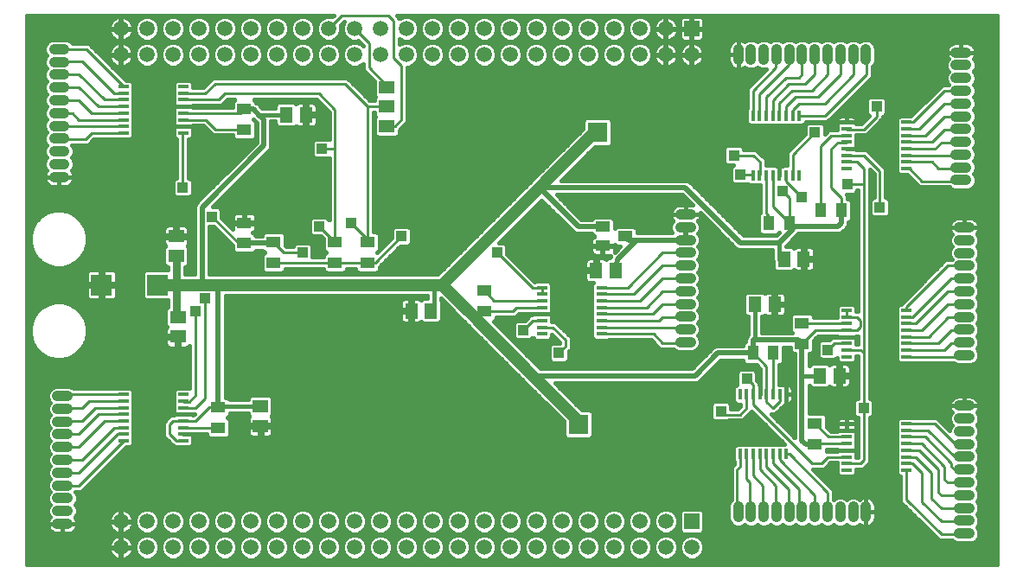
<source format=gbl>
G75*
%MOIN*%
%OFA0B0*%
%FSLAX24Y24*%
%IPPOS*%
%LPD*%
%AMOC8*
5,1,8,0,0,1.08239X$1,22.5*
%
%ADD10R,0.0827X0.0827*%
%ADD11R,0.0551X0.0433*%
%ADD12R,0.0433X0.0551*%
%ADD13R,0.0120X0.0390*%
%ADD14R,0.0390X0.0120*%
%ADD15C,0.0397*%
%ADD16R,0.0594X0.0594*%
%ADD17C,0.0594*%
%ADD18R,0.0551X0.0394*%
%ADD19R,0.0591X0.0512*%
%ADD20R,0.0512X0.0591*%
%ADD21C,0.0160*%
%ADD22R,0.0768X0.0768*%
%ADD23R,0.0396X0.0396*%
%ADD24C,0.0100*%
%ADD25C,0.0450*%
%ADD26C,0.0200*%
%ADD27C,0.0300*%
D10*
X005583Y011680D03*
X007748Y011680D03*
D11*
X011083Y013286D03*
X012208Y013324D03*
X012208Y012536D03*
X011083Y014074D03*
X014583Y013324D03*
X014583Y012536D03*
X015833Y012536D03*
X015833Y013324D03*
X020333Y011449D03*
X020333Y010661D03*
X010083Y006949D03*
X010083Y006161D03*
X011083Y017661D03*
X011083Y018449D03*
X032583Y010199D03*
X032583Y009411D03*
X033083Y006324D03*
X033083Y005536D03*
D12*
X031477Y009055D03*
X030689Y009055D03*
X031314Y014055D03*
X032102Y014055D03*
X033314Y014555D03*
X034102Y014555D03*
D13*
X032479Y015906D03*
X032223Y015906D03*
X031967Y015906D03*
X031711Y015906D03*
X031455Y015906D03*
X031199Y015906D03*
X030943Y015906D03*
X030687Y015906D03*
X030687Y018204D03*
X030943Y018204D03*
X031199Y018204D03*
X031455Y018204D03*
X031711Y018204D03*
X031967Y018204D03*
X032223Y018204D03*
X032479Y018204D03*
X031979Y007454D03*
X031723Y007454D03*
X031467Y007454D03*
X031211Y007454D03*
X030955Y007454D03*
X030699Y007454D03*
X030443Y007454D03*
X030187Y007454D03*
X030187Y005156D03*
X030443Y005156D03*
X030699Y005156D03*
X030955Y005156D03*
X031211Y005156D03*
X031467Y005156D03*
X031723Y005156D03*
X031979Y005156D03*
D14*
X034309Y005046D03*
X034309Y004790D03*
X034309Y004534D03*
X034309Y005302D03*
X034309Y005558D03*
X034309Y005814D03*
X034309Y006070D03*
X034309Y006326D03*
X036607Y006326D03*
X036607Y006070D03*
X036607Y005814D03*
X036607Y005558D03*
X036607Y005302D03*
X036607Y005046D03*
X036607Y004790D03*
X036607Y004534D03*
X036607Y008909D03*
X036607Y009165D03*
X036607Y009421D03*
X036607Y009677D03*
X036607Y009933D03*
X036607Y010189D03*
X036607Y010445D03*
X036607Y010701D03*
X034309Y010701D03*
X034309Y010445D03*
X034309Y010189D03*
X034309Y009933D03*
X034309Y009677D03*
X034309Y009421D03*
X034309Y009165D03*
X034309Y008909D03*
X024857Y009784D03*
X024857Y010040D03*
X024857Y010296D03*
X024857Y010552D03*
X024857Y010808D03*
X024857Y011064D03*
X024857Y011320D03*
X024857Y011576D03*
X022559Y011576D03*
X022559Y011320D03*
X022559Y011064D03*
X022559Y010808D03*
X022559Y010552D03*
X022559Y010296D03*
X022559Y010040D03*
X022559Y009784D03*
X034309Y016159D03*
X034309Y016415D03*
X034309Y016671D03*
X034309Y016927D03*
X034309Y017183D03*
X034309Y017439D03*
X034309Y017695D03*
X034309Y017951D03*
X036607Y017951D03*
X036607Y017695D03*
X036607Y017439D03*
X036607Y017183D03*
X036607Y016927D03*
X036607Y016671D03*
X036607Y016415D03*
X036607Y016159D03*
X008732Y017534D03*
X008732Y017790D03*
X008732Y018046D03*
X008732Y018302D03*
X008732Y018558D03*
X008732Y018814D03*
X008732Y019070D03*
X008732Y019326D03*
X006434Y019326D03*
X006434Y019070D03*
X006434Y018814D03*
X006434Y018558D03*
X006434Y018302D03*
X006434Y018046D03*
X006434Y017790D03*
X006434Y017534D03*
X006434Y007451D03*
X006434Y007195D03*
X006434Y006939D03*
X006434Y006683D03*
X006434Y006427D03*
X006434Y006171D03*
X006434Y005915D03*
X006434Y005659D03*
X008732Y005659D03*
X008732Y005915D03*
X008732Y006171D03*
X008732Y006427D03*
X008732Y006683D03*
X008732Y006939D03*
X008732Y007195D03*
X008732Y007451D03*
D15*
X004274Y007391D02*
X003877Y007391D01*
X003877Y006899D02*
X004274Y006899D01*
X004274Y006406D02*
X003877Y006406D01*
X003877Y005914D02*
X004274Y005914D01*
X004274Y005422D02*
X003877Y005422D01*
X003877Y004930D02*
X004274Y004930D01*
X004274Y004438D02*
X003877Y004438D01*
X003877Y003946D02*
X004274Y003946D01*
X004274Y003454D02*
X003877Y003454D01*
X003877Y002961D02*
X004274Y002961D01*
X004274Y002469D02*
X003877Y002469D01*
X003752Y015844D02*
X004149Y015844D01*
X004149Y016336D02*
X003752Y016336D01*
X003752Y016829D02*
X004149Y016829D01*
X004149Y017321D02*
X003752Y017321D01*
X003752Y017813D02*
X004149Y017813D01*
X004149Y018305D02*
X003752Y018305D01*
X003752Y018797D02*
X004149Y018797D01*
X004149Y019289D02*
X003752Y019289D01*
X003752Y019781D02*
X004149Y019781D01*
X004149Y020274D02*
X003752Y020274D01*
X003752Y020766D02*
X004149Y020766D01*
X027893Y014391D02*
X028289Y014391D01*
X028289Y013899D02*
X027893Y013899D01*
X027893Y013406D02*
X028289Y013406D01*
X028289Y012914D02*
X027893Y012914D01*
X027893Y012422D02*
X028289Y012422D01*
X028289Y011930D02*
X027893Y011930D01*
X027893Y011438D02*
X028289Y011438D01*
X028289Y010946D02*
X027893Y010946D01*
X027893Y010454D02*
X028289Y010454D01*
X028289Y009961D02*
X027893Y009961D01*
X027893Y009469D02*
X028289Y009469D01*
X038643Y009461D02*
X039039Y009461D01*
X039039Y009954D02*
X038643Y009954D01*
X038643Y010446D02*
X039039Y010446D01*
X039039Y010938D02*
X038643Y010938D01*
X038643Y011430D02*
X039039Y011430D01*
X039039Y011922D02*
X038643Y011922D01*
X038643Y012414D02*
X039039Y012414D01*
X039039Y012906D02*
X038643Y012906D01*
X038643Y013399D02*
X039039Y013399D01*
X039039Y013891D02*
X038643Y013891D01*
X038518Y015719D02*
X038914Y015719D01*
X038914Y016211D02*
X038518Y016211D01*
X038518Y016704D02*
X038914Y016704D01*
X038914Y017196D02*
X038518Y017196D01*
X038518Y017688D02*
X038914Y017688D01*
X038914Y018180D02*
X038518Y018180D01*
X038518Y018672D02*
X038914Y018672D01*
X038914Y019164D02*
X038518Y019164D01*
X038518Y019656D02*
X038914Y019656D01*
X038914Y020149D02*
X038518Y020149D01*
X038518Y020641D02*
X038914Y020641D01*
X035044Y020761D02*
X035044Y020364D01*
X034552Y020364D02*
X034552Y020761D01*
X034059Y020761D02*
X034059Y020364D01*
X033567Y020364D02*
X033567Y020761D01*
X033075Y020761D02*
X033075Y020364D01*
X032583Y020364D02*
X032583Y020761D01*
X032091Y020761D02*
X032091Y020364D01*
X031599Y020364D02*
X031599Y020761D01*
X031107Y020761D02*
X031107Y020364D01*
X030615Y020364D02*
X030615Y020761D01*
X030122Y020761D02*
X030122Y020364D01*
X038643Y008969D02*
X039039Y008969D01*
X039039Y007016D02*
X038643Y007016D01*
X038643Y006524D02*
X039039Y006524D01*
X039039Y006031D02*
X038643Y006031D01*
X038643Y005539D02*
X039039Y005539D01*
X039039Y005047D02*
X038643Y005047D01*
X038643Y004555D02*
X039039Y004555D01*
X039039Y004063D02*
X038643Y004063D01*
X038643Y003571D02*
X039039Y003571D01*
X039039Y003079D02*
X038643Y003079D01*
X038643Y002586D02*
X039039Y002586D01*
X039039Y002094D02*
X038643Y002094D01*
X035044Y002724D02*
X035044Y003121D01*
X034552Y003121D02*
X034552Y002724D01*
X034059Y002724D02*
X034059Y003121D01*
X033567Y003121D02*
X033567Y002724D01*
X033075Y002724D02*
X033075Y003121D01*
X032583Y003121D02*
X032583Y002724D01*
X032091Y002724D02*
X032091Y003121D01*
X031599Y003121D02*
X031599Y002724D01*
X031107Y002724D02*
X031107Y003121D01*
X030615Y003121D02*
X030615Y002724D01*
X030122Y002724D02*
X030122Y003121D01*
D16*
X028333Y002555D03*
X028333Y021555D03*
D17*
X027333Y021555D03*
X026333Y021555D03*
X025333Y021555D03*
X024333Y021555D03*
X023333Y021555D03*
X022333Y021555D03*
X021333Y021555D03*
X020333Y021555D03*
X019333Y021555D03*
X018333Y021555D03*
X017333Y021555D03*
X016333Y021555D03*
X015333Y021555D03*
X014333Y021555D03*
X013333Y021555D03*
X012333Y021555D03*
X011333Y021555D03*
X010333Y021555D03*
X009333Y021555D03*
X008333Y021555D03*
X007333Y021555D03*
X006333Y021555D03*
X006333Y020555D03*
X007333Y020555D03*
X008333Y020555D03*
X009333Y020555D03*
X010333Y020555D03*
X011333Y020555D03*
X012333Y020555D03*
X013333Y020555D03*
X014333Y020555D03*
X015333Y020555D03*
X016333Y020555D03*
X017333Y020555D03*
X018333Y020555D03*
X019333Y020555D03*
X020333Y020555D03*
X021333Y020555D03*
X022333Y020555D03*
X023333Y020555D03*
X024333Y020555D03*
X025333Y020555D03*
X026333Y020555D03*
X027333Y020555D03*
X028333Y020555D03*
X027333Y002555D03*
X026333Y002555D03*
X025333Y002555D03*
X024333Y002555D03*
X023333Y002555D03*
X022333Y002555D03*
X021333Y002555D03*
X020333Y002555D03*
X019333Y002555D03*
X018333Y002555D03*
X017333Y002555D03*
X016333Y002555D03*
X015333Y002555D03*
X014333Y002555D03*
X013333Y002555D03*
X012333Y002555D03*
X011333Y002555D03*
X010333Y002555D03*
X009333Y002555D03*
X008333Y002555D03*
X007333Y002555D03*
X006333Y002555D03*
X006333Y001555D03*
X007333Y001555D03*
X008333Y001555D03*
X009333Y001555D03*
X010333Y001555D03*
X011333Y001555D03*
X012333Y001555D03*
X013333Y001555D03*
X014333Y001555D03*
X015333Y001555D03*
X016333Y001555D03*
X017333Y001555D03*
X018333Y001555D03*
X019333Y001555D03*
X020333Y001555D03*
X021333Y001555D03*
X022333Y001555D03*
X023333Y001555D03*
X024333Y001555D03*
X025333Y001555D03*
X026333Y001555D03*
X027333Y001555D03*
X028333Y001555D03*
D18*
X024900Y013181D03*
X024900Y013929D03*
X025766Y013555D03*
D19*
X016583Y017806D03*
X016583Y018554D03*
X016583Y018556D03*
X016583Y019304D03*
X008458Y013554D03*
X008458Y012806D03*
X008521Y010429D03*
X008521Y009681D03*
X011708Y006992D03*
X011708Y006243D03*
D20*
X017522Y010680D03*
X018270Y010680D03*
X024647Y012243D03*
X025395Y012243D03*
X030772Y010930D03*
X031520Y010930D03*
X031897Y012680D03*
X032645Y012680D03*
X033272Y008180D03*
X034020Y008180D03*
X013457Y018243D03*
X012709Y018243D03*
D21*
X002688Y022071D02*
X002688Y000910D01*
X040098Y000910D01*
X040098Y022071D01*
X016955Y022071D01*
X017063Y021963D01*
X017063Y021959D01*
X017238Y022032D01*
X017428Y022032D01*
X017603Y021959D01*
X017737Y021825D01*
X017810Y021650D01*
X017810Y021460D01*
X017737Y021285D01*
X017603Y021151D01*
X017428Y021078D01*
X017238Y021078D01*
X017063Y021151D01*
X017063Y020959D01*
X017238Y021032D01*
X017428Y021032D01*
X017603Y020959D01*
X017737Y020825D01*
X017810Y020650D01*
X017810Y020460D01*
X017737Y020285D01*
X017603Y020151D01*
X017428Y020078D01*
X017376Y020078D01*
X017376Y017960D01*
X017241Y017825D01*
X017058Y017643D01*
X017058Y017476D01*
X016953Y017370D01*
X016213Y017370D01*
X016108Y017476D01*
X016108Y018136D01*
X016151Y018180D01*
X016108Y018224D01*
X016108Y018325D01*
X016063Y018325D01*
X016063Y013720D01*
X016183Y013720D01*
X016289Y013615D01*
X016289Y013033D01*
X016186Y012930D01*
X016191Y012925D01*
X016767Y013502D01*
X016767Y013828D01*
X016873Y013933D01*
X017418Y013933D01*
X017524Y013828D01*
X017524Y013282D01*
X017418Y013177D01*
X017093Y013177D01*
X016289Y012373D01*
X016289Y012245D01*
X016183Y012140D01*
X015483Y012140D01*
X015377Y012245D01*
X015377Y012306D01*
X015039Y012306D01*
X015039Y012245D01*
X014933Y012140D01*
X014233Y012140D01*
X014127Y012245D01*
X014127Y012306D01*
X012664Y012306D01*
X012664Y012245D01*
X012558Y012140D01*
X011858Y012140D01*
X011752Y012245D01*
X011752Y012827D01*
X011855Y012930D01*
X011779Y013006D01*
X011539Y013006D01*
X011539Y012995D01*
X011433Y012890D01*
X010733Y012890D01*
X010627Y012995D01*
X010627Y013185D01*
X009886Y013927D01*
X009738Y013927D01*
X009738Y012085D01*
X018540Y012085D01*
X022115Y015659D01*
X022115Y015659D01*
X024144Y017689D01*
X024144Y018013D01*
X024250Y018119D01*
X025166Y018119D01*
X025272Y018013D01*
X025272Y017097D01*
X025166Y016991D01*
X024592Y016991D01*
X023311Y015710D01*
X028139Y015710D01*
X028242Y015667D01*
X028320Y015589D01*
X030324Y013585D01*
X031592Y013585D01*
X031709Y013701D01*
X031708Y013702D01*
X031605Y013599D01*
X031023Y013599D01*
X030918Y013705D01*
X030918Y014405D01*
X030978Y014465D01*
X030978Y015531D01*
X030553Y015531D01*
X030506Y015578D01*
X030481Y015552D01*
X029935Y015552D01*
X029830Y015657D01*
X029830Y016203D01*
X029929Y016302D01*
X029685Y016302D01*
X029580Y016407D01*
X029580Y016953D01*
X029685Y017058D01*
X030231Y017058D01*
X030336Y016953D01*
X030336Y016910D01*
X030803Y016910D01*
X030938Y016775D01*
X031188Y016525D01*
X031188Y016281D01*
X031590Y016281D01*
X031598Y016273D01*
X031627Y016281D01*
X031711Y016281D01*
X031711Y015906D01*
X031711Y015906D01*
X031711Y016281D01*
X031795Y016281D01*
X031824Y016273D01*
X031832Y016281D01*
X031993Y016281D01*
X031993Y016790D01*
X032705Y017502D01*
X032705Y017828D01*
X032810Y017933D01*
X033356Y017933D01*
X033461Y017828D01*
X033461Y017508D01*
X033613Y017660D01*
X033934Y017660D01*
X033934Y017829D01*
X033942Y017837D01*
X033934Y017867D01*
X033934Y017951D01*
X034309Y017951D01*
X034309Y017951D01*
X034309Y018191D01*
X034091Y018191D01*
X034045Y018178D01*
X034004Y018155D01*
X033970Y018121D01*
X033947Y018080D01*
X033934Y018034D01*
X033934Y017951D01*
X034309Y017951D01*
X034309Y017951D01*
X034309Y018191D01*
X034528Y018191D01*
X034574Y018178D01*
X034615Y018155D01*
X034648Y018121D01*
X034672Y018080D01*
X034684Y018034D01*
X034684Y017951D01*
X034309Y017951D01*
X034309Y017951D01*
X034684Y017951D01*
X034684Y017910D01*
X034863Y017910D01*
X035158Y018205D01*
X035080Y018282D01*
X035080Y018828D01*
X035185Y018933D01*
X035731Y018933D01*
X035836Y018828D01*
X035836Y018282D01*
X035731Y018177D01*
X035688Y018177D01*
X035688Y018085D01*
X035553Y017950D01*
X035053Y017450D01*
X034684Y017450D01*
X034684Y017048D01*
X034676Y017040D01*
X034684Y017011D01*
X034684Y016927D01*
X034309Y016927D01*
X034309Y016927D01*
X034684Y016927D01*
X034684Y016910D01*
X035053Y016910D01*
X035813Y016150D01*
X035813Y015058D01*
X035856Y015058D01*
X035961Y014953D01*
X035961Y014407D01*
X035856Y014302D01*
X035310Y014302D01*
X035205Y014407D01*
X035205Y014953D01*
X035310Y015058D01*
X035353Y015058D01*
X035353Y015960D01*
X035188Y016125D01*
X035188Y007308D01*
X035231Y007308D01*
X035336Y007203D01*
X035336Y006657D01*
X035231Y006552D01*
X035188Y006552D01*
X035188Y004835D01*
X035053Y004700D01*
X034928Y004575D01*
X034684Y004575D01*
X034684Y004400D01*
X034579Y004294D01*
X034040Y004294D01*
X033934Y004400D01*
X033934Y004816D01*
X033669Y004816D01*
X033563Y004710D01*
X033428Y004575D01*
X033013Y004575D01*
X033678Y003910D01*
X033813Y003775D01*
X033813Y003410D01*
X033813Y003410D01*
X033845Y003441D01*
X033984Y003499D01*
X034135Y003499D01*
X034274Y003441D01*
X034306Y003410D01*
X034337Y003441D01*
X034476Y003499D01*
X034627Y003499D01*
X034766Y003441D01*
X034798Y003410D01*
X034802Y003414D01*
X034864Y003456D01*
X034933Y003484D01*
X035006Y003499D01*
X035044Y003499D01*
X035044Y002922D01*
X035044Y002922D01*
X035422Y002922D01*
X035422Y002686D01*
X035408Y002613D01*
X035379Y002544D01*
X035338Y002482D01*
X035285Y002430D01*
X035223Y002388D01*
X035154Y002360D01*
X035081Y002345D01*
X035044Y002345D01*
X035044Y002922D01*
X035422Y002922D01*
X035422Y003158D01*
X035408Y003231D01*
X035379Y003300D01*
X035338Y003362D01*
X035285Y003414D01*
X035223Y003456D01*
X035154Y003484D01*
X035081Y003499D01*
X035044Y003499D01*
X035044Y002922D01*
X035044Y002922D01*
X035044Y002922D01*
X035044Y002345D01*
X035006Y002345D01*
X034933Y002360D01*
X034864Y002388D01*
X034802Y002430D01*
X034798Y002435D01*
X034766Y002403D01*
X034627Y002345D01*
X034476Y002345D01*
X034337Y002403D01*
X034306Y002435D01*
X034274Y002403D01*
X034135Y002345D01*
X033984Y002345D01*
X033845Y002403D01*
X033813Y002435D01*
X033782Y002403D01*
X033643Y002345D01*
X033492Y002345D01*
X033353Y002403D01*
X033321Y002435D01*
X033290Y002403D01*
X033150Y002345D01*
X033000Y002345D01*
X032861Y002403D01*
X032829Y002435D01*
X032797Y002403D01*
X032658Y002345D01*
X032508Y002345D01*
X032369Y002403D01*
X032337Y002435D01*
X032305Y002403D01*
X032166Y002345D01*
X032016Y002345D01*
X031877Y002403D01*
X031845Y002435D01*
X031813Y002403D01*
X031674Y002345D01*
X031524Y002345D01*
X031384Y002403D01*
X031353Y002435D01*
X031321Y002403D01*
X031182Y002345D01*
X031031Y002345D01*
X030892Y002403D01*
X030861Y002435D01*
X030829Y002403D01*
X030690Y002345D01*
X030539Y002345D01*
X030400Y002403D01*
X030369Y002435D01*
X030337Y002403D01*
X030198Y002345D01*
X030047Y002345D01*
X029908Y002403D01*
X029802Y002509D01*
X029744Y002648D01*
X029744Y003196D01*
X029802Y003335D01*
X029853Y003386D01*
X029853Y004650D01*
X029957Y004755D01*
X029957Y004877D01*
X029947Y004887D01*
X029947Y005426D01*
X030053Y005531D01*
X031907Y005531D01*
X030646Y006792D01*
X030438Y006585D01*
X030303Y006450D01*
X029754Y006450D01*
X029731Y006427D01*
X029185Y006427D01*
X029080Y006532D01*
X029080Y007078D01*
X023883Y007078D01*
X024041Y006920D02*
X029080Y006920D01*
X029080Y007078D02*
X029185Y007183D01*
X029731Y007183D01*
X029836Y007078D01*
X030213Y007078D01*
X030213Y007079D02*
X030213Y007011D01*
X030113Y006910D01*
X029836Y006910D01*
X029836Y007078D01*
X029947Y007184D02*
X030053Y007079D01*
X030213Y007079D01*
X030122Y006920D02*
X029836Y006920D01*
X029947Y007184D02*
X029947Y007723D01*
X030053Y007829D01*
X030080Y007829D01*
X030080Y008328D01*
X030185Y008433D01*
X030731Y008433D01*
X030836Y008328D01*
X030836Y008002D01*
X030929Y007909D01*
X030929Y007829D01*
X030955Y007829D01*
X030955Y007454D01*
X030955Y007454D01*
X030955Y007829D01*
X030981Y007829D01*
X030981Y008438D01*
X030820Y008599D01*
X030398Y008599D01*
X030293Y008705D01*
X030293Y008775D01*
X029449Y008775D01*
X028695Y008021D01*
X028617Y007943D01*
X028514Y007900D01*
X023061Y007900D01*
X024092Y006869D01*
X024416Y006869D01*
X024522Y006763D01*
X024522Y005847D01*
X024416Y005741D01*
X023500Y005741D01*
X023394Y005847D01*
X023394Y006421D01*
X021979Y007837D01*
X019604Y010212D01*
X019604Y010212D01*
X018656Y011160D01*
X018656Y011100D01*
X018705Y011050D01*
X018705Y010310D01*
X018600Y010205D01*
X017939Y010205D01*
X017896Y010248D01*
X017895Y010248D01*
X017896Y010248D02*
X017888Y010241D01*
X017847Y010217D01*
X017801Y010205D01*
X017570Y010205D01*
X017570Y010632D01*
X017474Y010632D01*
X017474Y010205D01*
X017242Y010205D01*
X017196Y010217D01*
X017155Y010241D01*
X017122Y010274D01*
X017098Y010315D01*
X017086Y010361D01*
X017086Y010632D01*
X017474Y010632D01*
X017474Y010728D01*
X017474Y011155D01*
X017242Y011155D01*
X017196Y011143D01*
X017155Y011119D01*
X017122Y011086D01*
X017098Y011045D01*
X017086Y010999D01*
X017086Y010728D01*
X017474Y010728D01*
X017570Y010728D01*
X017570Y011155D01*
X017801Y011155D01*
X017847Y011143D01*
X017888Y011119D01*
X017896Y011112D01*
X017939Y011155D01*
X018136Y011155D01*
X018136Y011275D01*
X010363Y011275D01*
X010363Y007345D01*
X010433Y007345D01*
X010527Y007252D01*
X011233Y007252D01*
X011233Y007322D01*
X011338Y007427D01*
X012078Y007427D01*
X012183Y007322D01*
X012183Y006661D01*
X012140Y006618D01*
X012147Y006610D01*
X012171Y006569D01*
X012183Y006523D01*
X012183Y006291D01*
X011756Y006291D01*
X011756Y006196D01*
X012183Y006196D01*
X012183Y005964D01*
X012171Y005918D01*
X012147Y005877D01*
X012114Y005844D01*
X012073Y005820D01*
X012027Y005808D01*
X011756Y005808D01*
X011756Y006196D01*
X011660Y006196D01*
X011233Y006196D01*
X011233Y005964D01*
X011245Y005918D01*
X011269Y005877D01*
X011302Y005844D01*
X011343Y005820D01*
X011389Y005808D01*
X011660Y005808D01*
X011660Y006196D01*
X011660Y006291D01*
X011233Y006291D01*
X011233Y006523D01*
X011245Y006569D01*
X011269Y006610D01*
X011276Y006618D01*
X011233Y006661D01*
X011233Y006732D01*
X010539Y006732D01*
X010539Y006658D01*
X010436Y006555D01*
X010539Y006452D01*
X010539Y005870D01*
X010433Y005765D01*
X009733Y005765D01*
X009627Y005870D01*
X009627Y005931D01*
X009107Y005931D01*
X009107Y005915D01*
X008732Y005915D01*
X008732Y005915D01*
X009107Y005915D01*
X009107Y005832D01*
X009099Y005802D01*
X009107Y005794D01*
X009107Y005525D01*
X009001Y005419D01*
X008462Y005419D01*
X008452Y005429D01*
X008383Y005429D01*
X008113Y005700D01*
X007978Y005835D01*
X007978Y006400D01*
X008100Y006522D01*
X008235Y006657D01*
X008357Y006657D01*
X008357Y006683D01*
X008732Y006683D01*
X009107Y006683D01*
X009107Y006700D01*
X009153Y006700D01*
X009113Y006660D01*
X009107Y006660D01*
X009107Y006683D01*
X008732Y006683D01*
X008732Y006683D01*
X008732Y006683D01*
X008357Y006683D01*
X008357Y006767D01*
X008365Y006796D01*
X008357Y006804D01*
X008357Y007585D01*
X008462Y007691D01*
X008978Y007691D01*
X008978Y009346D01*
X008960Y009315D01*
X008926Y009281D01*
X008885Y009257D01*
X008840Y009245D01*
X008569Y009245D01*
X008569Y009633D01*
X008473Y009633D01*
X008473Y009245D01*
X008202Y009245D01*
X008156Y009257D01*
X008115Y009281D01*
X008081Y009315D01*
X008058Y009356D01*
X008045Y009401D01*
X008045Y009633D01*
X008473Y009633D01*
X008473Y009729D01*
X008045Y009729D01*
X008045Y009961D01*
X008058Y010006D01*
X008081Y010047D01*
X008089Y010055D01*
X008045Y010099D01*
X008045Y010759D01*
X008128Y010842D01*
X008128Y011087D01*
X007260Y011087D01*
X007155Y011192D01*
X007155Y012168D01*
X007260Y012273D01*
X008128Y012273D01*
X008128Y012370D01*
X008088Y012370D01*
X007983Y012476D01*
X007983Y013136D01*
X008026Y013180D01*
X008019Y013188D01*
X007995Y013229D01*
X007983Y013274D01*
X007983Y013506D01*
X008410Y013506D01*
X008410Y013602D01*
X007983Y013602D01*
X007983Y013834D01*
X007995Y013879D01*
X008019Y013920D01*
X008052Y013954D01*
X008093Y013978D01*
X008139Y013990D01*
X008410Y013990D01*
X008410Y013602D01*
X008506Y013602D01*
X008506Y013990D01*
X008777Y013990D01*
X008823Y013978D01*
X008864Y013954D01*
X008897Y013920D01*
X008921Y013879D01*
X008933Y013834D01*
X008933Y013602D01*
X008506Y013602D01*
X008506Y013506D01*
X008933Y013506D01*
X008933Y013274D01*
X008921Y013229D01*
X008897Y013188D01*
X008890Y013180D01*
X008933Y013136D01*
X008933Y012476D01*
X008828Y012370D01*
X008788Y012370D01*
X008788Y012085D01*
X009178Y012085D01*
X009178Y014736D01*
X009221Y014839D01*
X009299Y014917D01*
X011553Y017171D01*
X011553Y017939D01*
X011439Y018053D01*
X011437Y018056D01*
X011436Y018055D01*
X011539Y017952D01*
X011539Y017370D01*
X011433Y017265D01*
X010733Y017265D01*
X010627Y017370D01*
X010627Y017450D01*
X009863Y017450D01*
X009497Y017816D01*
X009107Y017816D01*
X009107Y017790D01*
X008732Y017790D01*
X008732Y017790D01*
X009107Y017790D01*
X009107Y017707D01*
X009099Y017677D01*
X009107Y017669D01*
X009107Y017400D01*
X009001Y017294D01*
X008938Y017294D01*
X008938Y015808D01*
X008981Y015808D01*
X009086Y015703D01*
X009086Y015157D01*
X008981Y015052D01*
X008435Y015052D01*
X008330Y015157D01*
X008330Y015703D01*
X008435Y015808D01*
X008478Y015808D01*
X008478Y017294D01*
X008462Y017294D01*
X008357Y017400D01*
X008357Y017669D01*
X008365Y017677D01*
X008357Y017707D01*
X008357Y017790D01*
X008732Y017790D01*
X008732Y017790D01*
X008357Y017790D01*
X008357Y017874D01*
X008365Y017904D01*
X008357Y017912D01*
X008357Y018437D01*
X008365Y018445D01*
X008357Y018474D01*
X008357Y018558D01*
X008732Y018558D01*
X009107Y018558D01*
X009107Y018584D01*
X010187Y018584D01*
X010322Y018719D01*
X010428Y018825D01*
X010713Y018825D01*
X010627Y018740D01*
X010627Y018532D01*
X009107Y018532D01*
X009107Y018558D01*
X008732Y018558D01*
X008732Y018558D01*
X008732Y018558D01*
X008357Y018558D01*
X008357Y018642D01*
X008365Y018671D01*
X008357Y018679D01*
X008357Y019460D01*
X008462Y019566D01*
X009001Y019566D01*
X009107Y019460D01*
X009107Y019300D01*
X009503Y019300D01*
X009863Y019660D01*
X015053Y019660D01*
X015188Y019525D01*
X015928Y018785D01*
X016108Y018785D01*
X016108Y018886D01*
X016151Y018930D01*
X016108Y018974D01*
X016108Y019518D01*
X015800Y019825D01*
X015666Y019960D01*
X015666Y020213D01*
X015603Y020151D01*
X015428Y020078D01*
X015238Y020078D01*
X015063Y020151D01*
X014929Y020285D01*
X014856Y020460D01*
X014856Y020650D01*
X014929Y020825D01*
X015063Y020959D01*
X015238Y021032D01*
X015428Y021032D01*
X015603Y020959D01*
X015666Y020897D01*
X015666Y020897D01*
X015468Y021095D01*
X015428Y021078D01*
X015238Y021078D01*
X015063Y021151D01*
X014929Y021285D01*
X014856Y021460D01*
X014856Y021650D01*
X014929Y021825D01*
X014928Y021825D01*
X014793Y021690D01*
X014810Y021650D01*
X014810Y021460D01*
X014737Y021285D01*
X014603Y021151D01*
X014428Y021078D01*
X014238Y021078D01*
X014063Y021151D01*
X013929Y021285D01*
X013856Y021460D01*
X013856Y021650D01*
X013929Y021825D01*
X014063Y021959D01*
X014238Y022032D01*
X014428Y022032D01*
X014468Y022015D01*
X014524Y022071D01*
X002688Y022071D01*
X002688Y021977D02*
X006111Y021977D01*
X006083Y021963D02*
X006022Y021919D01*
X005969Y021866D01*
X005925Y021805D01*
X005891Y021738D01*
X005868Y021667D01*
X005856Y021593D01*
X005856Y021573D01*
X006315Y021573D01*
X006315Y021537D01*
X006351Y021537D01*
X006351Y021078D01*
X006371Y021078D01*
X006445Y021090D01*
X006516Y021113D01*
X006583Y021147D01*
X006644Y021191D01*
X006697Y021244D01*
X006741Y021305D01*
X006775Y021372D01*
X006798Y021443D01*
X006810Y021517D01*
X006810Y021537D01*
X006352Y021537D01*
X006352Y021573D01*
X006810Y021573D01*
X006810Y021593D01*
X006798Y021667D01*
X006775Y021738D01*
X006741Y021805D01*
X006697Y021866D01*
X006644Y021919D01*
X006583Y021963D01*
X006516Y021997D01*
X006445Y022020D01*
X006371Y022032D01*
X006351Y022032D01*
X006351Y021573D01*
X006315Y021573D01*
X006315Y022032D01*
X006296Y022032D01*
X006221Y022020D01*
X006150Y021997D01*
X006083Y021963D01*
X005935Y021819D02*
X002688Y021819D01*
X002688Y021660D02*
X005867Y021660D01*
X005856Y021537D02*
X005856Y021517D01*
X005868Y021443D01*
X005891Y021372D01*
X005925Y021305D01*
X005969Y021244D01*
X006022Y021191D01*
X006083Y021147D01*
X006150Y021113D01*
X006221Y021090D01*
X006296Y021078D01*
X006315Y021078D01*
X006315Y021537D01*
X005856Y021537D01*
X005859Y021502D02*
X002688Y021502D01*
X002688Y021343D02*
X005906Y021343D01*
X006032Y021185D02*
X002688Y021185D01*
X002688Y021026D02*
X003477Y021026D01*
X003431Y020980D02*
X003537Y021086D01*
X003676Y021144D01*
X004224Y021144D01*
X004363Y021086D01*
X004454Y020996D01*
X005090Y020996D01*
X006520Y019566D01*
X006704Y019566D01*
X006809Y019460D01*
X006809Y017400D01*
X006704Y017294D01*
X006165Y017294D01*
X006155Y017304D01*
X005283Y017304D01*
X005188Y017210D01*
X005053Y017075D01*
X004438Y017075D01*
X004438Y017075D01*
X004469Y017043D01*
X004527Y016904D01*
X004527Y016753D01*
X004469Y016614D01*
X004438Y016583D01*
X004469Y016551D01*
X004527Y016412D01*
X004527Y016261D01*
X004469Y016122D01*
X004438Y016090D01*
X004443Y016086D01*
X004484Y016024D01*
X004513Y015955D01*
X004527Y015882D01*
X004527Y015844D01*
X003950Y015844D01*
X003950Y015844D01*
X003950Y015466D01*
X003714Y015466D01*
X003641Y015480D01*
X003573Y015509D01*
X003511Y015550D01*
X003458Y015603D01*
X003416Y015665D01*
X003388Y015734D01*
X003373Y015807D01*
X003373Y015844D01*
X003950Y015844D01*
X003950Y015844D01*
X003950Y015466D01*
X004186Y015466D01*
X004259Y015480D01*
X004328Y015509D01*
X004390Y015550D01*
X004443Y015603D01*
X004484Y015665D01*
X004513Y015734D01*
X004527Y015807D01*
X004527Y015844D01*
X003950Y015844D01*
X003373Y015844D01*
X003373Y015882D01*
X003388Y015955D01*
X003416Y016024D01*
X003458Y016086D01*
X003463Y016090D01*
X003431Y016122D01*
X003373Y016261D01*
X003373Y016412D01*
X003431Y016551D01*
X003463Y016583D01*
X003431Y016614D01*
X003373Y016753D01*
X003373Y016904D01*
X003431Y017043D01*
X003463Y017075D01*
X003431Y017106D01*
X003373Y017245D01*
X003373Y017396D01*
X003431Y017535D01*
X003463Y017567D01*
X003431Y017599D01*
X003373Y017738D01*
X003373Y017888D01*
X003431Y018027D01*
X003463Y018059D01*
X003431Y018091D01*
X003373Y018230D01*
X003373Y018380D01*
X003431Y018519D01*
X003463Y018551D01*
X003431Y018583D01*
X003373Y018722D01*
X003373Y018872D01*
X003431Y019011D01*
X003463Y019043D01*
X003431Y019075D01*
X003373Y019214D01*
X003373Y019365D01*
X003431Y019504D01*
X003463Y019535D01*
X003431Y019567D01*
X003373Y019706D01*
X003373Y019857D01*
X003431Y019996D01*
X003463Y020027D01*
X003431Y020059D01*
X003373Y020198D01*
X003373Y020349D01*
X003431Y020488D01*
X003463Y020520D01*
X003431Y020551D01*
X003373Y020690D01*
X003373Y020841D01*
X003431Y020980D01*
X003384Y020868D02*
X002688Y020868D01*
X002688Y020709D02*
X003373Y020709D01*
X003432Y020551D02*
X002688Y020551D01*
X002688Y020392D02*
X003391Y020392D01*
X003373Y020234D02*
X002688Y020234D01*
X002688Y020075D02*
X003424Y020075D01*
X003398Y019917D02*
X002688Y019917D01*
X002688Y019758D02*
X003373Y019758D01*
X003417Y019600D02*
X002688Y019600D01*
X002688Y019441D02*
X003405Y019441D01*
X003373Y019283D02*
X002688Y019283D01*
X002688Y019124D02*
X003411Y019124D01*
X003412Y018966D02*
X002688Y018966D01*
X002688Y018807D02*
X003373Y018807D01*
X003404Y018649D02*
X002688Y018649D01*
X002688Y018490D02*
X003419Y018490D01*
X003373Y018332D02*
X002688Y018332D01*
X002688Y018173D02*
X003397Y018173D01*
X003426Y018015D02*
X002688Y018015D01*
X002688Y017856D02*
X003373Y017856D01*
X003390Y017698D02*
X002688Y017698D01*
X002688Y017539D02*
X003435Y017539D01*
X003373Y017381D02*
X002688Y017381D01*
X002688Y017222D02*
X003383Y017222D01*
X003452Y017064D02*
X002688Y017064D01*
X002688Y016905D02*
X003374Y016905D01*
X003376Y016747D02*
X002688Y016747D01*
X002688Y016588D02*
X003457Y016588D01*
X003381Y016430D02*
X002688Y016430D01*
X002688Y016271D02*
X003373Y016271D01*
X003441Y016113D02*
X002688Y016113D01*
X002688Y015954D02*
X003388Y015954D01*
X003376Y015796D02*
X002688Y015796D01*
X002688Y015637D02*
X003435Y015637D01*
X003651Y015479D02*
X002688Y015479D01*
X002688Y015320D02*
X008330Y015320D01*
X008330Y015162D02*
X002688Y015162D01*
X002688Y015003D02*
X009385Y015003D01*
X009227Y014845D02*
X002688Y014845D01*
X002688Y014686D02*
X009178Y014686D01*
X009178Y014528D02*
X004203Y014528D01*
X004076Y014562D02*
X004358Y014486D01*
X004611Y014340D01*
X004818Y014133D01*
X004964Y013880D01*
X005039Y013598D01*
X005039Y013306D01*
X004964Y013023D01*
X004818Y012770D01*
X004611Y012563D01*
X004358Y012417D01*
X004076Y012342D01*
X003783Y012342D01*
X003501Y012417D01*
X003248Y012563D01*
X003041Y012770D01*
X002895Y013023D01*
X002820Y013306D01*
X002820Y013598D01*
X002895Y013880D01*
X003041Y014133D01*
X003248Y014340D01*
X003501Y014486D01*
X003783Y014562D01*
X004076Y014562D01*
X003656Y014528D02*
X002688Y014528D01*
X002688Y014369D02*
X003299Y014369D01*
X003119Y014211D02*
X002688Y014211D01*
X002688Y014052D02*
X002995Y014052D01*
X002903Y013894D02*
X002688Y013894D01*
X002688Y013735D02*
X002856Y013735D01*
X002820Y013577D02*
X002688Y013577D01*
X002688Y013418D02*
X002820Y013418D01*
X002832Y013260D02*
X002688Y013260D01*
X002688Y013101D02*
X002874Y013101D01*
X002942Y012943D02*
X002688Y012943D01*
X002688Y012784D02*
X003033Y012784D01*
X003186Y012626D02*
X002688Y012626D01*
X002688Y012467D02*
X003415Y012467D01*
X002688Y012309D02*
X008128Y012309D01*
X007991Y012467D02*
X004444Y012467D01*
X004673Y012626D02*
X007983Y012626D01*
X007983Y012784D02*
X004826Y012784D01*
X004917Y012943D02*
X007983Y012943D01*
X007983Y013101D02*
X004985Y013101D01*
X005027Y013260D02*
X007987Y013260D01*
X007983Y013418D02*
X005039Y013418D01*
X005039Y013577D02*
X008410Y013577D01*
X008506Y013577D02*
X009178Y013577D01*
X009178Y013735D02*
X008933Y013735D01*
X008913Y013894D02*
X009178Y013894D01*
X009178Y014052D02*
X004865Y014052D01*
X004956Y013894D02*
X008003Y013894D01*
X007983Y013735D02*
X005003Y013735D01*
X004740Y014211D02*
X009178Y014211D01*
X009178Y014369D02*
X004560Y014369D01*
X004249Y015479D02*
X008330Y015479D01*
X008330Y015637D02*
X004465Y015637D01*
X004525Y015796D02*
X008423Y015796D01*
X008478Y015954D02*
X004513Y015954D01*
X004460Y016113D02*
X008478Y016113D01*
X008478Y016271D02*
X004527Y016271D01*
X004520Y016430D02*
X008478Y016430D01*
X008478Y016588D02*
X004443Y016588D01*
X004524Y016747D02*
X008478Y016747D01*
X008478Y016905D02*
X004527Y016905D01*
X004449Y017064D02*
X008478Y017064D01*
X008478Y017222D02*
X005200Y017222D01*
X006790Y017381D02*
X008376Y017381D01*
X008357Y017539D02*
X006809Y017539D01*
X006809Y017698D02*
X008359Y017698D01*
X008357Y017856D02*
X006809Y017856D01*
X006809Y018015D02*
X008357Y018015D01*
X008357Y018173D02*
X006809Y018173D01*
X006809Y018332D02*
X008357Y018332D01*
X008357Y018490D02*
X006809Y018490D01*
X006809Y018649D02*
X008359Y018649D01*
X008357Y018807D02*
X006809Y018807D01*
X006809Y018966D02*
X008357Y018966D01*
X008357Y019124D02*
X006809Y019124D01*
X006809Y019283D02*
X008357Y019283D01*
X008357Y019441D02*
X006809Y019441D01*
X006486Y019600D02*
X009802Y019600D01*
X009644Y019441D02*
X009107Y019441D01*
X009238Y020078D02*
X009428Y020078D01*
X009603Y020151D01*
X009737Y020285D01*
X009810Y020460D01*
X009810Y020650D01*
X009737Y020825D01*
X009603Y020959D01*
X009428Y021032D01*
X009238Y021032D01*
X009063Y020959D01*
X008929Y020825D01*
X008856Y020650D01*
X008856Y020460D01*
X008929Y020285D01*
X009063Y020151D01*
X009238Y020078D01*
X008980Y020234D02*
X008686Y020234D01*
X008737Y020285D02*
X008810Y020460D01*
X008810Y020650D01*
X008737Y020825D01*
X008603Y020959D01*
X008428Y021032D01*
X008238Y021032D01*
X008063Y020959D01*
X007929Y020825D01*
X007856Y020650D01*
X007856Y020460D01*
X007929Y020285D01*
X008063Y020151D01*
X008238Y020078D01*
X008428Y020078D01*
X008603Y020151D01*
X008737Y020285D01*
X008782Y020392D02*
X008884Y020392D01*
X008856Y020551D02*
X008810Y020551D01*
X008785Y020709D02*
X008881Y020709D01*
X008971Y020868D02*
X008695Y020868D01*
X008603Y021151D02*
X008428Y021078D01*
X008238Y021078D01*
X008063Y021151D01*
X007929Y021285D01*
X007856Y021460D01*
X007856Y021650D01*
X007929Y021825D01*
X008063Y021959D01*
X008238Y022032D01*
X008428Y022032D01*
X008603Y021959D01*
X008737Y021825D01*
X008810Y021650D01*
X008810Y021460D01*
X008737Y021285D01*
X008603Y021151D01*
X008637Y021185D02*
X009029Y021185D01*
X009063Y021151D02*
X009238Y021078D01*
X009428Y021078D01*
X009603Y021151D01*
X009737Y021285D01*
X009810Y021460D01*
X009810Y021650D01*
X009737Y021825D01*
X009603Y021959D01*
X009428Y022032D01*
X009238Y022032D01*
X009063Y021959D01*
X008929Y021825D01*
X008856Y021650D01*
X008856Y021460D01*
X008929Y021285D01*
X009063Y021151D01*
X009224Y021026D02*
X008442Y021026D01*
X008224Y021026D02*
X007442Y021026D01*
X007428Y021032D02*
X007238Y021032D01*
X007063Y020959D01*
X006929Y020825D01*
X006856Y020650D01*
X006856Y020460D01*
X006929Y020285D01*
X007063Y020151D01*
X007238Y020078D01*
X007428Y020078D01*
X007603Y020151D01*
X007737Y020285D01*
X007810Y020460D01*
X007810Y020650D01*
X007737Y020825D01*
X007603Y020959D01*
X007428Y021032D01*
X007428Y021078D02*
X007603Y021151D01*
X007737Y021285D01*
X007810Y021460D01*
X007810Y021650D01*
X007737Y021825D01*
X007603Y021959D01*
X007428Y022032D01*
X007238Y022032D01*
X007063Y021959D01*
X006929Y021825D01*
X006856Y021650D01*
X006856Y021460D01*
X006929Y021285D01*
X007063Y021151D01*
X007238Y021078D01*
X007428Y021078D01*
X007224Y021026D02*
X006407Y021026D01*
X006371Y021032D02*
X006351Y021032D01*
X006351Y020573D01*
X006352Y020573D02*
X006810Y020573D01*
X006810Y020593D01*
X006798Y020667D01*
X006775Y020738D01*
X006741Y020805D01*
X006697Y020866D01*
X006644Y020919D01*
X006583Y020963D01*
X006516Y020997D01*
X006445Y021020D01*
X006371Y021032D01*
X006351Y021026D02*
X006315Y021026D01*
X006315Y021032D02*
X006296Y021032D01*
X006221Y021020D01*
X006150Y020997D01*
X006083Y020963D01*
X006022Y020919D01*
X005969Y020866D01*
X005925Y020805D01*
X005891Y020738D01*
X005868Y020667D01*
X005856Y020593D01*
X005856Y020573D01*
X006315Y020573D01*
X006315Y020537D01*
X006351Y020537D01*
X006351Y020078D01*
X006371Y020078D01*
X006445Y020090D01*
X006516Y020113D01*
X006583Y020147D01*
X006644Y020191D01*
X006697Y020244D01*
X006741Y020305D01*
X006775Y020372D01*
X006798Y020443D01*
X006810Y020517D01*
X006810Y020537D01*
X006352Y020537D01*
X006352Y020573D01*
X006351Y020573D02*
X006315Y020573D01*
X006315Y021032D01*
X006259Y021026D02*
X004423Y021026D01*
X005218Y020868D02*
X005971Y020868D01*
X005882Y020709D02*
X005376Y020709D01*
X005535Y020551D02*
X006315Y020551D01*
X006315Y020537D02*
X005856Y020537D01*
X005856Y020517D01*
X005868Y020443D01*
X005891Y020372D01*
X005925Y020305D01*
X005969Y020244D01*
X006022Y020191D01*
X006083Y020147D01*
X006150Y020113D01*
X006221Y020090D01*
X006296Y020078D01*
X006315Y020078D01*
X006315Y020537D01*
X006352Y020551D02*
X006856Y020551D01*
X006881Y020709D02*
X006784Y020709D01*
X006695Y020868D02*
X006971Y020868D01*
X007029Y021185D02*
X006634Y021185D01*
X006760Y021343D02*
X006905Y021343D01*
X006856Y021502D02*
X006807Y021502D01*
X006799Y021660D02*
X006860Y021660D01*
X006926Y021819D02*
X006731Y021819D01*
X006555Y021977D02*
X007106Y021977D01*
X007560Y021977D02*
X008106Y021977D01*
X007926Y021819D02*
X007740Y021819D01*
X007806Y021660D02*
X007860Y021660D01*
X007856Y021502D02*
X007810Y021502D01*
X007761Y021343D02*
X007905Y021343D01*
X008029Y021185D02*
X007637Y021185D01*
X007695Y020868D02*
X007971Y020868D01*
X007881Y020709D02*
X007785Y020709D01*
X007810Y020551D02*
X007856Y020551D01*
X007884Y020392D02*
X007782Y020392D01*
X007686Y020234D02*
X007980Y020234D01*
X006980Y020234D02*
X006686Y020234D01*
X006782Y020392D02*
X006884Y020392D01*
X006351Y020392D02*
X006315Y020392D01*
X006315Y020234D02*
X006351Y020234D01*
X006169Y019917D02*
X015709Y019917D01*
X015666Y020075D02*
X006010Y020075D01*
X005980Y020234D02*
X005852Y020234D01*
X005885Y020392D02*
X005693Y020392D01*
X006315Y020709D02*
X006351Y020709D01*
X006351Y020868D02*
X006315Y020868D01*
X006315Y021185D02*
X006351Y021185D01*
X006351Y021343D02*
X006315Y021343D01*
X006315Y021502D02*
X006351Y021502D01*
X006351Y021660D02*
X006315Y021660D01*
X006315Y021819D02*
X006351Y021819D01*
X006351Y021977D02*
X006315Y021977D01*
X008560Y021977D02*
X009106Y021977D01*
X008926Y021819D02*
X008740Y021819D01*
X008806Y021660D02*
X008860Y021660D01*
X008856Y021502D02*
X008810Y021502D01*
X008761Y021343D02*
X008905Y021343D01*
X009442Y021026D02*
X010224Y021026D01*
X010238Y021032D02*
X010063Y020959D01*
X009929Y020825D01*
X009856Y020650D01*
X009856Y020460D01*
X009929Y020285D01*
X010063Y020151D01*
X010238Y020078D01*
X010428Y020078D01*
X010603Y020151D01*
X010737Y020285D01*
X010810Y020460D01*
X010810Y020650D01*
X010737Y020825D01*
X010603Y020959D01*
X010428Y021032D01*
X010238Y021032D01*
X010238Y021078D02*
X010428Y021078D01*
X010603Y021151D01*
X010737Y021285D01*
X010810Y021460D01*
X010810Y021650D01*
X010737Y021825D01*
X010603Y021959D01*
X010428Y022032D01*
X010238Y022032D01*
X010063Y021959D01*
X009929Y021825D01*
X009856Y021650D01*
X009856Y021460D01*
X009929Y021285D01*
X010063Y021151D01*
X010238Y021078D01*
X010442Y021026D02*
X011224Y021026D01*
X011238Y021032D02*
X011063Y020959D01*
X010929Y020825D01*
X010856Y020650D01*
X010856Y020460D01*
X010929Y020285D01*
X011063Y020151D01*
X011238Y020078D01*
X011428Y020078D01*
X011603Y020151D01*
X011737Y020285D01*
X011810Y020460D01*
X011810Y020650D01*
X011737Y020825D01*
X011603Y020959D01*
X011428Y021032D01*
X011238Y021032D01*
X011238Y021078D02*
X011428Y021078D01*
X011603Y021151D01*
X011737Y021285D01*
X011810Y021460D01*
X011810Y021650D01*
X011737Y021825D01*
X011603Y021959D01*
X011428Y022032D01*
X011238Y022032D01*
X011063Y021959D01*
X010929Y021825D01*
X010856Y021650D01*
X010856Y021460D01*
X010929Y021285D01*
X011063Y021151D01*
X011238Y021078D01*
X011442Y021026D02*
X012224Y021026D01*
X012238Y021032D02*
X012063Y020959D01*
X011929Y020825D01*
X011856Y020650D01*
X011856Y020460D01*
X011929Y020285D01*
X012063Y020151D01*
X012238Y020078D01*
X012428Y020078D01*
X012603Y020151D01*
X012737Y020285D01*
X012810Y020460D01*
X012810Y020650D01*
X012737Y020825D01*
X012603Y020959D01*
X012428Y021032D01*
X012238Y021032D01*
X012238Y021078D02*
X012428Y021078D01*
X012603Y021151D01*
X012737Y021285D01*
X012810Y021460D01*
X012810Y021650D01*
X012737Y021825D01*
X012603Y021959D01*
X012428Y022032D01*
X012238Y022032D01*
X012063Y021959D01*
X011929Y021825D01*
X011856Y021650D01*
X011856Y021460D01*
X011929Y021285D01*
X012063Y021151D01*
X012238Y021078D01*
X012442Y021026D02*
X013224Y021026D01*
X013238Y021032D02*
X013063Y020959D01*
X012929Y020825D01*
X012856Y020650D01*
X012856Y020460D01*
X012929Y020285D01*
X013063Y020151D01*
X013238Y020078D01*
X013428Y020078D01*
X013603Y020151D01*
X013737Y020285D01*
X013810Y020460D01*
X013810Y020650D01*
X013737Y020825D01*
X013603Y020959D01*
X013428Y021032D01*
X013238Y021032D01*
X013238Y021078D02*
X013428Y021078D01*
X013603Y021151D01*
X013737Y021285D01*
X013810Y021460D01*
X013810Y021650D01*
X013737Y021825D01*
X013603Y021959D01*
X013428Y022032D01*
X013238Y022032D01*
X013063Y021959D01*
X012929Y021825D01*
X012856Y021650D01*
X012856Y021460D01*
X012929Y021285D01*
X013063Y021151D01*
X013238Y021078D01*
X013442Y021026D02*
X014224Y021026D01*
X014238Y021032D02*
X014063Y020959D01*
X013929Y020825D01*
X013856Y020650D01*
X013856Y020460D01*
X013929Y020285D01*
X014063Y020151D01*
X014238Y020078D01*
X014428Y020078D01*
X014603Y020151D01*
X014737Y020285D01*
X014810Y020460D01*
X014810Y020650D01*
X014737Y020825D01*
X014603Y020959D01*
X014428Y021032D01*
X014238Y021032D01*
X014442Y021026D02*
X015224Y021026D01*
X015442Y021026D02*
X015537Y021026D01*
X015029Y021185D02*
X014637Y021185D01*
X014761Y021343D02*
X014905Y021343D01*
X014856Y021502D02*
X014810Y021502D01*
X014806Y021660D02*
X014860Y021660D01*
X014922Y021819D02*
X014926Y021819D01*
X014106Y021977D02*
X013560Y021977D01*
X013740Y021819D02*
X013926Y021819D01*
X013860Y021660D02*
X013806Y021660D01*
X013810Y021502D02*
X013856Y021502D01*
X013905Y021343D02*
X013761Y021343D01*
X013637Y021185D02*
X014029Y021185D01*
X013971Y020868D02*
X013695Y020868D01*
X013785Y020709D02*
X013881Y020709D01*
X013856Y020551D02*
X013810Y020551D01*
X013782Y020392D02*
X013884Y020392D01*
X013980Y020234D02*
X013686Y020234D01*
X012980Y020234D02*
X012686Y020234D01*
X012782Y020392D02*
X012884Y020392D01*
X012856Y020551D02*
X012810Y020551D01*
X012785Y020709D02*
X012881Y020709D01*
X012971Y020868D02*
X012695Y020868D01*
X012637Y021185D02*
X013029Y021185D01*
X012905Y021343D02*
X012761Y021343D01*
X012810Y021502D02*
X012856Y021502D01*
X012860Y021660D02*
X012806Y021660D01*
X012740Y021819D02*
X012926Y021819D01*
X013106Y021977D02*
X012560Y021977D01*
X012106Y021977D02*
X011560Y021977D01*
X011740Y021819D02*
X011926Y021819D01*
X011860Y021660D02*
X011806Y021660D01*
X011810Y021502D02*
X011856Y021502D01*
X011905Y021343D02*
X011761Y021343D01*
X011637Y021185D02*
X012029Y021185D01*
X011971Y020868D02*
X011695Y020868D01*
X011785Y020709D02*
X011881Y020709D01*
X011856Y020551D02*
X011810Y020551D01*
X011782Y020392D02*
X011884Y020392D01*
X011980Y020234D02*
X011686Y020234D01*
X010980Y020234D02*
X010686Y020234D01*
X010782Y020392D02*
X010884Y020392D01*
X010856Y020551D02*
X010810Y020551D01*
X010785Y020709D02*
X010881Y020709D01*
X010971Y020868D02*
X010695Y020868D01*
X010637Y021185D02*
X011029Y021185D01*
X010905Y021343D02*
X010761Y021343D01*
X010810Y021502D02*
X010856Y021502D01*
X010860Y021660D02*
X010806Y021660D01*
X010740Y021819D02*
X010926Y021819D01*
X011106Y021977D02*
X010560Y021977D01*
X010106Y021977D02*
X009560Y021977D01*
X009740Y021819D02*
X009926Y021819D01*
X009860Y021660D02*
X009806Y021660D01*
X009810Y021502D02*
X009856Y021502D01*
X009905Y021343D02*
X009761Y021343D01*
X009637Y021185D02*
X010029Y021185D01*
X009971Y020868D02*
X009695Y020868D01*
X009785Y020709D02*
X009881Y020709D01*
X009856Y020551D02*
X009810Y020551D01*
X009782Y020392D02*
X009884Y020392D01*
X009980Y020234D02*
X009686Y020234D01*
X010410Y018807D02*
X010695Y018807D01*
X010627Y018649D02*
X010252Y018649D01*
X011453Y018825D02*
X013863Y018825D01*
X014353Y018335D01*
X014353Y017308D01*
X013810Y017308D01*
X013705Y017203D01*
X013705Y016657D01*
X013810Y016552D01*
X014353Y016552D01*
X014353Y014204D01*
X014249Y014308D01*
X013704Y014308D01*
X013599Y014203D01*
X013599Y013657D01*
X013704Y013552D01*
X014030Y013552D01*
X014127Y013454D01*
X014127Y013033D01*
X014230Y012930D01*
X014127Y012827D01*
X014127Y012766D01*
X013711Y012766D01*
X013711Y013203D01*
X013606Y013308D01*
X013060Y013308D01*
X012955Y013203D01*
X012955Y013160D01*
X012697Y013160D01*
X012664Y013193D01*
X012664Y013615D01*
X012558Y013720D01*
X011858Y013720D01*
X011752Y013615D01*
X011752Y013566D01*
X011539Y013566D01*
X011539Y013577D01*
X011433Y013683D01*
X011404Y013683D01*
X011428Y013689D01*
X011469Y013713D01*
X011503Y013747D01*
X011526Y013788D01*
X011539Y013833D01*
X011539Y014045D01*
X011111Y014045D01*
X011111Y014102D01*
X011055Y014102D01*
X011055Y014470D01*
X010784Y014470D01*
X010738Y014458D01*
X010697Y014434D01*
X010663Y014401D01*
X010640Y014360D01*
X010627Y014314D01*
X010627Y014102D01*
X011055Y014102D01*
X011055Y014045D01*
X010627Y014045D01*
X010627Y013836D01*
X010211Y014252D01*
X010211Y014578D01*
X010106Y014683D01*
X009857Y014683D01*
X012070Y016896D01*
X012113Y016999D01*
X012113Y017983D01*
X012273Y017983D01*
X012273Y017873D01*
X012379Y017767D01*
X013040Y017767D01*
X013083Y017811D01*
X013091Y017803D01*
X013132Y017779D01*
X013177Y017767D01*
X013409Y017767D01*
X013409Y018195D01*
X013505Y018195D01*
X013505Y018290D01*
X013893Y018290D01*
X013893Y018561D01*
X013881Y018607D01*
X013857Y018648D01*
X013824Y018682D01*
X013782Y018706D01*
X013737Y018718D01*
X013505Y018718D01*
X013505Y018290D01*
X013409Y018290D01*
X013409Y018718D01*
X013177Y018718D01*
X013132Y018706D01*
X013091Y018682D01*
X013083Y018674D01*
X013040Y018718D01*
X012379Y018718D01*
X012273Y018612D01*
X012273Y018502D01*
X011782Y018502D01*
X011598Y018686D01*
X011539Y018711D01*
X011539Y018740D01*
X011453Y018825D01*
X011471Y018807D02*
X013881Y018807D01*
X013857Y018649D02*
X014039Y018649D01*
X013893Y018490D02*
X014198Y018490D01*
X014353Y018332D02*
X013893Y018332D01*
X013893Y018195D02*
X013505Y018195D01*
X013505Y017767D01*
X013737Y017767D01*
X013782Y017779D01*
X013824Y017803D01*
X013857Y017837D01*
X013881Y017878D01*
X013893Y017924D01*
X013893Y018195D01*
X013893Y018173D02*
X014353Y018173D01*
X014353Y018015D02*
X013893Y018015D01*
X013868Y017856D02*
X014353Y017856D01*
X014353Y017698D02*
X012113Y017698D01*
X012113Y017856D02*
X012290Y017856D01*
X012113Y017539D02*
X014353Y017539D01*
X014353Y017381D02*
X012113Y017381D01*
X012113Y017222D02*
X013724Y017222D01*
X013705Y017064D02*
X012113Y017064D01*
X012074Y016905D02*
X013705Y016905D01*
X013705Y016747D02*
X011921Y016747D01*
X011762Y016588D02*
X013774Y016588D01*
X014353Y016430D02*
X011604Y016430D01*
X011445Y016271D02*
X014353Y016271D01*
X014353Y016113D02*
X011287Y016113D01*
X011128Y015954D02*
X014353Y015954D01*
X014353Y015796D02*
X010970Y015796D01*
X010811Y015637D02*
X014353Y015637D01*
X014353Y015479D02*
X010653Y015479D01*
X010494Y015320D02*
X014353Y015320D01*
X014353Y015162D02*
X010336Y015162D01*
X010177Y015003D02*
X014353Y015003D01*
X014353Y014845D02*
X010019Y014845D01*
X009860Y014686D02*
X014353Y014686D01*
X014353Y014528D02*
X010211Y014528D01*
X010211Y014369D02*
X010645Y014369D01*
X010627Y014211D02*
X010253Y014211D01*
X010411Y014052D02*
X011055Y014052D01*
X011111Y014052D02*
X013599Y014052D01*
X013599Y013894D02*
X011539Y013894D01*
X011491Y013735D02*
X013599Y013735D01*
X013679Y013577D02*
X012664Y013577D01*
X012664Y013418D02*
X014127Y013418D01*
X014127Y013260D02*
X013654Y013260D01*
X013711Y013101D02*
X014127Y013101D01*
X014218Y012943D02*
X013711Y012943D01*
X013711Y012784D02*
X014127Y012784D01*
X014223Y012150D02*
X012568Y012150D01*
X011848Y012150D02*
X009738Y012150D01*
X009738Y012309D02*
X011752Y012309D01*
X011752Y012467D02*
X009738Y012467D01*
X009738Y012626D02*
X011752Y012626D01*
X011752Y012784D02*
X009738Y012784D01*
X009738Y012943D02*
X010680Y012943D01*
X010627Y013101D02*
X009738Y013101D01*
X009738Y013260D02*
X010553Y013260D01*
X010395Y013418D02*
X009738Y013418D01*
X009738Y013577D02*
X010236Y013577D01*
X010078Y013735D02*
X009738Y013735D01*
X009738Y013894D02*
X009919Y013894D01*
X010570Y013894D02*
X010627Y013894D01*
X011111Y014102D02*
X011111Y014470D01*
X011382Y014470D01*
X011428Y014458D01*
X011469Y014434D01*
X011503Y014401D01*
X011526Y014360D01*
X011539Y014314D01*
X011539Y014102D01*
X011111Y014102D01*
X011111Y014211D02*
X011055Y014211D01*
X011055Y014369D02*
X011111Y014369D01*
X011521Y014369D02*
X014353Y014369D01*
X014347Y014211D02*
X014353Y014211D01*
X013607Y014211D02*
X011539Y014211D01*
X011539Y013577D02*
X011752Y013577D01*
X012664Y013260D02*
X013012Y013260D01*
X011843Y012943D02*
X011486Y012943D01*
X009178Y012943D02*
X008933Y012943D01*
X008933Y013101D02*
X009178Y013101D01*
X009178Y013260D02*
X008929Y013260D01*
X008933Y013418D02*
X009178Y013418D01*
X009178Y012784D02*
X008933Y012784D01*
X008933Y012626D02*
X009178Y012626D01*
X009178Y012467D02*
X008925Y012467D01*
X008788Y012309D02*
X009178Y012309D01*
X009178Y012150D02*
X008788Y012150D01*
X007155Y012150D02*
X006168Y012150D01*
X006164Y012163D02*
X006140Y012204D01*
X006107Y012237D01*
X006066Y012261D01*
X006020Y012273D01*
X005641Y012273D01*
X005641Y011738D01*
X005525Y011738D01*
X005525Y011622D01*
X004990Y011622D01*
X004990Y011243D01*
X005002Y011197D01*
X005026Y011156D01*
X005059Y011123D01*
X005100Y011099D01*
X005146Y011087D01*
X005525Y011087D01*
X005525Y011622D01*
X005641Y011622D01*
X005641Y011087D01*
X006020Y011087D01*
X006066Y011099D01*
X006107Y011123D01*
X006140Y011156D01*
X006164Y011197D01*
X006176Y011243D01*
X006176Y011622D01*
X005641Y011622D01*
X005641Y011738D01*
X006176Y011738D01*
X006176Y012117D01*
X006164Y012163D01*
X006176Y011992D02*
X007155Y011992D01*
X007155Y011833D02*
X006176Y011833D01*
X006176Y011516D02*
X007155Y011516D01*
X007155Y011358D02*
X006176Y011358D01*
X006165Y011199D02*
X007155Y011199D01*
X007155Y011675D02*
X005641Y011675D01*
X005525Y011675D02*
X002688Y011675D01*
X002688Y011833D02*
X004990Y011833D01*
X004990Y011738D02*
X005525Y011738D01*
X005525Y012273D01*
X005146Y012273D01*
X005100Y012261D01*
X005059Y012237D01*
X005026Y012204D01*
X005002Y012163D01*
X004990Y012117D01*
X004990Y011738D01*
X004990Y011516D02*
X002688Y011516D01*
X002688Y011358D02*
X004990Y011358D01*
X005001Y011199D02*
X002688Y011199D01*
X002688Y011041D02*
X008128Y011041D01*
X008128Y010882D02*
X004463Y010882D01*
X004358Y010943D02*
X004076Y011018D01*
X003783Y011018D01*
X003501Y010943D01*
X003248Y010797D01*
X003041Y010590D01*
X002895Y010337D01*
X002820Y010054D01*
X002820Y009762D01*
X002895Y009480D01*
X003041Y009227D01*
X003248Y009020D01*
X003501Y008874D01*
X003783Y008798D01*
X004076Y008798D01*
X004358Y008874D01*
X004611Y009020D01*
X004818Y009227D01*
X004964Y009480D01*
X005039Y009762D01*
X005039Y010054D01*
X004964Y010337D01*
X004818Y010590D01*
X004611Y010797D01*
X004358Y010943D01*
X004684Y010724D02*
X008045Y010724D01*
X008045Y010565D02*
X004832Y010565D01*
X004924Y010407D02*
X008045Y010407D01*
X008045Y010248D02*
X004988Y010248D01*
X005030Y010090D02*
X008054Y010090D01*
X008045Y009931D02*
X005039Y009931D01*
X005039Y009773D02*
X008045Y009773D01*
X008045Y009614D02*
X005000Y009614D01*
X004950Y009456D02*
X008045Y009456D01*
X008099Y009297D02*
X004858Y009297D01*
X004729Y009139D02*
X008978Y009139D01*
X008978Y009297D02*
X008942Y009297D01*
X008978Y008980D02*
X004541Y008980D01*
X004162Y008822D02*
X008978Y008822D01*
X008978Y008663D02*
X002688Y008663D01*
X002688Y008505D02*
X008978Y008505D01*
X008978Y008346D02*
X002688Y008346D01*
X002688Y008188D02*
X008978Y008188D01*
X008978Y008029D02*
X002688Y008029D01*
X002688Y007871D02*
X008978Y007871D01*
X008978Y007712D02*
X004487Y007712D01*
X004488Y007711D02*
X004349Y007769D01*
X003801Y007769D01*
X003662Y007711D01*
X003556Y007605D01*
X003498Y007466D01*
X003498Y007315D01*
X003556Y007176D01*
X003588Y007145D01*
X003556Y007113D01*
X003498Y006974D01*
X003498Y006823D01*
X003556Y006684D01*
X003588Y006652D01*
X003556Y006621D01*
X003498Y006482D01*
X003498Y006331D01*
X003556Y006192D01*
X003588Y006160D01*
X003556Y006129D01*
X003498Y005990D01*
X003498Y005839D01*
X003556Y005700D01*
X003588Y005668D01*
X003556Y005636D01*
X003498Y005497D01*
X003498Y005347D01*
X003556Y005208D01*
X003588Y005176D01*
X003556Y005144D01*
X003498Y005005D01*
X003498Y004855D01*
X003556Y004716D01*
X003588Y004684D01*
X003556Y004652D01*
X003498Y004513D01*
X003498Y004363D01*
X003556Y004224D01*
X003588Y004192D01*
X003556Y004160D01*
X003498Y004021D01*
X003498Y003870D01*
X003556Y003731D01*
X003588Y003700D01*
X003556Y003668D01*
X003498Y003529D01*
X003498Y003378D01*
X003556Y003239D01*
X003588Y003208D01*
X003556Y003176D01*
X003498Y003037D01*
X003498Y002886D01*
X003556Y002747D01*
X003588Y002715D01*
X003583Y002711D01*
X003541Y002649D01*
X003513Y002580D01*
X003498Y002507D01*
X003498Y002469D01*
X003498Y002432D01*
X003513Y002359D01*
X003541Y002290D01*
X003583Y002228D01*
X003636Y002175D01*
X003698Y002134D01*
X003766Y002105D01*
X003839Y002091D01*
X004075Y002091D01*
X004075Y002469D01*
X004075Y002469D01*
X003498Y002469D01*
X004075Y002469D01*
X004075Y002469D01*
X004075Y002091D01*
X004311Y002091D01*
X004384Y002105D01*
X004453Y002134D01*
X004515Y002175D01*
X004568Y002228D01*
X004609Y002290D01*
X004638Y002359D01*
X004652Y002432D01*
X004652Y002469D01*
X004075Y002469D01*
X004075Y002469D01*
X004652Y002469D01*
X004652Y002507D01*
X004638Y002580D01*
X004609Y002649D01*
X004568Y002711D01*
X004563Y002715D01*
X004594Y002747D01*
X004652Y002886D01*
X004652Y003037D01*
X004594Y003176D01*
X004563Y003208D01*
X004594Y003239D01*
X004652Y003378D01*
X004652Y003529D01*
X004594Y003668D01*
X004563Y003700D01*
X004803Y003700D01*
X004938Y003835D01*
X006523Y005419D01*
X006704Y005419D01*
X006809Y005525D01*
X006809Y007585D01*
X006704Y007691D01*
X006165Y007691D01*
X006155Y007681D01*
X004519Y007681D01*
X004488Y007711D01*
X003664Y007712D02*
X002688Y007712D01*
X002688Y007554D02*
X003535Y007554D01*
X003498Y007395D02*
X002688Y007395D01*
X002688Y007237D02*
X003531Y007237D01*
X003542Y007078D02*
X002688Y007078D01*
X002688Y006920D02*
X003498Y006920D01*
X003524Y006761D02*
X002688Y006761D01*
X002688Y006603D02*
X003548Y006603D01*
X003498Y006444D02*
X002688Y006444D01*
X002688Y006286D02*
X003517Y006286D01*
X003555Y006127D02*
X002688Y006127D01*
X002688Y005969D02*
X003498Y005969D01*
X003510Y005810D02*
X002688Y005810D01*
X002688Y005652D02*
X003571Y005652D01*
X003498Y005493D02*
X002688Y005493D01*
X002688Y005335D02*
X003503Y005335D01*
X003588Y005176D02*
X002688Y005176D01*
X002688Y005018D02*
X003503Y005018D01*
X003498Y004859D02*
X002688Y004859D01*
X002688Y004701D02*
X003571Y004701D01*
X003510Y004542D02*
X002688Y004542D01*
X002688Y004384D02*
X003498Y004384D01*
X003555Y004225D02*
X002688Y004225D01*
X002688Y004067D02*
X003517Y004067D01*
X003498Y003908D02*
X002688Y003908D01*
X002688Y003750D02*
X003548Y003750D01*
X003524Y003591D02*
X002688Y003591D01*
X002688Y003433D02*
X003498Y003433D01*
X003542Y003274D02*
X002688Y003274D01*
X002688Y003116D02*
X003531Y003116D01*
X003498Y002957D02*
X002688Y002957D01*
X002688Y002799D02*
X003535Y002799D01*
X003538Y002640D02*
X002688Y002640D01*
X002688Y002482D02*
X003498Y002482D01*
X003528Y002323D02*
X002688Y002323D01*
X002688Y002165D02*
X003652Y002165D01*
X004075Y002165D02*
X004075Y002165D01*
X004075Y002323D02*
X004075Y002323D01*
X004499Y002165D02*
X006059Y002165D01*
X006083Y002147D02*
X006150Y002113D01*
X006221Y002090D01*
X006296Y002078D01*
X006315Y002078D01*
X006315Y002537D01*
X006351Y002537D01*
X006351Y002078D01*
X006371Y002078D01*
X006445Y002090D01*
X006516Y002113D01*
X006583Y002147D01*
X006644Y002191D01*
X006697Y002244D01*
X006741Y002305D01*
X006775Y002372D01*
X006798Y002443D01*
X006810Y002517D01*
X006810Y002537D01*
X006352Y002537D01*
X006352Y002573D01*
X006810Y002573D01*
X006810Y002593D01*
X006798Y002667D01*
X006775Y002738D01*
X006741Y002805D01*
X006697Y002866D01*
X006644Y002919D01*
X006583Y002963D01*
X006516Y002997D01*
X006445Y003020D01*
X006371Y003032D01*
X006351Y003032D01*
X006351Y002573D01*
X006315Y002573D01*
X006315Y002537D01*
X005856Y002537D01*
X005856Y002517D01*
X005868Y002443D01*
X005891Y002372D01*
X005925Y002305D01*
X005969Y002244D01*
X006022Y002191D01*
X006083Y002147D01*
X006150Y001997D02*
X006083Y001963D01*
X006022Y001919D01*
X005969Y001866D01*
X005925Y001805D01*
X005891Y001738D01*
X005868Y001667D01*
X005856Y001593D01*
X005856Y001573D01*
X006315Y001573D01*
X006315Y001537D01*
X006351Y001537D01*
X006351Y001078D01*
X006371Y001078D01*
X006445Y001090D01*
X006516Y001113D01*
X006583Y001147D01*
X006644Y001191D01*
X006697Y001244D01*
X006741Y001305D01*
X006775Y001372D01*
X006893Y001372D01*
X006929Y001285D02*
X007063Y001151D01*
X007238Y001078D01*
X007428Y001078D01*
X007603Y001151D01*
X007737Y001285D01*
X007810Y001460D01*
X007810Y001650D01*
X007737Y001825D01*
X007603Y001959D01*
X007428Y002032D01*
X007238Y002032D01*
X007063Y001959D01*
X006929Y001825D01*
X006856Y001650D01*
X006856Y001460D01*
X006929Y001285D01*
X007000Y001214D02*
X006666Y001214D01*
X006775Y001372D02*
X006798Y001443D01*
X006810Y001517D01*
X006810Y001537D01*
X006352Y001537D01*
X006352Y001573D01*
X006810Y001573D01*
X006810Y001593D01*
X006798Y001667D01*
X006775Y001738D01*
X006741Y001805D01*
X006697Y001866D01*
X006644Y001919D01*
X006583Y001963D01*
X006516Y001997D01*
X006445Y002020D01*
X006371Y002032D01*
X006351Y002032D01*
X006351Y001573D01*
X006315Y001573D01*
X006315Y002032D01*
X006296Y002032D01*
X006221Y002020D01*
X006150Y001997D01*
X006178Y002006D02*
X002688Y002006D01*
X002688Y001848D02*
X005956Y001848D01*
X005875Y001689D02*
X002688Y001689D01*
X002688Y001531D02*
X005856Y001531D01*
X005856Y001537D02*
X005856Y001517D01*
X005868Y001443D01*
X005891Y001372D01*
X002688Y001372D01*
X002688Y001214D02*
X006000Y001214D01*
X006022Y001191D02*
X006083Y001147D01*
X006150Y001113D01*
X006221Y001090D01*
X006296Y001078D01*
X006315Y001078D01*
X006315Y001537D01*
X005856Y001537D01*
X005891Y001372D02*
X005925Y001305D01*
X005969Y001244D01*
X006022Y001191D01*
X006315Y001214D02*
X006351Y001214D01*
X006351Y001372D02*
X006315Y001372D01*
X006315Y001531D02*
X006351Y001531D01*
X006351Y001689D02*
X006315Y001689D01*
X006315Y001848D02*
X006351Y001848D01*
X006351Y002006D02*
X006315Y002006D01*
X006315Y002165D02*
X006351Y002165D01*
X006351Y002323D02*
X006315Y002323D01*
X006315Y002482D02*
X006351Y002482D01*
X006315Y002573D02*
X005856Y002573D01*
X005856Y002593D01*
X005868Y002667D01*
X005891Y002738D01*
X005925Y002805D01*
X005969Y002866D01*
X006022Y002919D01*
X006083Y002963D01*
X006150Y002997D01*
X006221Y003020D01*
X006296Y003032D01*
X006315Y003032D01*
X006315Y002573D01*
X006315Y002640D02*
X006351Y002640D01*
X006351Y002799D02*
X006315Y002799D01*
X006315Y002957D02*
X006351Y002957D01*
X006591Y002957D02*
X007061Y002957D01*
X007063Y002959D02*
X006929Y002825D01*
X006856Y002650D01*
X006856Y002460D01*
X006929Y002285D01*
X007063Y002151D01*
X007238Y002078D01*
X007428Y002078D01*
X007603Y002151D01*
X007737Y002285D01*
X007810Y002460D01*
X007810Y002650D01*
X007737Y002825D01*
X007603Y002959D01*
X007428Y003032D01*
X007238Y003032D01*
X007063Y002959D01*
X006918Y002799D02*
X006744Y002799D01*
X006802Y002640D02*
X006856Y002640D01*
X006856Y002482D02*
X006804Y002482D01*
X006750Y002323D02*
X006913Y002323D01*
X007049Y002165D02*
X006607Y002165D01*
X006488Y002006D02*
X007176Y002006D01*
X006951Y001848D02*
X006710Y001848D01*
X006791Y001689D02*
X006872Y001689D01*
X006856Y001531D02*
X006810Y001531D01*
X007490Y002006D02*
X008176Y002006D01*
X008238Y002032D02*
X008063Y001959D01*
X007929Y001825D01*
X007856Y001650D01*
X007856Y001460D01*
X007929Y001285D01*
X008063Y001151D01*
X008238Y001078D01*
X008428Y001078D01*
X008603Y001151D01*
X008737Y001285D01*
X008810Y001460D01*
X008810Y001650D01*
X008737Y001825D01*
X008603Y001959D01*
X008428Y002032D01*
X008238Y002032D01*
X008238Y002078D02*
X008428Y002078D01*
X008603Y002151D01*
X008737Y002285D01*
X008810Y002460D01*
X008810Y002650D01*
X008737Y002825D01*
X008603Y002959D01*
X008428Y003032D01*
X008238Y003032D01*
X008063Y002959D01*
X007929Y002825D01*
X007856Y002650D01*
X007856Y002460D01*
X007929Y002285D01*
X008063Y002151D01*
X008238Y002078D01*
X008049Y002165D02*
X007617Y002165D01*
X007753Y002323D02*
X007913Y002323D01*
X007856Y002482D02*
X007810Y002482D01*
X007810Y002640D02*
X007856Y002640D01*
X007918Y002799D02*
X007748Y002799D01*
X007605Y002957D02*
X008061Y002957D01*
X008605Y002957D02*
X009061Y002957D01*
X009063Y002959D02*
X008929Y002825D01*
X008856Y002650D01*
X008856Y002460D01*
X008929Y002285D01*
X009063Y002151D01*
X009238Y002078D01*
X009428Y002078D01*
X009603Y002151D01*
X009737Y002285D01*
X009810Y002460D01*
X009810Y002650D01*
X009737Y002825D01*
X009603Y002959D01*
X009428Y003032D01*
X009238Y003032D01*
X009063Y002959D01*
X008918Y002799D02*
X008748Y002799D01*
X008810Y002640D02*
X008856Y002640D01*
X008856Y002482D02*
X008810Y002482D01*
X008753Y002323D02*
X008913Y002323D01*
X009049Y002165D02*
X008617Y002165D01*
X008490Y002006D02*
X009176Y002006D01*
X009238Y002032D02*
X009063Y001959D01*
X008929Y001825D01*
X008856Y001650D01*
X008856Y001460D01*
X008929Y001285D01*
X009063Y001151D01*
X009238Y001078D01*
X009428Y001078D01*
X009603Y001151D01*
X009737Y001285D01*
X009810Y001460D01*
X009810Y001650D01*
X009737Y001825D01*
X009603Y001959D01*
X009428Y002032D01*
X009238Y002032D01*
X009490Y002006D02*
X010176Y002006D01*
X010238Y002032D02*
X010063Y001959D01*
X009929Y001825D01*
X009856Y001650D01*
X009856Y001460D01*
X009929Y001285D01*
X010063Y001151D01*
X010238Y001078D01*
X010428Y001078D01*
X010603Y001151D01*
X010737Y001285D01*
X010810Y001460D01*
X010810Y001650D01*
X010737Y001825D01*
X010603Y001959D01*
X010428Y002032D01*
X010238Y002032D01*
X010238Y002078D02*
X010428Y002078D01*
X010603Y002151D01*
X010737Y002285D01*
X010810Y002460D01*
X010810Y002650D01*
X010737Y002825D01*
X010603Y002959D01*
X010428Y003032D01*
X010238Y003032D01*
X010063Y002959D01*
X009929Y002825D01*
X009856Y002650D01*
X009856Y002460D01*
X009929Y002285D01*
X010063Y002151D01*
X010238Y002078D01*
X010049Y002165D02*
X009617Y002165D01*
X009753Y002323D02*
X009913Y002323D01*
X009856Y002482D02*
X009810Y002482D01*
X009810Y002640D02*
X009856Y002640D01*
X009918Y002799D02*
X009748Y002799D01*
X009605Y002957D02*
X010061Y002957D01*
X010605Y002957D02*
X011061Y002957D01*
X011063Y002959D02*
X010929Y002825D01*
X010856Y002650D01*
X010856Y002460D01*
X010929Y002285D01*
X011063Y002151D01*
X011238Y002078D01*
X011428Y002078D01*
X011603Y002151D01*
X011737Y002285D01*
X011810Y002460D01*
X011810Y002650D01*
X011737Y002825D01*
X011603Y002959D01*
X011428Y003032D01*
X011238Y003032D01*
X011063Y002959D01*
X010918Y002799D02*
X010748Y002799D01*
X010810Y002640D02*
X010856Y002640D01*
X010856Y002482D02*
X010810Y002482D01*
X010753Y002323D02*
X010913Y002323D01*
X011049Y002165D02*
X010617Y002165D01*
X010490Y002006D02*
X011176Y002006D01*
X011238Y002032D02*
X011063Y001959D01*
X010929Y001825D01*
X010856Y001650D01*
X010856Y001460D01*
X010929Y001285D01*
X011063Y001151D01*
X011238Y001078D01*
X011428Y001078D01*
X011603Y001151D01*
X011737Y001285D01*
X011810Y001460D01*
X011810Y001650D01*
X011737Y001825D01*
X011603Y001959D01*
X011428Y002032D01*
X011238Y002032D01*
X011490Y002006D02*
X012176Y002006D01*
X012238Y002032D02*
X012063Y001959D01*
X011929Y001825D01*
X011856Y001650D01*
X011856Y001460D01*
X011929Y001285D01*
X012063Y001151D01*
X012238Y001078D01*
X012428Y001078D01*
X012603Y001151D01*
X012737Y001285D01*
X012810Y001460D01*
X012810Y001650D01*
X012737Y001825D01*
X012603Y001959D01*
X012428Y002032D01*
X012238Y002032D01*
X012238Y002078D02*
X012428Y002078D01*
X012603Y002151D01*
X012737Y002285D01*
X012810Y002460D01*
X012810Y002650D01*
X012737Y002825D01*
X012603Y002959D01*
X012428Y003032D01*
X012238Y003032D01*
X012063Y002959D01*
X011929Y002825D01*
X011856Y002650D01*
X011856Y002460D01*
X011929Y002285D01*
X012063Y002151D01*
X012238Y002078D01*
X012049Y002165D02*
X011617Y002165D01*
X011753Y002323D02*
X011913Y002323D01*
X011856Y002482D02*
X011810Y002482D01*
X011810Y002640D02*
X011856Y002640D01*
X011918Y002799D02*
X011748Y002799D01*
X011605Y002957D02*
X012061Y002957D01*
X012605Y002957D02*
X013061Y002957D01*
X013063Y002959D02*
X012929Y002825D01*
X012856Y002650D01*
X012856Y002460D01*
X012929Y002285D01*
X013063Y002151D01*
X013238Y002078D01*
X013428Y002078D01*
X013603Y002151D01*
X013737Y002285D01*
X013810Y002460D01*
X013810Y002650D01*
X013737Y002825D01*
X013603Y002959D01*
X013428Y003032D01*
X013238Y003032D01*
X013063Y002959D01*
X012918Y002799D02*
X012748Y002799D01*
X012810Y002640D02*
X012856Y002640D01*
X012856Y002482D02*
X012810Y002482D01*
X012753Y002323D02*
X012913Y002323D01*
X013049Y002165D02*
X012617Y002165D01*
X012490Y002006D02*
X013176Y002006D01*
X013238Y002032D02*
X013063Y001959D01*
X012929Y001825D01*
X012856Y001650D01*
X012856Y001460D01*
X012929Y001285D01*
X013063Y001151D01*
X013238Y001078D01*
X013428Y001078D01*
X013603Y001151D01*
X013737Y001285D01*
X013810Y001460D01*
X013810Y001650D01*
X013737Y001825D01*
X013603Y001959D01*
X013428Y002032D01*
X013238Y002032D01*
X013490Y002006D02*
X014176Y002006D01*
X014238Y002032D02*
X014063Y001959D01*
X013929Y001825D01*
X013856Y001650D01*
X013856Y001460D01*
X013929Y001285D01*
X014063Y001151D01*
X014238Y001078D01*
X014428Y001078D01*
X014603Y001151D01*
X014737Y001285D01*
X014810Y001460D01*
X014810Y001650D01*
X014737Y001825D01*
X014603Y001959D01*
X014428Y002032D01*
X014238Y002032D01*
X014238Y002078D02*
X014428Y002078D01*
X014603Y002151D01*
X014737Y002285D01*
X014810Y002460D01*
X014810Y002650D01*
X014737Y002825D01*
X014603Y002959D01*
X014428Y003032D01*
X014238Y003032D01*
X014063Y002959D01*
X013929Y002825D01*
X013856Y002650D01*
X013856Y002460D01*
X013929Y002285D01*
X014063Y002151D01*
X014238Y002078D01*
X014049Y002165D02*
X013617Y002165D01*
X013753Y002323D02*
X013913Y002323D01*
X013856Y002482D02*
X013810Y002482D01*
X013810Y002640D02*
X013856Y002640D01*
X013918Y002799D02*
X013748Y002799D01*
X013605Y002957D02*
X014061Y002957D01*
X014605Y002957D02*
X015061Y002957D01*
X015063Y002959D02*
X014929Y002825D01*
X014856Y002650D01*
X014856Y002460D01*
X014929Y002285D01*
X015063Y002151D01*
X015238Y002078D01*
X015428Y002078D01*
X015603Y002151D01*
X015737Y002285D01*
X015810Y002460D01*
X015810Y002650D01*
X015737Y002825D01*
X015603Y002959D01*
X015428Y003032D01*
X015238Y003032D01*
X015063Y002959D01*
X014918Y002799D02*
X014748Y002799D01*
X014810Y002640D02*
X014856Y002640D01*
X014856Y002482D02*
X014810Y002482D01*
X014753Y002323D02*
X014913Y002323D01*
X015049Y002165D02*
X014617Y002165D01*
X014490Y002006D02*
X015176Y002006D01*
X015238Y002032D02*
X015063Y001959D01*
X014929Y001825D01*
X014856Y001650D01*
X014856Y001460D01*
X014929Y001285D01*
X015063Y001151D01*
X015238Y001078D01*
X015428Y001078D01*
X015603Y001151D01*
X015737Y001285D01*
X015810Y001460D01*
X015810Y001650D01*
X015737Y001825D01*
X015603Y001959D01*
X015428Y002032D01*
X015238Y002032D01*
X015490Y002006D02*
X016176Y002006D01*
X016238Y002032D02*
X016063Y001959D01*
X015929Y001825D01*
X015856Y001650D01*
X015856Y001460D01*
X015929Y001285D01*
X016063Y001151D01*
X016238Y001078D01*
X016428Y001078D01*
X016603Y001151D01*
X016737Y001285D01*
X016810Y001460D01*
X016810Y001650D01*
X016737Y001825D01*
X016603Y001959D01*
X016428Y002032D01*
X016238Y002032D01*
X016238Y002078D02*
X016428Y002078D01*
X016603Y002151D01*
X016737Y002285D01*
X016810Y002460D01*
X016810Y002650D01*
X016737Y002825D01*
X016603Y002959D01*
X016428Y003032D01*
X016238Y003032D01*
X016063Y002959D01*
X015929Y002825D01*
X015856Y002650D01*
X015856Y002460D01*
X015929Y002285D01*
X016063Y002151D01*
X016238Y002078D01*
X016049Y002165D02*
X015617Y002165D01*
X015753Y002323D02*
X015913Y002323D01*
X015856Y002482D02*
X015810Y002482D01*
X015810Y002640D02*
X015856Y002640D01*
X015918Y002799D02*
X015748Y002799D01*
X015605Y002957D02*
X016061Y002957D01*
X016605Y002957D02*
X017061Y002957D01*
X017063Y002959D02*
X016929Y002825D01*
X016856Y002650D01*
X016856Y002460D01*
X016929Y002285D01*
X017063Y002151D01*
X017238Y002078D01*
X017428Y002078D01*
X017603Y002151D01*
X017737Y002285D01*
X017810Y002460D01*
X017810Y002650D01*
X017737Y002825D01*
X017603Y002959D01*
X017428Y003032D01*
X017238Y003032D01*
X017063Y002959D01*
X016918Y002799D02*
X016748Y002799D01*
X016810Y002640D02*
X016856Y002640D01*
X016856Y002482D02*
X016810Y002482D01*
X016753Y002323D02*
X016913Y002323D01*
X017049Y002165D02*
X016617Y002165D01*
X016490Y002006D02*
X017176Y002006D01*
X017238Y002032D02*
X017063Y001959D01*
X016929Y001825D01*
X016856Y001650D01*
X016856Y001460D01*
X016929Y001285D01*
X017063Y001151D01*
X017238Y001078D01*
X017428Y001078D01*
X017603Y001151D01*
X017737Y001285D01*
X017810Y001460D01*
X017810Y001650D01*
X017737Y001825D01*
X017603Y001959D01*
X017428Y002032D01*
X017238Y002032D01*
X017490Y002006D02*
X018176Y002006D01*
X018238Y002032D02*
X018063Y001959D01*
X017929Y001825D01*
X017856Y001650D01*
X017856Y001460D01*
X017929Y001285D01*
X018063Y001151D01*
X018238Y001078D01*
X018428Y001078D01*
X018603Y001151D01*
X018737Y001285D01*
X018810Y001460D01*
X018810Y001650D01*
X018737Y001825D01*
X018603Y001959D01*
X018428Y002032D01*
X018238Y002032D01*
X018238Y002078D02*
X018428Y002078D01*
X018603Y002151D01*
X018737Y002285D01*
X018810Y002460D01*
X018810Y002650D01*
X018737Y002825D01*
X018603Y002959D01*
X018428Y003032D01*
X018238Y003032D01*
X018063Y002959D01*
X017929Y002825D01*
X017856Y002650D01*
X017856Y002460D01*
X017929Y002285D01*
X018063Y002151D01*
X018238Y002078D01*
X018049Y002165D02*
X017617Y002165D01*
X017753Y002323D02*
X017913Y002323D01*
X017856Y002482D02*
X017810Y002482D01*
X017810Y002640D02*
X017856Y002640D01*
X017918Y002799D02*
X017748Y002799D01*
X017605Y002957D02*
X018061Y002957D01*
X018605Y002957D02*
X019061Y002957D01*
X019063Y002959D02*
X018929Y002825D01*
X018856Y002650D01*
X018856Y002460D01*
X018929Y002285D01*
X019063Y002151D01*
X019238Y002078D01*
X019428Y002078D01*
X019603Y002151D01*
X019737Y002285D01*
X019810Y002460D01*
X019810Y002650D01*
X019737Y002825D01*
X019603Y002959D01*
X019428Y003032D01*
X019238Y003032D01*
X019063Y002959D01*
X018918Y002799D02*
X018748Y002799D01*
X018810Y002640D02*
X018856Y002640D01*
X018856Y002482D02*
X018810Y002482D01*
X018753Y002323D02*
X018913Y002323D01*
X019049Y002165D02*
X018617Y002165D01*
X018490Y002006D02*
X019176Y002006D01*
X019238Y002032D02*
X019063Y001959D01*
X018929Y001825D01*
X018856Y001650D01*
X018856Y001460D01*
X018929Y001285D01*
X019063Y001151D01*
X019238Y001078D01*
X019428Y001078D01*
X019603Y001151D01*
X019737Y001285D01*
X019810Y001460D01*
X019810Y001650D01*
X019737Y001825D01*
X019603Y001959D01*
X019428Y002032D01*
X019238Y002032D01*
X019490Y002006D02*
X020176Y002006D01*
X020238Y002032D02*
X020063Y001959D01*
X019929Y001825D01*
X019856Y001650D01*
X019856Y001460D01*
X019929Y001285D01*
X020063Y001151D01*
X020238Y001078D01*
X020428Y001078D01*
X020603Y001151D01*
X020737Y001285D01*
X020810Y001460D01*
X020810Y001650D01*
X020737Y001825D01*
X020603Y001959D01*
X020428Y002032D01*
X020238Y002032D01*
X020238Y002078D02*
X020428Y002078D01*
X020603Y002151D01*
X020737Y002285D01*
X020810Y002460D01*
X020810Y002650D01*
X020737Y002825D01*
X020603Y002959D01*
X020428Y003032D01*
X020238Y003032D01*
X020063Y002959D01*
X019929Y002825D01*
X019856Y002650D01*
X019856Y002460D01*
X019929Y002285D01*
X020063Y002151D01*
X020238Y002078D01*
X020049Y002165D02*
X019617Y002165D01*
X019753Y002323D02*
X019913Y002323D01*
X019856Y002482D02*
X019810Y002482D01*
X019810Y002640D02*
X019856Y002640D01*
X019918Y002799D02*
X019748Y002799D01*
X019605Y002957D02*
X020061Y002957D01*
X020605Y002957D02*
X021061Y002957D01*
X021063Y002959D02*
X020929Y002825D01*
X020856Y002650D01*
X020856Y002460D01*
X020929Y002285D01*
X021063Y002151D01*
X021238Y002078D01*
X021428Y002078D01*
X021603Y002151D01*
X021737Y002285D01*
X021810Y002460D01*
X021810Y002650D01*
X021737Y002825D01*
X021603Y002959D01*
X021428Y003032D01*
X021238Y003032D01*
X021063Y002959D01*
X020918Y002799D02*
X020748Y002799D01*
X020810Y002640D02*
X020856Y002640D01*
X020856Y002482D02*
X020810Y002482D01*
X020753Y002323D02*
X020913Y002323D01*
X021049Y002165D02*
X020617Y002165D01*
X020490Y002006D02*
X021176Y002006D01*
X021238Y002032D02*
X021063Y001959D01*
X020929Y001825D01*
X020856Y001650D01*
X020856Y001460D01*
X020929Y001285D01*
X021063Y001151D01*
X021238Y001078D01*
X021428Y001078D01*
X021603Y001151D01*
X021737Y001285D01*
X021810Y001460D01*
X021810Y001650D01*
X021737Y001825D01*
X021603Y001959D01*
X021428Y002032D01*
X021238Y002032D01*
X021490Y002006D02*
X022176Y002006D01*
X022238Y002032D02*
X022063Y001959D01*
X021929Y001825D01*
X021856Y001650D01*
X021856Y001460D01*
X021929Y001285D01*
X022063Y001151D01*
X022238Y001078D01*
X022428Y001078D01*
X022603Y001151D01*
X022737Y001285D01*
X022810Y001460D01*
X022810Y001650D01*
X022737Y001825D01*
X022603Y001959D01*
X022428Y002032D01*
X022238Y002032D01*
X022238Y002078D02*
X022428Y002078D01*
X022603Y002151D01*
X022737Y002285D01*
X022810Y002460D01*
X022810Y002650D01*
X022737Y002825D01*
X022603Y002959D01*
X022428Y003032D01*
X022238Y003032D01*
X022063Y002959D01*
X021929Y002825D01*
X021856Y002650D01*
X021856Y002460D01*
X021929Y002285D01*
X022063Y002151D01*
X022238Y002078D01*
X022049Y002165D02*
X021617Y002165D01*
X021753Y002323D02*
X021913Y002323D01*
X021856Y002482D02*
X021810Y002482D01*
X021810Y002640D02*
X021856Y002640D01*
X021918Y002799D02*
X021748Y002799D01*
X021605Y002957D02*
X022061Y002957D01*
X022605Y002957D02*
X023061Y002957D01*
X023063Y002959D02*
X022929Y002825D01*
X022856Y002650D01*
X022856Y002460D01*
X022929Y002285D01*
X023063Y002151D01*
X023238Y002078D01*
X023428Y002078D01*
X023603Y002151D01*
X023737Y002285D01*
X023810Y002460D01*
X023810Y002650D01*
X023737Y002825D01*
X023603Y002959D01*
X023428Y003032D01*
X023238Y003032D01*
X023063Y002959D01*
X022918Y002799D02*
X022748Y002799D01*
X022810Y002640D02*
X022856Y002640D01*
X022856Y002482D02*
X022810Y002482D01*
X022753Y002323D02*
X022913Y002323D01*
X023049Y002165D02*
X022617Y002165D01*
X022490Y002006D02*
X023176Y002006D01*
X023238Y002032D02*
X023063Y001959D01*
X022929Y001825D01*
X022856Y001650D01*
X022856Y001460D01*
X022929Y001285D01*
X023063Y001151D01*
X023238Y001078D01*
X023428Y001078D01*
X023603Y001151D01*
X023737Y001285D01*
X023810Y001460D01*
X023810Y001650D01*
X023737Y001825D01*
X023603Y001959D01*
X023428Y002032D01*
X023238Y002032D01*
X023490Y002006D02*
X024176Y002006D01*
X024238Y002032D02*
X024063Y001959D01*
X023929Y001825D01*
X023856Y001650D01*
X023856Y001460D01*
X023929Y001285D01*
X024063Y001151D01*
X024238Y001078D01*
X024428Y001078D01*
X024603Y001151D01*
X024737Y001285D01*
X024810Y001460D01*
X024810Y001650D01*
X024737Y001825D01*
X024603Y001959D01*
X024428Y002032D01*
X024238Y002032D01*
X024238Y002078D02*
X024428Y002078D01*
X024603Y002151D01*
X024737Y002285D01*
X024810Y002460D01*
X024810Y002650D01*
X024737Y002825D01*
X024603Y002959D01*
X024428Y003032D01*
X024238Y003032D01*
X024063Y002959D01*
X023929Y002825D01*
X023856Y002650D01*
X023856Y002460D01*
X023929Y002285D01*
X024063Y002151D01*
X024238Y002078D01*
X024049Y002165D02*
X023617Y002165D01*
X023753Y002323D02*
X023913Y002323D01*
X023856Y002482D02*
X023810Y002482D01*
X023810Y002640D02*
X023856Y002640D01*
X023918Y002799D02*
X023748Y002799D01*
X023605Y002957D02*
X024061Y002957D01*
X024605Y002957D02*
X025061Y002957D01*
X025063Y002959D02*
X024929Y002825D01*
X024856Y002650D01*
X024856Y002460D01*
X024929Y002285D01*
X025063Y002151D01*
X025238Y002078D01*
X025428Y002078D01*
X025603Y002151D01*
X025737Y002285D01*
X025810Y002460D01*
X025810Y002650D01*
X025737Y002825D01*
X025603Y002959D01*
X025428Y003032D01*
X025238Y003032D01*
X025063Y002959D01*
X024918Y002799D02*
X024748Y002799D01*
X024810Y002640D02*
X024856Y002640D01*
X024856Y002482D02*
X024810Y002482D01*
X024753Y002323D02*
X024913Y002323D01*
X025049Y002165D02*
X024617Y002165D01*
X024490Y002006D02*
X025176Y002006D01*
X025238Y002032D02*
X025063Y001959D01*
X024929Y001825D01*
X024856Y001650D01*
X024856Y001460D01*
X024929Y001285D01*
X025063Y001151D01*
X025238Y001078D01*
X025428Y001078D01*
X025603Y001151D01*
X025737Y001285D01*
X025810Y001460D01*
X025810Y001650D01*
X025737Y001825D01*
X025603Y001959D01*
X025428Y002032D01*
X025238Y002032D01*
X025490Y002006D02*
X026176Y002006D01*
X026238Y002032D02*
X026063Y001959D01*
X025929Y001825D01*
X025856Y001650D01*
X025856Y001460D01*
X025929Y001285D01*
X026063Y001151D01*
X026238Y001078D01*
X026428Y001078D01*
X026603Y001151D01*
X026737Y001285D01*
X026810Y001460D01*
X026810Y001650D01*
X026737Y001825D01*
X026603Y001959D01*
X026428Y002032D01*
X026238Y002032D01*
X026238Y002078D02*
X026428Y002078D01*
X026603Y002151D01*
X026737Y002285D01*
X026810Y002460D01*
X026810Y002650D01*
X026737Y002825D01*
X026603Y002959D01*
X026428Y003032D01*
X026238Y003032D01*
X026063Y002959D01*
X025929Y002825D01*
X025856Y002650D01*
X025856Y002460D01*
X025929Y002285D01*
X026063Y002151D01*
X026238Y002078D01*
X026049Y002165D02*
X025617Y002165D01*
X025753Y002323D02*
X025913Y002323D01*
X025856Y002482D02*
X025810Y002482D01*
X025810Y002640D02*
X025856Y002640D01*
X025918Y002799D02*
X025748Y002799D01*
X025605Y002957D02*
X026061Y002957D01*
X026605Y002957D02*
X027061Y002957D01*
X027063Y002959D02*
X026929Y002825D01*
X026856Y002650D01*
X026856Y002460D01*
X026929Y002285D01*
X027063Y002151D01*
X027238Y002078D01*
X027428Y002078D01*
X027603Y002151D01*
X027737Y002285D01*
X027810Y002460D01*
X027810Y002650D01*
X027737Y002825D01*
X027603Y002959D01*
X027428Y003032D01*
X027238Y003032D01*
X027063Y002959D01*
X026918Y002799D02*
X026748Y002799D01*
X026810Y002640D02*
X026856Y002640D01*
X026856Y002482D02*
X026810Y002482D01*
X026753Y002323D02*
X026913Y002323D01*
X027049Y002165D02*
X026617Y002165D01*
X026490Y002006D02*
X027176Y002006D01*
X027238Y002032D02*
X027063Y001959D01*
X026929Y001825D01*
X026856Y001650D01*
X026856Y001460D01*
X026929Y001285D01*
X027063Y001151D01*
X027238Y001078D01*
X027428Y001078D01*
X027603Y001151D01*
X027737Y001285D01*
X027810Y001460D01*
X027810Y001650D01*
X027737Y001825D01*
X027603Y001959D01*
X027428Y002032D01*
X027238Y002032D01*
X027490Y002006D02*
X028176Y002006D01*
X028238Y002032D02*
X028063Y001959D01*
X027929Y001825D01*
X027856Y001650D01*
X027856Y001460D01*
X027929Y001285D01*
X028063Y001151D01*
X028238Y001078D01*
X028428Y001078D01*
X028603Y001151D01*
X028737Y001285D01*
X028810Y001460D01*
X028810Y001650D01*
X028737Y001825D01*
X028603Y001959D01*
X028428Y002032D01*
X028238Y002032D01*
X028490Y002006D02*
X037682Y002006D01*
X037728Y001960D02*
X037863Y001825D01*
X038377Y001825D01*
X038428Y001774D01*
X038567Y001716D01*
X039115Y001716D01*
X039254Y001774D01*
X039360Y001880D01*
X039418Y002019D01*
X039418Y002170D01*
X039360Y002309D01*
X039328Y002340D01*
X039360Y002372D01*
X039418Y002511D01*
X039418Y002662D01*
X039360Y002801D01*
X039328Y002833D01*
X039360Y002864D01*
X039418Y003003D01*
X039418Y003154D01*
X039360Y003293D01*
X039328Y003325D01*
X039360Y003356D01*
X039418Y003495D01*
X039418Y003646D01*
X039360Y003785D01*
X039328Y003817D01*
X039360Y003849D01*
X039418Y003988D01*
X039418Y004138D01*
X039360Y004277D01*
X039328Y004309D01*
X039360Y004341D01*
X039418Y004480D01*
X039418Y004630D01*
X039360Y004769D01*
X039328Y004801D01*
X039360Y004833D01*
X039418Y004972D01*
X039418Y005122D01*
X039360Y005261D01*
X039328Y005293D01*
X039360Y005325D01*
X039418Y005464D01*
X039418Y005615D01*
X039360Y005754D01*
X039328Y005785D01*
X039360Y005817D01*
X039418Y005956D01*
X039418Y006107D01*
X039360Y006246D01*
X039328Y006277D01*
X039360Y006309D01*
X039418Y006448D01*
X039418Y006599D01*
X039360Y006738D01*
X039328Y006770D01*
X039333Y006774D01*
X039375Y006836D01*
X039403Y006905D01*
X039418Y006978D01*
X039418Y007016D01*
X039418Y007053D01*
X039403Y007126D01*
X039375Y007195D01*
X039333Y007257D01*
X039281Y007310D01*
X039219Y007351D01*
X039150Y007380D01*
X039077Y007394D01*
X038841Y007394D01*
X038841Y007016D01*
X038841Y007016D01*
X038841Y007394D01*
X038605Y007394D01*
X038532Y007380D01*
X038463Y007351D01*
X038401Y007310D01*
X038349Y007257D01*
X038307Y007195D01*
X038279Y007126D01*
X038264Y007053D01*
X038264Y007016D01*
X038841Y007016D01*
X039418Y007016D01*
X038841Y007016D01*
X038841Y007016D01*
X038841Y007016D01*
X038264Y007016D01*
X038264Y006978D01*
X038279Y006905D01*
X038307Y006836D01*
X038349Y006774D01*
X038353Y006770D01*
X038322Y006738D01*
X038264Y006599D01*
X038264Y006448D01*
X038322Y006309D01*
X038353Y006277D01*
X038322Y006246D01*
X038264Y006107D01*
X038264Y006074D01*
X037783Y006556D01*
X036886Y006556D01*
X036876Y006566D01*
X036337Y006566D01*
X036232Y006460D01*
X036232Y004400D01*
X036337Y004294D01*
X036377Y004294D01*
X036377Y003311D01*
X037728Y001960D01*
X037840Y001848D02*
X028715Y001848D01*
X028794Y001689D02*
X040098Y001689D01*
X040098Y001531D02*
X028810Y001531D01*
X028773Y001372D02*
X040098Y001372D01*
X040098Y001214D02*
X028666Y001214D01*
X028000Y001214D02*
X027666Y001214D01*
X027773Y001372D02*
X027893Y001372D01*
X027856Y001531D02*
X027810Y001531D01*
X027794Y001689D02*
X027872Y001689D01*
X027951Y001848D02*
X027715Y001848D01*
X027962Y002078D02*
X028704Y002078D01*
X028810Y002184D01*
X028810Y002926D01*
X028704Y003032D01*
X027962Y003032D01*
X027856Y002926D01*
X027856Y002184D01*
X027962Y002078D01*
X027875Y002165D02*
X027617Y002165D01*
X027753Y002323D02*
X027856Y002323D01*
X027856Y002482D02*
X027810Y002482D01*
X027810Y002640D02*
X027856Y002640D01*
X027856Y002799D02*
X027748Y002799D01*
X027887Y002957D02*
X027605Y002957D01*
X028779Y002957D02*
X029744Y002957D01*
X029744Y002799D02*
X028810Y002799D01*
X028810Y002640D02*
X029748Y002640D01*
X029829Y002482D02*
X028810Y002482D01*
X028810Y002323D02*
X037365Y002323D01*
X037523Y002165D02*
X028791Y002165D01*
X029744Y003116D02*
X004619Y003116D01*
X004609Y003274D02*
X029776Y003274D01*
X029853Y003433D02*
X004652Y003433D01*
X004626Y003591D02*
X029853Y003591D01*
X029853Y003750D02*
X004853Y003750D01*
X005011Y003908D02*
X029853Y003908D01*
X029853Y004067D02*
X005170Y004067D01*
X005328Y004225D02*
X029853Y004225D01*
X029853Y004384D02*
X005487Y004384D01*
X005645Y004542D02*
X029853Y004542D01*
X029903Y004701D02*
X005804Y004701D01*
X005962Y004859D02*
X029957Y004859D01*
X029947Y005018D02*
X006121Y005018D01*
X006279Y005176D02*
X029947Y005176D01*
X029947Y005335D02*
X006438Y005335D01*
X006778Y005493D02*
X008320Y005493D01*
X008161Y005652D02*
X006809Y005652D01*
X006809Y005810D02*
X008003Y005810D01*
X007978Y005969D02*
X006809Y005969D01*
X006809Y006127D02*
X007978Y006127D01*
X007978Y006286D02*
X006809Y006286D01*
X006809Y006444D02*
X008022Y006444D01*
X008180Y006603D02*
X006809Y006603D01*
X006809Y006761D02*
X008357Y006761D01*
X008357Y006920D02*
X006809Y006920D01*
X006809Y007078D02*
X008357Y007078D01*
X008357Y007237D02*
X006809Y007237D01*
X006809Y007395D02*
X008357Y007395D01*
X008357Y007554D02*
X006809Y007554D01*
X009101Y005810D02*
X009688Y005810D01*
X009107Y005652D02*
X031786Y005652D01*
X031628Y005810D02*
X024485Y005810D01*
X024522Y005969D02*
X031469Y005969D01*
X031311Y006127D02*
X024522Y006127D01*
X024522Y006286D02*
X031152Y006286D01*
X030994Y006444D02*
X029748Y006444D01*
X029168Y006444D02*
X024522Y006444D01*
X024522Y006603D02*
X029080Y006603D01*
X029080Y006761D02*
X024522Y006761D01*
X023724Y007237D02*
X029947Y007237D01*
X029947Y007395D02*
X023566Y007395D01*
X023407Y007554D02*
X029947Y007554D01*
X029947Y007712D02*
X023249Y007712D01*
X023090Y007871D02*
X030080Y007871D01*
X030080Y008029D02*
X028703Y008029D01*
X028862Y008188D02*
X030080Y008188D01*
X030098Y008346D02*
X029020Y008346D01*
X029179Y008505D02*
X030915Y008505D01*
X030981Y008346D02*
X030818Y008346D01*
X030836Y008188D02*
X030981Y008188D01*
X030981Y008029D02*
X030836Y008029D01*
X030929Y007871D02*
X030981Y007871D01*
X030955Y007712D02*
X030955Y007712D01*
X030955Y007554D02*
X030955Y007554D01*
X031697Y007829D02*
X031697Y008599D01*
X031768Y008599D01*
X031873Y008705D01*
X031873Y009275D01*
X032127Y009275D01*
X032127Y009120D01*
X032233Y009015D01*
X032303Y009015D01*
X032303Y005785D01*
X031388Y006700D01*
X031553Y006700D01*
X031688Y006835D01*
X031932Y007079D01*
X031979Y007079D01*
X032062Y007079D01*
X032108Y007091D01*
X032149Y007115D01*
X032183Y007148D01*
X032206Y007189D01*
X032219Y007235D01*
X032219Y007454D01*
X032219Y007672D01*
X032206Y007718D01*
X032183Y007759D01*
X032149Y007793D01*
X032108Y007816D01*
X032062Y007829D01*
X031979Y007829D01*
X031979Y007454D01*
X031979Y007454D01*
X032219Y007454D01*
X031979Y007454D01*
X031979Y007454D01*
X031979Y007829D01*
X031895Y007829D01*
X031865Y007821D01*
X031857Y007829D01*
X031697Y007829D01*
X031697Y007871D02*
X032303Y007871D01*
X032303Y008029D02*
X031697Y008029D01*
X031697Y008188D02*
X032303Y008188D01*
X032303Y008346D02*
X031697Y008346D01*
X031697Y008505D02*
X032303Y008505D01*
X032303Y008663D02*
X031831Y008663D01*
X031873Y008822D02*
X032303Y008822D01*
X032303Y008980D02*
X031873Y008980D01*
X031873Y009139D02*
X032127Y009139D01*
X032863Y009015D02*
X032863Y008577D01*
X032941Y008655D01*
X033602Y008655D01*
X033646Y008612D01*
X033653Y008619D01*
X033694Y008643D01*
X033740Y008655D01*
X033972Y008655D01*
X033972Y008228D01*
X034068Y008228D01*
X034455Y008228D01*
X034455Y008499D01*
X034443Y008545D01*
X034420Y008586D01*
X034386Y008619D01*
X034345Y008643D01*
X034299Y008655D01*
X034068Y008655D01*
X034068Y008228D01*
X034068Y008132D01*
X034455Y008132D01*
X034455Y007861D01*
X034443Y007815D01*
X034420Y007774D01*
X034386Y007741D01*
X034345Y007717D01*
X034299Y007705D01*
X034068Y007705D01*
X034068Y008132D01*
X033972Y008132D01*
X033972Y007705D01*
X033740Y007705D01*
X033694Y007717D01*
X033653Y007741D01*
X033646Y007748D01*
X033602Y007705D01*
X032941Y007705D01*
X032863Y007783D01*
X032863Y006720D01*
X033433Y006720D01*
X033539Y006615D01*
X033539Y006193D01*
X033688Y006044D01*
X033934Y006044D01*
X033934Y006070D01*
X034309Y006070D01*
X034309Y006326D01*
X034309Y006326D01*
X033934Y006326D01*
X033934Y006409D01*
X033947Y006455D01*
X033970Y006496D01*
X034004Y006530D01*
X034045Y006553D01*
X034091Y006566D01*
X034309Y006566D01*
X034309Y006326D01*
X034309Y006326D01*
X034309Y006566D01*
X034528Y006566D01*
X034574Y006553D01*
X034615Y006530D01*
X034648Y006496D01*
X034672Y006455D01*
X034684Y006409D01*
X034684Y006326D01*
X034309Y006326D01*
X033934Y006326D01*
X033934Y006242D01*
X033946Y006198D01*
X033934Y006153D01*
X033934Y006070D01*
X034309Y006070D01*
X034309Y006070D01*
X034309Y006070D01*
X034309Y006086D01*
X034309Y006326D01*
X034309Y006326D01*
X034309Y006326D01*
X034684Y006326D01*
X034684Y006242D01*
X034672Y006198D01*
X034684Y006153D01*
X034684Y006070D01*
X034309Y006070D01*
X034309Y006070D01*
X034684Y006070D01*
X034684Y005986D01*
X034676Y005956D01*
X034684Y005948D01*
X034684Y005423D01*
X034676Y005415D01*
X034684Y005386D01*
X034684Y005302D01*
X034309Y005302D01*
X033934Y005302D01*
X033934Y005276D01*
X033539Y005276D01*
X033539Y005328D01*
X033934Y005328D01*
X033934Y005302D01*
X034309Y005302D01*
X034309Y005302D01*
X034309Y005302D01*
X034684Y005302D01*
X034684Y005218D01*
X034676Y005189D01*
X034684Y005181D01*
X034684Y005035D01*
X034728Y005035D01*
X034728Y006552D01*
X034685Y006552D01*
X034580Y006657D01*
X034580Y007203D01*
X034685Y007308D01*
X034728Y007308D01*
X034728Y008935D01*
X034684Y008935D01*
X034684Y008775D01*
X034579Y008669D01*
X034040Y008669D01*
X033934Y008775D01*
X033934Y008880D01*
X033856Y008802D01*
X033310Y008802D01*
X033205Y008907D01*
X033205Y009453D01*
X033310Y009558D01*
X033636Y009558D01*
X033729Y009651D01*
X033934Y009651D01*
X033934Y009677D01*
X034309Y009677D01*
X034309Y009677D01*
X033934Y009677D01*
X033934Y009703D01*
X033200Y009703D01*
X033039Y009542D01*
X033039Y009120D01*
X032933Y009015D01*
X032863Y009015D01*
X032863Y008980D02*
X033205Y008980D01*
X033205Y009139D02*
X033039Y009139D01*
X033039Y009297D02*
X033205Y009297D01*
X033208Y009456D02*
X033039Y009456D01*
X033111Y009614D02*
X033692Y009614D01*
X034309Y009677D02*
X034309Y009677D01*
X034684Y009677D01*
X034684Y009593D01*
X034676Y009564D01*
X034684Y009556D01*
X034684Y009395D01*
X034728Y009395D01*
X034728Y009703D01*
X034684Y009703D01*
X034684Y009677D01*
X034309Y009677D01*
X034684Y009614D02*
X034728Y009614D01*
X034728Y009456D02*
X034684Y009456D01*
X035188Y009456D02*
X036232Y009456D01*
X036232Y009614D02*
X035188Y009614D01*
X035188Y009773D02*
X036232Y009773D01*
X036232Y009931D02*
X035188Y009931D01*
X035188Y010090D02*
X036232Y010090D01*
X036232Y010248D02*
X035188Y010248D01*
X035188Y010407D02*
X036232Y010407D01*
X036232Y010565D02*
X035188Y010565D01*
X035188Y010724D02*
X036232Y010724D01*
X036232Y010835D02*
X036232Y008775D01*
X036337Y008669D01*
X036876Y008669D01*
X036886Y008679D01*
X038397Y008679D01*
X038428Y008649D01*
X038567Y008591D01*
X039115Y008591D01*
X039254Y008649D01*
X039360Y008755D01*
X039418Y008894D01*
X039418Y009045D01*
X039360Y009184D01*
X039328Y009215D01*
X039360Y009247D01*
X039418Y009386D01*
X039418Y009537D01*
X039360Y009676D01*
X039328Y009708D01*
X039360Y009739D01*
X039418Y009878D01*
X039418Y010029D01*
X039360Y010168D01*
X039328Y010200D01*
X039360Y010231D01*
X039418Y010370D01*
X039418Y010521D01*
X039360Y010660D01*
X039328Y010692D01*
X039360Y010724D01*
X040098Y010724D01*
X040098Y010882D02*
X039418Y010882D01*
X039418Y010863D02*
X039418Y011013D01*
X039360Y011152D01*
X039328Y011184D01*
X039360Y011216D01*
X039418Y011355D01*
X039418Y011505D01*
X039360Y011644D01*
X039328Y011676D01*
X039360Y011708D01*
X039418Y011847D01*
X039418Y011997D01*
X039360Y012136D01*
X039328Y012168D01*
X039360Y012200D01*
X039418Y012339D01*
X039418Y012490D01*
X039360Y012629D01*
X039328Y012660D01*
X039360Y012692D01*
X039418Y012831D01*
X039418Y012982D01*
X039360Y013121D01*
X039328Y013152D01*
X039360Y013184D01*
X039418Y013323D01*
X039418Y013474D01*
X039360Y013613D01*
X039328Y013645D01*
X039333Y013649D01*
X039375Y013711D01*
X039403Y013780D01*
X039418Y013853D01*
X039418Y013891D01*
X039418Y013928D01*
X039403Y014001D01*
X039375Y014070D01*
X039333Y014132D01*
X039281Y014185D01*
X039219Y014226D01*
X039150Y014255D01*
X039077Y014269D01*
X038841Y014269D01*
X038841Y013891D01*
X038841Y013891D01*
X038841Y014269D01*
X038605Y014269D01*
X038532Y014255D01*
X038463Y014226D01*
X038401Y014185D01*
X038349Y014132D01*
X038307Y014070D01*
X038279Y014001D01*
X038264Y013928D01*
X038264Y013891D01*
X038841Y013891D01*
X039418Y013891D01*
X038841Y013891D01*
X038841Y013891D01*
X038841Y013891D01*
X038264Y013891D01*
X038264Y013853D01*
X038279Y013780D01*
X038307Y013711D01*
X038349Y013649D01*
X038353Y013645D01*
X038322Y013613D01*
X038264Y013474D01*
X038264Y013323D01*
X038322Y013184D01*
X038353Y013152D01*
X038322Y013121D01*
X038264Y012982D01*
X038264Y012831D01*
X038322Y012692D01*
X038353Y012660D01*
X038113Y012660D01*
X037978Y012525D01*
X036393Y010941D01*
X036337Y010941D01*
X036232Y010835D01*
X036279Y010882D02*
X035188Y010882D01*
X035188Y011041D02*
X036493Y011041D01*
X036652Y011199D02*
X035188Y011199D01*
X035188Y011358D02*
X036810Y011358D01*
X036969Y011516D02*
X035188Y011516D01*
X035188Y011675D02*
X037127Y011675D01*
X037286Y011833D02*
X035188Y011833D01*
X035188Y011992D02*
X037444Y011992D01*
X037603Y012150D02*
X035188Y012150D01*
X035188Y012309D02*
X037761Y012309D01*
X037920Y012467D02*
X035188Y012467D01*
X035188Y012626D02*
X038078Y012626D01*
X038284Y012784D02*
X035188Y012784D01*
X035188Y012943D02*
X038264Y012943D01*
X038314Y013101D02*
X035188Y013101D01*
X035188Y013260D02*
X038290Y013260D01*
X038264Y013418D02*
X035188Y013418D01*
X035188Y013577D02*
X038307Y013577D01*
X038297Y013735D02*
X035188Y013735D01*
X035188Y013894D02*
X038264Y013894D01*
X038300Y014052D02*
X035188Y014052D01*
X035188Y014211D02*
X038440Y014211D01*
X038841Y014211D02*
X038841Y014211D01*
X038841Y014052D02*
X038841Y014052D01*
X038841Y013894D02*
X038841Y013894D01*
X039242Y014211D02*
X040098Y014211D01*
X040098Y014369D02*
X035923Y014369D01*
X035961Y014528D02*
X040098Y014528D01*
X040098Y014686D02*
X035961Y014686D01*
X035961Y014845D02*
X040098Y014845D01*
X040098Y015003D02*
X035911Y015003D01*
X035813Y015162D02*
X040098Y015162D01*
X040098Y015320D02*
X035813Y015320D01*
X035813Y015479D02*
X037084Y015479D01*
X037113Y015450D02*
X038252Y015450D01*
X038303Y015399D01*
X038442Y015341D01*
X038990Y015341D01*
X039129Y015399D01*
X039235Y015505D01*
X039293Y015644D01*
X039293Y015795D01*
X039235Y015934D01*
X039203Y015965D01*
X039235Y015997D01*
X039293Y016136D01*
X039293Y016287D01*
X039235Y016426D01*
X039203Y016458D01*
X039235Y016489D01*
X039293Y016628D01*
X039293Y016779D01*
X039235Y016918D01*
X039203Y016950D01*
X039235Y016981D01*
X039293Y017120D01*
X039293Y017271D01*
X039235Y017410D01*
X039203Y017442D01*
X039235Y017474D01*
X039293Y017613D01*
X039293Y017763D01*
X039235Y017902D01*
X039203Y017934D01*
X039235Y017966D01*
X039293Y018105D01*
X039293Y018255D01*
X039235Y018394D01*
X039203Y018426D01*
X039235Y018458D01*
X039293Y018597D01*
X039293Y018747D01*
X039235Y018886D01*
X039203Y018918D01*
X039235Y018950D01*
X039293Y019089D01*
X039293Y019240D01*
X039235Y019379D01*
X039203Y019410D01*
X039235Y019442D01*
X039293Y019581D01*
X039293Y019732D01*
X039235Y019871D01*
X039203Y019902D01*
X039235Y019934D01*
X039293Y020073D01*
X039293Y020224D01*
X039235Y020363D01*
X039203Y020395D01*
X039208Y020399D01*
X039250Y020461D01*
X039278Y020530D01*
X039293Y020603D01*
X039293Y020641D01*
X039293Y020678D01*
X039278Y020751D01*
X039250Y020820D01*
X039208Y020882D01*
X039156Y020935D01*
X039094Y020976D01*
X039025Y021005D01*
X038952Y021019D01*
X038716Y021019D01*
X038716Y020641D01*
X038716Y020641D01*
X038716Y021019D01*
X038480Y021019D01*
X038407Y021005D01*
X038338Y020976D01*
X038276Y020935D01*
X038224Y020882D01*
X038182Y020820D01*
X038154Y020751D01*
X038139Y020678D01*
X038139Y020641D01*
X038716Y020641D01*
X039293Y020641D01*
X038716Y020641D01*
X038716Y020641D01*
X038716Y020641D01*
X038139Y020641D01*
X038139Y020603D01*
X038154Y020530D01*
X038182Y020461D01*
X038224Y020399D01*
X038228Y020395D01*
X038197Y020363D01*
X038139Y020224D01*
X038139Y020073D01*
X038197Y019934D01*
X038228Y019902D01*
X038197Y019871D01*
X038139Y019732D01*
X038139Y019581D01*
X038197Y019442D01*
X038228Y019410D01*
X037988Y019410D01*
X037853Y019275D01*
X036768Y018191D01*
X036337Y018191D01*
X036232Y018085D01*
X036232Y016025D01*
X036337Y015919D01*
X036643Y015919D01*
X036978Y015585D01*
X037113Y015450D01*
X036926Y015637D02*
X035813Y015637D01*
X035813Y015796D02*
X036767Y015796D01*
X036303Y015954D02*
X035813Y015954D01*
X035813Y016113D02*
X036232Y016113D01*
X036232Y016271D02*
X035692Y016271D01*
X035534Y016430D02*
X036232Y016430D01*
X036232Y016588D02*
X035375Y016588D01*
X035217Y016747D02*
X036232Y016747D01*
X036232Y016905D02*
X035058Y016905D01*
X034684Y017064D02*
X036232Y017064D01*
X036232Y017222D02*
X034684Y017222D01*
X034684Y017381D02*
X036232Y017381D01*
X036232Y017539D02*
X035142Y017539D01*
X035301Y017698D02*
X036232Y017698D01*
X036232Y017856D02*
X035459Y017856D01*
X035618Y018015D02*
X036232Y018015D01*
X036320Y018173D02*
X035688Y018173D01*
X035836Y018332D02*
X036909Y018332D01*
X037068Y018490D02*
X035836Y018490D01*
X035836Y018649D02*
X037226Y018649D01*
X037385Y018807D02*
X035836Y018807D01*
X035080Y018807D02*
X034410Y018807D01*
X034252Y018649D02*
X035080Y018649D01*
X035080Y018490D02*
X034093Y018490D01*
X033935Y018332D02*
X035080Y018332D01*
X035126Y018173D02*
X034583Y018173D01*
X034684Y018015D02*
X034967Y018015D01*
X034309Y018015D02*
X034309Y018015D01*
X034309Y018173D02*
X034309Y018173D01*
X034036Y018173D02*
X033776Y018173D01*
X033712Y018108D02*
X035178Y019575D01*
X035313Y019710D01*
X035313Y020099D01*
X035365Y020150D01*
X035422Y020289D01*
X035422Y020837D01*
X035365Y020976D01*
X035258Y021082D01*
X035119Y021140D01*
X034968Y021140D01*
X034829Y021082D01*
X034798Y021050D01*
X034766Y021082D01*
X034627Y021140D01*
X034476Y021140D01*
X034337Y021082D01*
X034306Y021050D01*
X034274Y021082D01*
X034135Y021140D01*
X033984Y021140D01*
X033845Y021082D01*
X033813Y021050D01*
X033782Y021082D01*
X033643Y021140D01*
X033492Y021140D01*
X033353Y021082D01*
X033321Y021050D01*
X033290Y021082D01*
X033150Y021140D01*
X033000Y021140D01*
X032861Y021082D01*
X032829Y021050D01*
X032797Y021082D01*
X032658Y021140D01*
X032508Y021140D01*
X032369Y021082D01*
X032337Y021050D01*
X032305Y021082D01*
X032166Y021140D01*
X032016Y021140D01*
X031877Y021082D01*
X031845Y021050D01*
X031813Y021082D01*
X031674Y021140D01*
X031524Y021140D01*
X031384Y021082D01*
X031353Y021050D01*
X031321Y021082D01*
X031182Y021140D01*
X031031Y021140D01*
X030892Y021082D01*
X030861Y021050D01*
X030829Y021082D01*
X030690Y021140D01*
X030539Y021140D01*
X030400Y021082D01*
X030369Y021050D01*
X030364Y021055D01*
X030302Y021097D01*
X030233Y021125D01*
X030160Y021140D01*
X030122Y021140D01*
X030085Y021140D01*
X030012Y021125D01*
X029943Y021097D01*
X029881Y021055D01*
X029828Y021003D01*
X029787Y020941D01*
X029759Y020872D01*
X029744Y020799D01*
X029744Y020563D01*
X030122Y020563D01*
X030122Y020563D01*
X029744Y020563D01*
X029744Y020327D01*
X029759Y020254D01*
X029787Y020185D01*
X029828Y020123D01*
X029881Y020071D01*
X029943Y020029D01*
X030012Y020001D01*
X030085Y019986D01*
X030122Y019986D01*
X030122Y020563D01*
X030122Y021140D01*
X030122Y020563D01*
X030122Y020563D01*
X030122Y020563D01*
X030122Y019986D01*
X030160Y019986D01*
X030233Y020001D01*
X030302Y020029D01*
X030364Y020071D01*
X030369Y020075D01*
X030368Y020075D01*
X030369Y020075D02*
X030400Y020044D01*
X030539Y019986D01*
X030690Y019986D01*
X030829Y020044D01*
X030861Y020075D01*
X030860Y020075D01*
X030861Y020075D02*
X030892Y020044D01*
X031031Y019986D01*
X031182Y019986D01*
X031194Y019991D01*
X030457Y019255D01*
X030457Y018483D01*
X030447Y018473D01*
X030447Y017934D01*
X030553Y017829D01*
X032613Y017829D01*
X032719Y017934D01*
X032719Y017974D01*
X033577Y017974D01*
X033712Y018108D01*
X033618Y018015D02*
X033934Y018015D01*
X033937Y017856D02*
X033433Y017856D01*
X033461Y017698D02*
X033934Y017698D01*
X033492Y017539D02*
X033461Y017539D01*
X032733Y017856D02*
X032641Y017856D01*
X032705Y017698D02*
X025272Y017698D01*
X025272Y017856D02*
X030526Y017856D01*
X030447Y018015D02*
X025271Y018015D01*
X025272Y017539D02*
X032705Y017539D01*
X032583Y017381D02*
X025272Y017381D01*
X025272Y017222D02*
X032425Y017222D01*
X032266Y017064D02*
X025239Y017064D01*
X024506Y016905D02*
X029580Y016905D01*
X029580Y016747D02*
X024347Y016747D01*
X024189Y016588D02*
X029580Y016588D01*
X029580Y016430D02*
X024030Y016430D01*
X023872Y016271D02*
X029898Y016271D01*
X029830Y016113D02*
X023713Y016113D01*
X023555Y015954D02*
X029830Y015954D01*
X029830Y015796D02*
X023396Y015796D01*
X023134Y015150D02*
X027967Y015150D01*
X028353Y014764D01*
X028327Y014769D01*
X028091Y014769D01*
X028091Y014391D01*
X028091Y014391D01*
X028091Y014769D01*
X027855Y014769D01*
X027782Y014755D01*
X027713Y014726D01*
X027651Y014685D01*
X027599Y014632D01*
X027557Y014570D01*
X027529Y014501D01*
X027514Y014428D01*
X027514Y014391D01*
X028091Y014391D01*
X028668Y014391D01*
X028668Y014428D01*
X028662Y014455D01*
X030049Y013068D01*
X030152Y013025D01*
X031448Y013025D01*
X031448Y012628D01*
X031461Y012598D01*
X031461Y012310D01*
X031566Y012205D01*
X032227Y012205D01*
X032271Y012248D01*
X032278Y012241D01*
X032319Y012217D01*
X032365Y012205D01*
X032597Y012205D01*
X032597Y012632D01*
X032693Y012632D01*
X032693Y012728D01*
X033080Y012728D01*
X033080Y012999D01*
X033068Y013045D01*
X033045Y013086D01*
X033011Y013119D01*
X032970Y013143D01*
X032924Y013155D01*
X032693Y013155D01*
X032693Y012728D01*
X032597Y012728D01*
X032597Y013155D01*
X032365Y013155D01*
X032319Y013143D01*
X032278Y013119D01*
X032271Y013112D01*
X032227Y013155D01*
X031968Y013155D01*
X031968Y013169D01*
X032449Y013650D01*
X034014Y013650D01*
X034117Y013693D01*
X034260Y013836D01*
X034339Y013915D01*
X034382Y014018D01*
X034382Y014099D01*
X034393Y014099D01*
X034498Y014205D01*
X034498Y014905D01*
X034393Y015011D01*
X034332Y015011D01*
X034332Y015132D01*
X034286Y015177D01*
X034606Y015177D01*
X034711Y015282D01*
X034711Y015325D01*
X034728Y015325D01*
X034728Y010675D01*
X034684Y010675D01*
X034684Y010835D01*
X034579Y010941D01*
X034040Y010941D01*
X033934Y010835D01*
X033934Y010419D01*
X033039Y010419D01*
X033039Y010490D01*
X032933Y010595D01*
X032233Y010595D01*
X032127Y010490D01*
X032127Y009908D01*
X032200Y009835D01*
X031031Y009835D01*
X031031Y010455D01*
X031102Y010455D01*
X031146Y010498D01*
X031153Y010491D01*
X031194Y010467D01*
X031240Y010455D01*
X031472Y010455D01*
X031472Y010882D01*
X031568Y010882D01*
X031568Y010978D01*
X031955Y010978D01*
X031955Y011249D01*
X031943Y011295D01*
X031920Y011336D01*
X031886Y011369D01*
X031845Y011393D01*
X031799Y011405D01*
X031568Y011405D01*
X031568Y010978D01*
X031472Y010978D01*
X031472Y011405D01*
X031240Y011405D01*
X031194Y011393D01*
X031153Y011369D01*
X031146Y011362D01*
X031102Y011405D01*
X030441Y011405D01*
X030336Y011300D01*
X030336Y010560D01*
X030441Y010455D01*
X030511Y010455D01*
X030511Y009753D01*
X030471Y009714D01*
X030452Y009695D01*
X030409Y009592D01*
X030409Y009511D01*
X030398Y009511D01*
X030293Y009405D01*
X030293Y009335D01*
X029277Y009335D01*
X029174Y009292D01*
X028342Y008460D01*
X022501Y008460D01*
X020690Y010271D01*
X020789Y010370D01*
X020789Y010431D01*
X021535Y010431D01*
X021678Y010575D01*
X022184Y010575D01*
X022184Y010552D01*
X022184Y010526D01*
X022104Y010526D01*
X021886Y010308D01*
X021560Y010308D01*
X021455Y010203D01*
X021455Y009657D01*
X021560Y009552D01*
X022106Y009552D01*
X022194Y009640D01*
X022290Y009544D01*
X022829Y009544D01*
X022934Y009650D01*
X022934Y009753D01*
X023228Y009460D01*
X023228Y009433D01*
X022935Y009433D01*
X022830Y009328D01*
X022830Y008782D01*
X022935Y008677D01*
X023481Y008677D01*
X023586Y008782D01*
X023586Y009108D01*
X023688Y009210D01*
X023688Y009650D01*
X023553Y009785D01*
X023068Y010270D01*
X022934Y010270D01*
X022934Y010431D01*
X022926Y010439D01*
X022934Y010468D01*
X022934Y010552D01*
X022559Y010552D01*
X022184Y010552D01*
X022559Y010552D01*
X022559Y010552D01*
X022559Y010552D01*
X022934Y010552D01*
X022934Y010636D01*
X022926Y010665D01*
X022934Y010673D01*
X022934Y011710D01*
X022829Y011816D01*
X022290Y011816D01*
X022281Y011807D01*
X021211Y012877D01*
X021211Y013203D01*
X021106Y013308D01*
X020909Y013308D01*
X022546Y014946D01*
X023722Y013770D01*
X023800Y013692D01*
X023903Y013649D01*
X024453Y013649D01*
X024550Y013552D01*
X024580Y013552D01*
X024555Y013546D01*
X024514Y013522D01*
X024480Y013488D01*
X024457Y013447D01*
X024444Y013402D01*
X024444Y013199D01*
X024882Y013199D01*
X024882Y013163D01*
X024918Y013163D01*
X024918Y012804D01*
X025199Y012804D01*
X025218Y012809D01*
X025206Y012782D01*
X025189Y012752D01*
X025185Y012731D01*
X025180Y012718D01*
X025064Y012718D01*
X025021Y012674D01*
X025013Y012682D01*
X024972Y012706D01*
X024926Y012718D01*
X024695Y012718D01*
X024695Y012290D01*
X024599Y012290D01*
X024599Y012195D01*
X024211Y012195D01*
X024211Y011924D01*
X024223Y011878D01*
X024247Y011837D01*
X024280Y011803D01*
X024321Y011779D01*
X024367Y011767D01*
X024539Y011767D01*
X024482Y011710D01*
X024482Y009650D01*
X024587Y009544D01*
X025126Y009544D01*
X025136Y009554D01*
X026758Y009554D01*
X026978Y009335D01*
X027113Y009200D01*
X027627Y009200D01*
X027678Y009149D01*
X027817Y009091D01*
X028365Y009091D01*
X028504Y009149D01*
X028610Y009255D01*
X028668Y009394D01*
X028668Y009545D01*
X028610Y009684D01*
X028578Y009715D01*
X028610Y009747D01*
X028668Y009886D01*
X028668Y010037D01*
X028610Y010176D01*
X028578Y010208D01*
X028610Y010239D01*
X028668Y010378D01*
X028668Y010529D01*
X028610Y010668D01*
X028578Y010700D01*
X028610Y010731D01*
X028668Y010870D01*
X028668Y011021D01*
X028610Y011160D01*
X028578Y011192D01*
X028610Y011224D01*
X028668Y011363D01*
X028668Y011513D01*
X028610Y011652D01*
X028578Y011684D01*
X028610Y011716D01*
X028668Y011855D01*
X028668Y012005D01*
X028610Y012144D01*
X028578Y012176D01*
X028610Y012208D01*
X028668Y012347D01*
X028668Y012497D01*
X028610Y012636D01*
X028578Y012668D01*
X028610Y012700D01*
X028668Y012839D01*
X028668Y012990D01*
X028610Y013129D01*
X028578Y013160D01*
X028610Y013192D01*
X028668Y013331D01*
X028668Y013482D01*
X028610Y013621D01*
X028578Y013652D01*
X028610Y013684D01*
X028668Y013823D01*
X028668Y013974D01*
X028610Y014113D01*
X028578Y014145D01*
X028583Y014149D01*
X028625Y014211D01*
X028653Y014280D01*
X028668Y014353D01*
X028668Y014391D01*
X028091Y014391D01*
X028091Y014391D01*
X028091Y014391D01*
X027514Y014391D01*
X027514Y014353D01*
X027529Y014280D01*
X027557Y014211D01*
X027599Y014149D01*
X027603Y014145D01*
X027572Y014113D01*
X027514Y013974D01*
X027514Y013823D01*
X027571Y013686D01*
X026222Y013686D01*
X026222Y013826D01*
X026116Y013932D01*
X025416Y013932D01*
X025356Y013871D01*
X025356Y014200D01*
X025250Y014306D01*
X024550Y014306D01*
X024453Y014209D01*
X024075Y014209D01*
X023134Y015150D01*
X023281Y015003D02*
X028114Y015003D01*
X028273Y014845D02*
X023440Y014845D01*
X023598Y014686D02*
X027653Y014686D01*
X027540Y014528D02*
X023757Y014528D01*
X023915Y014369D02*
X027514Y014369D01*
X027558Y014211D02*
X025345Y014211D01*
X025356Y014052D02*
X027547Y014052D01*
X027514Y013894D02*
X026155Y013894D01*
X026222Y013735D02*
X027551Y013735D01*
X028091Y014528D02*
X028091Y014528D01*
X028091Y014686D02*
X028091Y014686D01*
X028668Y014369D02*
X028748Y014369D01*
X028624Y014211D02*
X028907Y014211D01*
X029065Y014052D02*
X028635Y014052D01*
X028668Y013894D02*
X029224Y013894D01*
X029382Y013735D02*
X028631Y013735D01*
X028628Y013577D02*
X029541Y013577D01*
X029699Y013418D02*
X028668Y013418D01*
X028638Y013260D02*
X029858Y013260D01*
X030016Y013101D02*
X028622Y013101D01*
X028668Y012943D02*
X031448Y012943D01*
X031448Y012784D02*
X028645Y012784D01*
X028615Y012626D02*
X031449Y012626D01*
X031461Y012467D02*
X028668Y012467D01*
X028652Y012309D02*
X031462Y012309D01*
X031708Y012680D02*
X031708Y013305D01*
X032059Y013260D02*
X034728Y013260D01*
X034728Y013418D02*
X032217Y013418D01*
X032376Y013577D02*
X034728Y013577D01*
X034728Y013735D02*
X034159Y013735D01*
X034318Y013894D02*
X034728Y013894D01*
X034728Y014052D02*
X034382Y014052D01*
X034498Y014211D02*
X034728Y014211D01*
X034728Y014369D02*
X034498Y014369D01*
X034498Y014528D02*
X034728Y014528D01*
X034728Y014686D02*
X034498Y014686D01*
X034498Y014845D02*
X034728Y014845D01*
X034728Y015003D02*
X034400Y015003D01*
X034302Y015162D02*
X034728Y015162D01*
X034711Y015320D02*
X034728Y015320D01*
X035188Y015320D02*
X035353Y015320D01*
X035353Y015162D02*
X035188Y015162D01*
X035188Y015003D02*
X035255Y015003D01*
X035205Y014845D02*
X035188Y014845D01*
X035188Y014686D02*
X035205Y014686D01*
X035188Y014528D02*
X035205Y014528D01*
X035188Y014369D02*
X035243Y014369D01*
X035188Y015479D02*
X035353Y015479D01*
X035353Y015637D02*
X035188Y015637D01*
X035188Y015796D02*
X035353Y015796D01*
X035353Y015954D02*
X035188Y015954D01*
X035188Y016113D02*
X035200Y016113D01*
X032108Y016905D02*
X030808Y016905D01*
X030967Y016747D02*
X031993Y016747D01*
X031993Y016588D02*
X031125Y016588D01*
X031188Y016430D02*
X031993Y016430D01*
X031711Y016271D02*
X031711Y016271D01*
X031711Y016113D02*
X031711Y016113D01*
X031711Y015954D02*
X031711Y015954D01*
X030978Y015479D02*
X028431Y015479D01*
X028272Y015637D02*
X029850Y015637D01*
X030978Y015320D02*
X028589Y015320D01*
X028748Y015162D02*
X030978Y015162D01*
X030978Y015003D02*
X028906Y015003D01*
X029065Y014845D02*
X030978Y014845D01*
X030978Y014686D02*
X029223Y014686D01*
X029382Y014528D02*
X030978Y014528D01*
X030918Y014369D02*
X029540Y014369D01*
X029699Y014211D02*
X030918Y014211D01*
X030918Y014052D02*
X029857Y014052D01*
X030016Y013894D02*
X030918Y013894D01*
X030918Y013735D02*
X030174Y013735D01*
X031708Y012680D02*
X031897Y012680D01*
X032597Y012626D02*
X032693Y012626D01*
X032693Y012632D02*
X032693Y012205D01*
X032924Y012205D01*
X032970Y012217D01*
X033011Y012241D01*
X033045Y012274D01*
X033068Y012315D01*
X033080Y012361D01*
X033080Y012632D01*
X032693Y012632D01*
X032693Y012784D02*
X032597Y012784D01*
X032597Y012943D02*
X032693Y012943D01*
X032693Y013101D02*
X032597Y013101D01*
X033029Y013101D02*
X034728Y013101D01*
X034728Y012943D02*
X033080Y012943D01*
X033080Y012784D02*
X034728Y012784D01*
X034728Y012626D02*
X033080Y012626D01*
X033080Y012467D02*
X034728Y012467D01*
X034728Y012309D02*
X033064Y012309D01*
X032693Y012309D02*
X032597Y012309D01*
X032597Y012467D02*
X032693Y012467D01*
X031898Y011358D02*
X034728Y011358D01*
X034728Y011516D02*
X028667Y011516D01*
X028666Y011358D02*
X030393Y011358D01*
X030336Y011199D02*
X028586Y011199D01*
X028660Y011041D02*
X030336Y011041D01*
X030336Y010882D02*
X028668Y010882D01*
X028602Y010724D02*
X030336Y010724D01*
X030336Y010565D02*
X028653Y010565D01*
X028668Y010407D02*
X030511Y010407D01*
X030511Y010248D02*
X028614Y010248D01*
X028646Y010090D02*
X030511Y010090D01*
X030511Y009931D02*
X028668Y009931D01*
X028621Y009773D02*
X030511Y009773D01*
X030418Y009614D02*
X028639Y009614D01*
X028668Y009456D02*
X030343Y009456D01*
X030771Y009555D02*
X030771Y010930D01*
X030772Y010930D01*
X031472Y010882D02*
X031568Y010882D01*
X031955Y010882D01*
X033981Y010882D01*
X033934Y010724D02*
X031955Y010724D01*
X031955Y010611D02*
X031955Y010882D01*
X031955Y011041D02*
X034728Y011041D01*
X034728Y011199D02*
X031955Y011199D01*
X031568Y011199D02*
X031472Y011199D01*
X031472Y011041D02*
X031568Y011041D01*
X031568Y010882D02*
X031568Y010455D01*
X031799Y010455D01*
X031845Y010467D01*
X031886Y010491D01*
X031920Y010524D01*
X031943Y010565D01*
X032203Y010565D01*
X032127Y010407D02*
X031031Y010407D01*
X031031Y010248D02*
X032127Y010248D01*
X032127Y010090D02*
X031031Y010090D01*
X031031Y009931D02*
X032127Y009931D01*
X031943Y010565D02*
X031955Y010611D01*
X031568Y010565D02*
X031472Y010565D01*
X031472Y010724D02*
X031568Y010724D01*
X031568Y011358D02*
X031472Y011358D01*
X032963Y010565D02*
X033934Y010565D01*
X034684Y010724D02*
X034728Y010724D01*
X034728Y010882D02*
X034638Y010882D01*
X034728Y011675D02*
X028588Y011675D01*
X028659Y011833D02*
X034728Y011833D01*
X034728Y011992D02*
X028668Y011992D01*
X028605Y012150D02*
X034728Y012150D01*
X038353Y012660D02*
X038353Y012660D01*
X039361Y012626D02*
X040098Y012626D01*
X040098Y012784D02*
X039398Y012784D01*
X039418Y012943D02*
X040098Y012943D01*
X040098Y013101D02*
X039368Y013101D01*
X039391Y013260D02*
X040098Y013260D01*
X040098Y013418D02*
X039418Y013418D01*
X039375Y013577D02*
X040098Y013577D01*
X040098Y013735D02*
X039385Y013735D01*
X039418Y013894D02*
X040098Y013894D01*
X040098Y014052D02*
X039382Y014052D01*
X039209Y015479D02*
X040098Y015479D01*
X040098Y015637D02*
X039290Y015637D01*
X039292Y015796D02*
X040098Y015796D01*
X040098Y015954D02*
X039215Y015954D01*
X039283Y016113D02*
X040098Y016113D01*
X040098Y016271D02*
X039293Y016271D01*
X039232Y016430D02*
X040098Y016430D01*
X040098Y016588D02*
X039276Y016588D01*
X039293Y016747D02*
X040098Y016747D01*
X040098Y016905D02*
X039241Y016905D01*
X039269Y017064D02*
X040098Y017064D01*
X040098Y017222D02*
X039293Y017222D01*
X039247Y017381D02*
X040098Y017381D01*
X040098Y017539D02*
X039262Y017539D01*
X039293Y017698D02*
X040098Y017698D01*
X040098Y017856D02*
X039254Y017856D01*
X039255Y018015D02*
X040098Y018015D01*
X040098Y018173D02*
X039293Y018173D01*
X039261Y018332D02*
X040098Y018332D01*
X040098Y018490D02*
X039249Y018490D01*
X039293Y018649D02*
X040098Y018649D01*
X040098Y018807D02*
X039268Y018807D01*
X039242Y018966D02*
X040098Y018966D01*
X040098Y019124D02*
X039293Y019124D01*
X039275Y019283D02*
X040098Y019283D01*
X040098Y019441D02*
X039234Y019441D01*
X039293Y019600D02*
X040098Y019600D01*
X040098Y019758D02*
X039282Y019758D01*
X039218Y019917D02*
X040098Y019917D01*
X040098Y020075D02*
X039293Y020075D01*
X039289Y020234D02*
X040098Y020234D01*
X040098Y020392D02*
X039206Y020392D01*
X039282Y020551D02*
X040098Y020551D01*
X040098Y020709D02*
X039287Y020709D01*
X039218Y020868D02*
X040098Y020868D01*
X040098Y021026D02*
X035314Y021026D01*
X035409Y020868D02*
X038214Y020868D01*
X038145Y020709D02*
X035422Y020709D01*
X035422Y020551D02*
X038150Y020551D01*
X038226Y020392D02*
X035422Y020392D01*
X035399Y020234D02*
X038143Y020234D01*
X038139Y020075D02*
X035313Y020075D01*
X035313Y019917D02*
X038214Y019917D01*
X038150Y019758D02*
X035313Y019758D01*
X035203Y019600D02*
X038139Y019600D01*
X038198Y019441D02*
X035044Y019441D01*
X034886Y019283D02*
X037860Y019283D01*
X037702Y019124D02*
X034727Y019124D01*
X034569Y018966D02*
X037543Y018966D01*
X038228Y019410D02*
X038228Y019410D01*
X038716Y020709D02*
X038716Y020709D01*
X038716Y020868D02*
X038716Y020868D01*
X040098Y021185D02*
X028795Y021185D01*
X028798Y021189D02*
X028810Y021234D01*
X028810Y021537D01*
X028352Y021537D01*
X028352Y021573D01*
X028810Y021573D01*
X028810Y021876D01*
X028798Y021921D01*
X028774Y021962D01*
X028740Y021996D01*
X028699Y022020D01*
X028654Y022032D01*
X028351Y022032D01*
X028351Y021573D01*
X028315Y021573D01*
X028315Y021537D01*
X027856Y021537D01*
X027856Y021234D01*
X027868Y021189D01*
X027892Y021148D01*
X027926Y021114D01*
X027967Y021090D01*
X028013Y021078D01*
X028315Y021078D01*
X028315Y021537D01*
X028351Y021537D01*
X028351Y021078D01*
X028654Y021078D01*
X028699Y021090D01*
X028740Y021114D01*
X028774Y021148D01*
X028798Y021189D01*
X028810Y021343D02*
X040098Y021343D01*
X040098Y021502D02*
X028810Y021502D01*
X028810Y021660D02*
X040098Y021660D01*
X040098Y021819D02*
X028810Y021819D01*
X028759Y021977D02*
X040098Y021977D01*
X031119Y019917D02*
X017376Y019917D01*
X017376Y020075D02*
X029877Y020075D01*
X029767Y020234D02*
X028686Y020234D01*
X028697Y020244D02*
X028741Y020305D01*
X028775Y020372D01*
X028798Y020443D01*
X028810Y020517D01*
X028810Y020537D01*
X028352Y020537D01*
X028352Y020573D01*
X028810Y020573D01*
X028810Y020593D01*
X028798Y020667D01*
X028775Y020738D01*
X028741Y020805D01*
X028697Y020866D01*
X028644Y020919D01*
X028583Y020963D01*
X028516Y020997D01*
X028445Y021020D01*
X028371Y021032D01*
X028351Y021032D01*
X028351Y020573D01*
X028315Y020573D01*
X028315Y020537D01*
X028351Y020537D01*
X028351Y020078D01*
X028371Y020078D01*
X028445Y020090D01*
X028516Y020113D01*
X028583Y020147D01*
X028644Y020191D01*
X028697Y020244D01*
X028782Y020392D02*
X029744Y020392D01*
X029744Y020551D02*
X028352Y020551D01*
X028315Y020551D02*
X027352Y020551D01*
X027352Y020537D02*
X027352Y020573D01*
X027810Y020573D01*
X027810Y020593D01*
X027798Y020667D01*
X027775Y020738D01*
X027741Y020805D01*
X027697Y020866D01*
X027644Y020919D01*
X027583Y020963D01*
X027516Y020997D01*
X027445Y021020D01*
X027371Y021032D01*
X027351Y021032D01*
X027351Y020573D01*
X027315Y020573D01*
X027315Y020537D01*
X027351Y020537D01*
X027351Y020078D01*
X027371Y020078D01*
X027445Y020090D01*
X027516Y020113D01*
X027583Y020147D01*
X027644Y020191D01*
X027697Y020244D01*
X027741Y020305D01*
X027775Y020372D01*
X027798Y020443D01*
X027810Y020517D01*
X027810Y020537D01*
X027352Y020537D01*
X027315Y020537D02*
X027315Y020078D01*
X027296Y020078D01*
X027221Y020090D01*
X027150Y020113D01*
X027083Y020147D01*
X027022Y020191D01*
X026969Y020244D01*
X026925Y020305D01*
X026891Y020372D01*
X026868Y020443D01*
X026856Y020517D01*
X026856Y020537D01*
X027315Y020537D01*
X027315Y020551D02*
X026810Y020551D01*
X026856Y020573D02*
X027315Y020573D01*
X027315Y021032D01*
X027296Y021032D01*
X027221Y021020D01*
X027150Y020997D01*
X027083Y020963D01*
X027022Y020919D01*
X026969Y020866D01*
X026925Y020805D01*
X026891Y020738D01*
X026868Y020667D01*
X026856Y020593D01*
X026856Y020573D01*
X026810Y020650D02*
X026737Y020825D01*
X026603Y020959D01*
X026428Y021032D01*
X026238Y021032D01*
X026063Y020959D01*
X025929Y020825D01*
X025856Y020650D01*
X025856Y020460D01*
X025929Y020285D01*
X026063Y020151D01*
X026238Y020078D01*
X026428Y020078D01*
X026603Y020151D01*
X026737Y020285D01*
X026810Y020460D01*
X026810Y020650D01*
X026785Y020709D02*
X026882Y020709D01*
X026971Y020868D02*
X026695Y020868D01*
X026603Y021151D02*
X026428Y021078D01*
X026238Y021078D01*
X026063Y021151D01*
X025929Y021285D01*
X025856Y021460D01*
X025856Y021650D01*
X025929Y021825D01*
X026063Y021959D01*
X026238Y022032D01*
X026428Y022032D01*
X026603Y021959D01*
X026737Y021825D01*
X026810Y021650D01*
X026810Y021460D01*
X026737Y021285D01*
X026603Y021151D01*
X026637Y021185D02*
X027032Y021185D01*
X027022Y021191D02*
X027083Y021147D01*
X027150Y021113D01*
X027221Y021090D01*
X027296Y021078D01*
X027315Y021078D01*
X027315Y021537D01*
X027351Y021537D01*
X027351Y021078D01*
X027371Y021078D01*
X027445Y021090D01*
X027516Y021113D01*
X027583Y021147D01*
X027644Y021191D01*
X027697Y021244D01*
X027741Y021305D01*
X027775Y021372D01*
X027798Y021443D01*
X027810Y021517D01*
X027810Y021537D01*
X027352Y021537D01*
X027352Y021573D01*
X027810Y021573D01*
X027810Y021593D01*
X027798Y021667D01*
X027775Y021738D01*
X027741Y021805D01*
X027697Y021866D01*
X027644Y021919D01*
X027583Y021963D01*
X027516Y021997D01*
X027445Y022020D01*
X027371Y022032D01*
X027351Y022032D01*
X027351Y021573D01*
X027315Y021573D01*
X027315Y021537D01*
X026856Y021537D01*
X026856Y021517D01*
X026868Y021443D01*
X026891Y021372D01*
X026925Y021305D01*
X026969Y021244D01*
X027022Y021191D01*
X026906Y021343D02*
X026761Y021343D01*
X026810Y021502D02*
X026859Y021502D01*
X026856Y021573D02*
X027315Y021573D01*
X027315Y022032D01*
X027296Y022032D01*
X027221Y022020D01*
X027150Y021997D01*
X027083Y021963D01*
X027022Y021919D01*
X026969Y021866D01*
X026925Y021805D01*
X026891Y021738D01*
X026868Y021667D01*
X026856Y021593D01*
X026856Y021573D01*
X026867Y021660D02*
X026806Y021660D01*
X026740Y021819D02*
X026935Y021819D01*
X027111Y021977D02*
X026560Y021977D01*
X026106Y021977D02*
X025560Y021977D01*
X025603Y021959D02*
X025428Y022032D01*
X025238Y022032D01*
X025063Y021959D01*
X024929Y021825D01*
X024856Y021650D01*
X024856Y021460D01*
X024929Y021285D01*
X025063Y021151D01*
X025238Y021078D01*
X025428Y021078D01*
X025603Y021151D01*
X025737Y021285D01*
X025810Y021460D01*
X025810Y021650D01*
X025737Y021825D01*
X025603Y021959D01*
X025740Y021819D02*
X025926Y021819D01*
X025860Y021660D02*
X025806Y021660D01*
X025810Y021502D02*
X025856Y021502D01*
X025905Y021343D02*
X025761Y021343D01*
X025637Y021185D02*
X026029Y021185D01*
X026224Y021026D02*
X025442Y021026D01*
X025428Y021032D02*
X025238Y021032D01*
X025063Y020959D01*
X024929Y020825D01*
X024856Y020650D01*
X024856Y020460D01*
X024929Y020285D01*
X025063Y020151D01*
X025238Y020078D01*
X025428Y020078D01*
X025603Y020151D01*
X025737Y020285D01*
X025810Y020460D01*
X025810Y020650D01*
X025737Y020825D01*
X025603Y020959D01*
X025428Y021032D01*
X025224Y021026D02*
X024442Y021026D01*
X024428Y021032D02*
X024238Y021032D01*
X024063Y020959D01*
X023929Y020825D01*
X023856Y020650D01*
X023856Y020460D01*
X023929Y020285D01*
X024063Y020151D01*
X024238Y020078D01*
X024428Y020078D01*
X024603Y020151D01*
X024737Y020285D01*
X024810Y020460D01*
X024810Y020650D01*
X024737Y020825D01*
X024603Y020959D01*
X024428Y021032D01*
X024428Y021078D02*
X024603Y021151D01*
X024737Y021285D01*
X024810Y021460D01*
X024810Y021650D01*
X024737Y021825D01*
X024603Y021959D01*
X024428Y022032D01*
X024238Y022032D01*
X024063Y021959D01*
X023929Y021825D01*
X023856Y021650D01*
X023856Y021460D01*
X023929Y021285D01*
X024063Y021151D01*
X024238Y021078D01*
X024428Y021078D01*
X024224Y021026D02*
X023442Y021026D01*
X023428Y021032D02*
X023238Y021032D01*
X023063Y020959D01*
X022929Y020825D01*
X022856Y020650D01*
X022856Y020460D01*
X022929Y020285D01*
X023063Y020151D01*
X023238Y020078D01*
X023428Y020078D01*
X023603Y020151D01*
X023737Y020285D01*
X023810Y020460D01*
X023810Y020650D01*
X023737Y020825D01*
X023603Y020959D01*
X023428Y021032D01*
X023428Y021078D02*
X023603Y021151D01*
X023737Y021285D01*
X023810Y021460D01*
X023810Y021650D01*
X023737Y021825D01*
X023603Y021959D01*
X023428Y022032D01*
X023238Y022032D01*
X023063Y021959D01*
X022929Y021825D01*
X022856Y021650D01*
X022856Y021460D01*
X022929Y021285D01*
X023063Y021151D01*
X023238Y021078D01*
X023428Y021078D01*
X023224Y021026D02*
X022442Y021026D01*
X022428Y021032D02*
X022238Y021032D01*
X022063Y020959D01*
X021929Y020825D01*
X021856Y020650D01*
X021856Y020460D01*
X021929Y020285D01*
X022063Y020151D01*
X022238Y020078D01*
X022428Y020078D01*
X022603Y020151D01*
X022737Y020285D01*
X022810Y020460D01*
X022810Y020650D01*
X022737Y020825D01*
X022603Y020959D01*
X022428Y021032D01*
X022428Y021078D02*
X022603Y021151D01*
X022737Y021285D01*
X022810Y021460D01*
X022810Y021650D01*
X022737Y021825D01*
X022603Y021959D01*
X022428Y022032D01*
X022238Y022032D01*
X022063Y021959D01*
X021929Y021825D01*
X021856Y021650D01*
X021856Y021460D01*
X021929Y021285D01*
X022063Y021151D01*
X022238Y021078D01*
X022428Y021078D01*
X022224Y021026D02*
X021442Y021026D01*
X021428Y021032D02*
X021238Y021032D01*
X021063Y020959D01*
X020929Y020825D01*
X020856Y020650D01*
X020856Y020460D01*
X020929Y020285D01*
X021063Y020151D01*
X021238Y020078D01*
X021428Y020078D01*
X021603Y020151D01*
X021737Y020285D01*
X021810Y020460D01*
X021810Y020650D01*
X021737Y020825D01*
X021603Y020959D01*
X021428Y021032D01*
X021428Y021078D02*
X021603Y021151D01*
X021737Y021285D01*
X021810Y021460D01*
X021810Y021650D01*
X021737Y021825D01*
X021603Y021959D01*
X021428Y022032D01*
X021238Y022032D01*
X021063Y021959D01*
X020929Y021825D01*
X020856Y021650D01*
X020856Y021460D01*
X020929Y021285D01*
X021063Y021151D01*
X021238Y021078D01*
X021428Y021078D01*
X021224Y021026D02*
X020442Y021026D01*
X020428Y021032D02*
X020238Y021032D01*
X020063Y020959D01*
X019929Y020825D01*
X019856Y020650D01*
X019856Y020460D01*
X019929Y020285D01*
X020063Y020151D01*
X020238Y020078D01*
X020428Y020078D01*
X020603Y020151D01*
X020737Y020285D01*
X020810Y020460D01*
X020810Y020650D01*
X020737Y020825D01*
X020603Y020959D01*
X020428Y021032D01*
X020428Y021078D02*
X020603Y021151D01*
X020737Y021285D01*
X020810Y021460D01*
X020810Y021650D01*
X020737Y021825D01*
X020603Y021959D01*
X020428Y022032D01*
X020238Y022032D01*
X020063Y021959D01*
X019929Y021825D01*
X019856Y021650D01*
X019856Y021460D01*
X019929Y021285D01*
X020063Y021151D01*
X020238Y021078D01*
X020428Y021078D01*
X020224Y021026D02*
X019442Y021026D01*
X019428Y021032D02*
X019238Y021032D01*
X019063Y020959D01*
X018929Y020825D01*
X018856Y020650D01*
X018856Y020460D01*
X018929Y020285D01*
X019063Y020151D01*
X019238Y020078D01*
X019428Y020078D01*
X019603Y020151D01*
X019737Y020285D01*
X019810Y020460D01*
X019810Y020650D01*
X019737Y020825D01*
X019603Y020959D01*
X019428Y021032D01*
X019428Y021078D02*
X019603Y021151D01*
X019737Y021285D01*
X019810Y021460D01*
X019810Y021650D01*
X019737Y021825D01*
X019603Y021959D01*
X019428Y022032D01*
X019238Y022032D01*
X019063Y021959D01*
X018929Y021825D01*
X018856Y021650D01*
X018856Y021460D01*
X018929Y021285D01*
X019063Y021151D01*
X019238Y021078D01*
X019428Y021078D01*
X019224Y021026D02*
X018442Y021026D01*
X018428Y021032D02*
X018238Y021032D01*
X018063Y020959D01*
X017929Y020825D01*
X017856Y020650D01*
X017856Y020460D01*
X017929Y020285D01*
X018063Y020151D01*
X018238Y020078D01*
X018428Y020078D01*
X018603Y020151D01*
X018737Y020285D01*
X018810Y020460D01*
X018810Y020650D01*
X018737Y020825D01*
X018603Y020959D01*
X018428Y021032D01*
X018428Y021078D02*
X018603Y021151D01*
X018737Y021285D01*
X018810Y021460D01*
X018810Y021650D01*
X018737Y021825D01*
X018603Y021959D01*
X018428Y022032D01*
X018238Y022032D01*
X018063Y021959D01*
X017929Y021825D01*
X017856Y021650D01*
X017856Y021460D01*
X017929Y021285D01*
X018063Y021151D01*
X018238Y021078D01*
X018428Y021078D01*
X018224Y021026D02*
X017442Y021026D01*
X017224Y021026D02*
X017063Y021026D01*
X017637Y021185D02*
X018029Y021185D01*
X017905Y021343D02*
X017761Y021343D01*
X017810Y021502D02*
X017856Y021502D01*
X017860Y021660D02*
X017806Y021660D01*
X017740Y021819D02*
X017926Y021819D01*
X018106Y021977D02*
X017560Y021977D01*
X017106Y021977D02*
X017049Y021977D01*
X018560Y021977D02*
X019106Y021977D01*
X018926Y021819D02*
X018740Y021819D01*
X018806Y021660D02*
X018860Y021660D01*
X018856Y021502D02*
X018810Y021502D01*
X018761Y021343D02*
X018905Y021343D01*
X019029Y021185D02*
X018637Y021185D01*
X018695Y020868D02*
X018971Y020868D01*
X018881Y020709D02*
X018785Y020709D01*
X018810Y020551D02*
X018856Y020551D01*
X018884Y020392D02*
X018782Y020392D01*
X018686Y020234D02*
X018980Y020234D01*
X019686Y020234D02*
X019980Y020234D01*
X019884Y020392D02*
X019782Y020392D01*
X019810Y020551D02*
X019856Y020551D01*
X019881Y020709D02*
X019785Y020709D01*
X019695Y020868D02*
X019971Y020868D01*
X020029Y021185D02*
X019637Y021185D01*
X019761Y021343D02*
X019905Y021343D01*
X019856Y021502D02*
X019810Y021502D01*
X019806Y021660D02*
X019860Y021660D01*
X019926Y021819D02*
X019740Y021819D01*
X019560Y021977D02*
X020106Y021977D01*
X020560Y021977D02*
X021106Y021977D01*
X020926Y021819D02*
X020740Y021819D01*
X020806Y021660D02*
X020860Y021660D01*
X020856Y021502D02*
X020810Y021502D01*
X020761Y021343D02*
X020905Y021343D01*
X021029Y021185D02*
X020637Y021185D01*
X020695Y020868D02*
X020971Y020868D01*
X020881Y020709D02*
X020785Y020709D01*
X020810Y020551D02*
X020856Y020551D01*
X020884Y020392D02*
X020782Y020392D01*
X020686Y020234D02*
X020980Y020234D01*
X021686Y020234D02*
X021980Y020234D01*
X021884Y020392D02*
X021782Y020392D01*
X021810Y020551D02*
X021856Y020551D01*
X021881Y020709D02*
X021785Y020709D01*
X021695Y020868D02*
X021971Y020868D01*
X022029Y021185D02*
X021637Y021185D01*
X021761Y021343D02*
X021905Y021343D01*
X021856Y021502D02*
X021810Y021502D01*
X021806Y021660D02*
X021860Y021660D01*
X021926Y021819D02*
X021740Y021819D01*
X021560Y021977D02*
X022106Y021977D01*
X022560Y021977D02*
X023106Y021977D01*
X022926Y021819D02*
X022740Y021819D01*
X022806Y021660D02*
X022860Y021660D01*
X022856Y021502D02*
X022810Y021502D01*
X022761Y021343D02*
X022905Y021343D01*
X023029Y021185D02*
X022637Y021185D01*
X022695Y020868D02*
X022971Y020868D01*
X022881Y020709D02*
X022785Y020709D01*
X022810Y020551D02*
X022856Y020551D01*
X022884Y020392D02*
X022782Y020392D01*
X022686Y020234D02*
X022980Y020234D01*
X023686Y020234D02*
X023980Y020234D01*
X023884Y020392D02*
X023782Y020392D01*
X023810Y020551D02*
X023856Y020551D01*
X023881Y020709D02*
X023785Y020709D01*
X023695Y020868D02*
X023971Y020868D01*
X024029Y021185D02*
X023637Y021185D01*
X023761Y021343D02*
X023905Y021343D01*
X023856Y021502D02*
X023810Y021502D01*
X023806Y021660D02*
X023860Y021660D01*
X023926Y021819D02*
X023740Y021819D01*
X023560Y021977D02*
X024106Y021977D01*
X024560Y021977D02*
X025106Y021977D01*
X024926Y021819D02*
X024740Y021819D01*
X024806Y021660D02*
X024860Y021660D01*
X024856Y021502D02*
X024810Y021502D01*
X024761Y021343D02*
X024905Y021343D01*
X025029Y021185D02*
X024637Y021185D01*
X024695Y020868D02*
X024971Y020868D01*
X024881Y020709D02*
X024785Y020709D01*
X024810Y020551D02*
X024856Y020551D01*
X024884Y020392D02*
X024782Y020392D01*
X024686Y020234D02*
X024980Y020234D01*
X025686Y020234D02*
X025980Y020234D01*
X025884Y020392D02*
X025782Y020392D01*
X025810Y020551D02*
X025856Y020551D01*
X025881Y020709D02*
X025785Y020709D01*
X025695Y020868D02*
X025971Y020868D01*
X026442Y021026D02*
X027259Y021026D01*
X027315Y021026D02*
X027351Y021026D01*
X027407Y021026D02*
X028259Y021026D01*
X028296Y021032D02*
X028221Y021020D01*
X028150Y020997D01*
X028083Y020963D01*
X028022Y020919D01*
X027969Y020866D01*
X027925Y020805D01*
X027891Y020738D01*
X027868Y020667D01*
X027856Y020593D01*
X027856Y020573D01*
X028315Y020573D01*
X028315Y021032D01*
X028296Y021032D01*
X028315Y021026D02*
X028351Y021026D01*
X028407Y021026D02*
X029852Y021026D01*
X029758Y020868D02*
X028695Y020868D01*
X028784Y020709D02*
X029744Y020709D01*
X030122Y020709D02*
X030122Y020709D01*
X030122Y020551D02*
X030122Y020551D01*
X030122Y020392D02*
X030122Y020392D01*
X030122Y020234D02*
X030122Y020234D01*
X030122Y020075D02*
X030122Y020075D01*
X030802Y019600D02*
X017376Y019600D01*
X017376Y019758D02*
X030961Y019758D01*
X030644Y019441D02*
X017376Y019441D01*
X017376Y019283D02*
X030485Y019283D01*
X030457Y019124D02*
X017376Y019124D01*
X017376Y018966D02*
X030457Y018966D01*
X030457Y018807D02*
X017376Y018807D01*
X017376Y018649D02*
X030457Y018649D01*
X030457Y018490D02*
X017376Y018490D01*
X017376Y018332D02*
X030447Y018332D01*
X030447Y018173D02*
X017376Y018173D01*
X017376Y018015D02*
X024145Y018015D01*
X024144Y017856D02*
X017272Y017856D01*
X017113Y017698D02*
X024144Y017698D01*
X023994Y017539D02*
X017058Y017539D01*
X016963Y017381D02*
X023836Y017381D01*
X023677Y017222D02*
X016063Y017222D01*
X016063Y017064D02*
X023519Y017064D01*
X023360Y016905D02*
X016063Y016905D01*
X016063Y016747D02*
X023202Y016747D01*
X023043Y016588D02*
X016063Y016588D01*
X016063Y016430D02*
X022885Y016430D01*
X022726Y016271D02*
X016063Y016271D01*
X016063Y016113D02*
X022568Y016113D01*
X022409Y015954D02*
X016063Y015954D01*
X016063Y015796D02*
X022251Y015796D01*
X022092Y015637D02*
X016063Y015637D01*
X016063Y015479D02*
X021934Y015479D01*
X021775Y015320D02*
X016063Y015320D01*
X016063Y015162D02*
X021617Y015162D01*
X021458Y015003D02*
X016063Y015003D01*
X016063Y014845D02*
X021300Y014845D01*
X021141Y014686D02*
X016063Y014686D01*
X016063Y014528D02*
X020983Y014528D01*
X020824Y014369D02*
X016063Y014369D01*
X016063Y014211D02*
X020666Y014211D01*
X020507Y014052D02*
X016063Y014052D01*
X016063Y013894D02*
X016833Y013894D01*
X016767Y013735D02*
X016063Y013735D01*
X016289Y013577D02*
X016767Y013577D01*
X016683Y013418D02*
X016289Y013418D01*
X016289Y013260D02*
X016525Y013260D01*
X016366Y013101D02*
X016289Y013101D01*
X016208Y012943D02*
X016199Y012943D01*
X016541Y012626D02*
X019081Y012626D01*
X019239Y012784D02*
X016700Y012784D01*
X016858Y012943D02*
X019398Y012943D01*
X019556Y013101D02*
X017017Y013101D01*
X017501Y013260D02*
X019715Y013260D01*
X019873Y013418D02*
X017524Y013418D01*
X017524Y013577D02*
X020032Y013577D01*
X020190Y013735D02*
X017524Y013735D01*
X017458Y013894D02*
X020349Y013894D01*
X021019Y013418D02*
X024449Y013418D01*
X024444Y013260D02*
X021154Y013260D01*
X021211Y013101D02*
X024444Y013101D01*
X024444Y013163D02*
X024444Y012960D01*
X024457Y012915D01*
X024480Y012874D01*
X024514Y012840D01*
X024555Y012816D01*
X024601Y012804D01*
X024882Y012804D01*
X024882Y013163D01*
X024444Y013163D01*
X024449Y012943D02*
X021211Y012943D01*
X021304Y012784D02*
X025207Y012784D01*
X025352Y012946D02*
X025584Y013178D01*
X025416Y013178D01*
X025356Y013239D01*
X025356Y013199D01*
X024918Y013199D01*
X024918Y013163D01*
X025356Y013163D01*
X025356Y012960D01*
X025352Y012946D01*
X025356Y013101D02*
X025507Y013101D01*
X024918Y013101D02*
X024882Y013101D01*
X024882Y012943D02*
X024918Y012943D01*
X024695Y012626D02*
X024599Y012626D01*
X024599Y012718D02*
X024367Y012718D01*
X024321Y012706D01*
X024280Y012682D01*
X024247Y012648D01*
X024223Y012607D01*
X024211Y012561D01*
X024211Y012290D01*
X024599Y012290D01*
X024599Y012718D01*
X024599Y012467D02*
X024695Y012467D01*
X024695Y012309D02*
X024599Y012309D01*
X024211Y012309D02*
X021780Y012309D01*
X021621Y012467D02*
X024211Y012467D01*
X024233Y012626D02*
X021463Y012626D01*
X021938Y012150D02*
X024211Y012150D01*
X024211Y011992D02*
X022097Y011992D01*
X022255Y011833D02*
X024250Y011833D01*
X024482Y011675D02*
X022934Y011675D01*
X022934Y011516D02*
X024482Y011516D01*
X024482Y011358D02*
X022934Y011358D01*
X022934Y011199D02*
X024482Y011199D01*
X024482Y011041D02*
X022934Y011041D01*
X022934Y010882D02*
X024482Y010882D01*
X024482Y010724D02*
X022934Y010724D01*
X022934Y010565D02*
X024482Y010565D01*
X024482Y010407D02*
X022934Y010407D01*
X023090Y010248D02*
X024482Y010248D01*
X024482Y010090D02*
X023249Y010090D01*
X023407Y009931D02*
X024482Y009931D01*
X024482Y009773D02*
X023566Y009773D01*
X023688Y009614D02*
X024518Y009614D01*
X023688Y009456D02*
X026857Y009456D01*
X027016Y009297D02*
X023688Y009297D01*
X023617Y009139D02*
X027702Y009139D01*
X028479Y009139D02*
X029021Y009139D01*
X028862Y008980D02*
X023586Y008980D01*
X023586Y008822D02*
X028704Y008822D01*
X028545Y008663D02*
X022298Y008663D01*
X022456Y008505D02*
X028387Y008505D01*
X029337Y008663D02*
X030335Y008663D01*
X029186Y009297D02*
X028628Y009297D01*
X031979Y007712D02*
X031979Y007712D01*
X031979Y007554D02*
X031979Y007554D01*
X031979Y007454D02*
X031979Y007079D01*
X031979Y007454D01*
X031979Y007454D01*
X031979Y007395D02*
X031979Y007395D01*
X031979Y007237D02*
X031979Y007237D01*
X031931Y007078D02*
X032303Y007078D01*
X032303Y006920D02*
X031773Y006920D01*
X031614Y006761D02*
X032303Y006761D01*
X032303Y006603D02*
X031486Y006603D01*
X031644Y006444D02*
X032303Y006444D01*
X032303Y006286D02*
X031803Y006286D01*
X031961Y006127D02*
X032303Y006127D01*
X032303Y005969D02*
X032120Y005969D01*
X032278Y005810D02*
X032303Y005810D01*
X033539Y006286D02*
X033934Y006286D01*
X033944Y006444D02*
X033539Y006444D01*
X033539Y006603D02*
X034635Y006603D01*
X034675Y006444D02*
X034728Y006444D01*
X034728Y006286D02*
X034684Y006286D01*
X034684Y006127D02*
X034728Y006127D01*
X034728Y005969D02*
X034680Y005969D01*
X034684Y005810D02*
X034728Y005810D01*
X034728Y005652D02*
X034684Y005652D01*
X034684Y005493D02*
X034728Y005493D01*
X034728Y005335D02*
X034684Y005335D01*
X034684Y005176D02*
X034728Y005176D01*
X035188Y005176D02*
X036232Y005176D01*
X036232Y005018D02*
X035188Y005018D01*
X035188Y004859D02*
X036232Y004859D01*
X036232Y004701D02*
X035054Y004701D01*
X034684Y004542D02*
X036232Y004542D01*
X036248Y004384D02*
X034668Y004384D01*
X033951Y004384D02*
X033205Y004384D01*
X033046Y004542D02*
X033934Y004542D01*
X033934Y004701D02*
X033554Y004701D01*
X033363Y004225D02*
X036377Y004225D01*
X036377Y004067D02*
X033522Y004067D01*
X033680Y003908D02*
X036377Y003908D01*
X036377Y003750D02*
X033813Y003750D01*
X033813Y003591D02*
X036377Y003591D01*
X036377Y003433D02*
X035258Y003433D01*
X035390Y003274D02*
X036414Y003274D01*
X036572Y003116D02*
X035422Y003116D01*
X035422Y002957D02*
X036731Y002957D01*
X036889Y002799D02*
X035422Y002799D01*
X035413Y002640D02*
X037048Y002640D01*
X037206Y002482D02*
X035337Y002482D01*
X035044Y002482D02*
X035044Y002482D01*
X035044Y002640D02*
X035044Y002640D01*
X035044Y002799D02*
X035044Y002799D01*
X035044Y002957D02*
X035044Y002957D01*
X035044Y003116D02*
X035044Y003116D01*
X035044Y003274D02*
X035044Y003274D01*
X035044Y003433D02*
X035044Y003433D01*
X034829Y003433D02*
X034775Y003433D01*
X034328Y003433D02*
X034283Y003433D01*
X033836Y003433D02*
X033813Y003433D01*
X035188Y005335D02*
X036232Y005335D01*
X036232Y005493D02*
X035188Y005493D01*
X035188Y005652D02*
X036232Y005652D01*
X036232Y005810D02*
X035188Y005810D01*
X035188Y005969D02*
X036232Y005969D01*
X036232Y006127D02*
X035188Y006127D01*
X035188Y006286D02*
X036232Y006286D01*
X036232Y006444D02*
X035188Y006444D01*
X035281Y006603D02*
X038266Y006603D01*
X038266Y006444D02*
X037894Y006444D01*
X038053Y006286D02*
X038345Y006286D01*
X038273Y006127D02*
X038211Y006127D01*
X038345Y006761D02*
X035336Y006761D01*
X035336Y006920D02*
X038276Y006920D01*
X038269Y007078D02*
X035336Y007078D01*
X035302Y007237D02*
X038335Y007237D01*
X038841Y007237D02*
X038841Y007237D01*
X038841Y007078D02*
X038841Y007078D01*
X039347Y007237D02*
X040098Y007237D01*
X040098Y007395D02*
X035188Y007395D01*
X035188Y007554D02*
X040098Y007554D01*
X040098Y007712D02*
X035188Y007712D01*
X035188Y007871D02*
X040098Y007871D01*
X040098Y008029D02*
X035188Y008029D01*
X035188Y008188D02*
X040098Y008188D01*
X040098Y008346D02*
X035188Y008346D01*
X035188Y008505D02*
X040098Y008505D01*
X040098Y008663D02*
X039268Y008663D01*
X039388Y008822D02*
X040098Y008822D01*
X040098Y008980D02*
X039418Y008980D01*
X039379Y009139D02*
X040098Y009139D01*
X040098Y009297D02*
X039381Y009297D01*
X039418Y009456D02*
X040098Y009456D01*
X040098Y009614D02*
X039386Y009614D01*
X039374Y009773D02*
X040098Y009773D01*
X040098Y009931D02*
X039418Y009931D01*
X039393Y010090D02*
X040098Y010090D01*
X040098Y010248D02*
X039367Y010248D01*
X039418Y010407D02*
X040098Y010407D01*
X040098Y010565D02*
X039400Y010565D01*
X039360Y010724D02*
X039418Y010863D01*
X039406Y011041D02*
X040098Y011041D01*
X040098Y011199D02*
X039344Y011199D01*
X039418Y011358D02*
X040098Y011358D01*
X040098Y011516D02*
X039413Y011516D01*
X039330Y011675D02*
X040098Y011675D01*
X040098Y011833D02*
X039412Y011833D01*
X039418Y011992D02*
X040098Y011992D01*
X040098Y012150D02*
X039347Y012150D01*
X039405Y012309D02*
X040098Y012309D01*
X040098Y012467D02*
X039418Y012467D01*
X036232Y009297D02*
X035188Y009297D01*
X035188Y009139D02*
X036232Y009139D01*
X036232Y008980D02*
X035188Y008980D01*
X035188Y008822D02*
X036232Y008822D01*
X035188Y008663D02*
X038414Y008663D01*
X039413Y007078D02*
X040098Y007078D01*
X040098Y006920D02*
X039406Y006920D01*
X039337Y006761D02*
X040098Y006761D01*
X040098Y006603D02*
X039416Y006603D01*
X039416Y006444D02*
X040098Y006444D01*
X040098Y006286D02*
X039337Y006286D01*
X039409Y006127D02*
X040098Y006127D01*
X040098Y005969D02*
X039418Y005969D01*
X039353Y005810D02*
X040098Y005810D01*
X040098Y005652D02*
X039402Y005652D01*
X039418Y005493D02*
X040098Y005493D01*
X040098Y005335D02*
X039364Y005335D01*
X039396Y005176D02*
X040098Y005176D01*
X040098Y005018D02*
X039418Y005018D01*
X039371Y004859D02*
X040098Y004859D01*
X040098Y004701D02*
X039389Y004701D01*
X039418Y004542D02*
X040098Y004542D01*
X040098Y004384D02*
X039378Y004384D01*
X039382Y004225D02*
X040098Y004225D01*
X040098Y004067D02*
X039418Y004067D01*
X039385Y003908D02*
X040098Y003908D01*
X040098Y003750D02*
X039375Y003750D01*
X039418Y003591D02*
X040098Y003591D01*
X040098Y003433D02*
X039392Y003433D01*
X039368Y003274D02*
X040098Y003274D01*
X040098Y003116D02*
X039418Y003116D01*
X039399Y002957D02*
X040098Y002957D01*
X040098Y002799D02*
X039361Y002799D01*
X039418Y002640D02*
X040098Y002640D01*
X040098Y002482D02*
X039405Y002482D01*
X039346Y002323D02*
X040098Y002323D01*
X040098Y002165D02*
X039418Y002165D01*
X039412Y002006D02*
X040098Y002006D01*
X040098Y001848D02*
X039328Y001848D01*
X040098Y001055D02*
X002688Y001055D01*
X004623Y002323D02*
X005916Y002323D01*
X005862Y002482D02*
X004652Y002482D01*
X004613Y002640D02*
X005864Y002640D01*
X005922Y002799D02*
X004616Y002799D01*
X004652Y002957D02*
X006075Y002957D01*
X004563Y003700D02*
X004563Y003700D01*
X007715Y001848D02*
X007951Y001848D01*
X007872Y001689D02*
X007794Y001689D01*
X007810Y001531D02*
X007856Y001531D01*
X007893Y001372D02*
X007773Y001372D01*
X007666Y001214D02*
X008000Y001214D01*
X008666Y001214D02*
X009000Y001214D01*
X008893Y001372D02*
X008773Y001372D01*
X008810Y001531D02*
X008856Y001531D01*
X008872Y001689D02*
X008794Y001689D01*
X008715Y001848D02*
X008951Y001848D01*
X009715Y001848D02*
X009951Y001848D01*
X009872Y001689D02*
X009794Y001689D01*
X009810Y001531D02*
X009856Y001531D01*
X009893Y001372D02*
X009773Y001372D01*
X009666Y001214D02*
X010000Y001214D01*
X010666Y001214D02*
X011000Y001214D01*
X010893Y001372D02*
X010773Y001372D01*
X010810Y001531D02*
X010856Y001531D01*
X010872Y001689D02*
X010794Y001689D01*
X010715Y001848D02*
X010951Y001848D01*
X011715Y001848D02*
X011951Y001848D01*
X011872Y001689D02*
X011794Y001689D01*
X011810Y001531D02*
X011856Y001531D01*
X011893Y001372D02*
X011773Y001372D01*
X011666Y001214D02*
X012000Y001214D01*
X012666Y001214D02*
X013000Y001214D01*
X012893Y001372D02*
X012773Y001372D01*
X012810Y001531D02*
X012856Y001531D01*
X012872Y001689D02*
X012794Y001689D01*
X012715Y001848D02*
X012951Y001848D01*
X013715Y001848D02*
X013951Y001848D01*
X013872Y001689D02*
X013794Y001689D01*
X013810Y001531D02*
X013856Y001531D01*
X013893Y001372D02*
X013773Y001372D01*
X013666Y001214D02*
X014000Y001214D01*
X014666Y001214D02*
X015000Y001214D01*
X014893Y001372D02*
X014773Y001372D01*
X014810Y001531D02*
X014856Y001531D01*
X014872Y001689D02*
X014794Y001689D01*
X014715Y001848D02*
X014951Y001848D01*
X015715Y001848D02*
X015951Y001848D01*
X015872Y001689D02*
X015794Y001689D01*
X015810Y001531D02*
X015856Y001531D01*
X015893Y001372D02*
X015773Y001372D01*
X015666Y001214D02*
X016000Y001214D01*
X016666Y001214D02*
X017000Y001214D01*
X016893Y001372D02*
X016773Y001372D01*
X016810Y001531D02*
X016856Y001531D01*
X016872Y001689D02*
X016794Y001689D01*
X016715Y001848D02*
X016951Y001848D01*
X017715Y001848D02*
X017951Y001848D01*
X017872Y001689D02*
X017794Y001689D01*
X017810Y001531D02*
X017856Y001531D01*
X017893Y001372D02*
X017773Y001372D01*
X017666Y001214D02*
X018000Y001214D01*
X018666Y001214D02*
X019000Y001214D01*
X018893Y001372D02*
X018773Y001372D01*
X018810Y001531D02*
X018856Y001531D01*
X018872Y001689D02*
X018794Y001689D01*
X018715Y001848D02*
X018951Y001848D01*
X019715Y001848D02*
X019951Y001848D01*
X019872Y001689D02*
X019794Y001689D01*
X019810Y001531D02*
X019856Y001531D01*
X019893Y001372D02*
X019773Y001372D01*
X019666Y001214D02*
X020000Y001214D01*
X020666Y001214D02*
X021000Y001214D01*
X020893Y001372D02*
X020773Y001372D01*
X020810Y001531D02*
X020856Y001531D01*
X020872Y001689D02*
X020794Y001689D01*
X020715Y001848D02*
X020951Y001848D01*
X021715Y001848D02*
X021951Y001848D01*
X021872Y001689D02*
X021794Y001689D01*
X021810Y001531D02*
X021856Y001531D01*
X021893Y001372D02*
X021773Y001372D01*
X021666Y001214D02*
X022000Y001214D01*
X022666Y001214D02*
X023000Y001214D01*
X022893Y001372D02*
X022773Y001372D01*
X022810Y001531D02*
X022856Y001531D01*
X022872Y001689D02*
X022794Y001689D01*
X022715Y001848D02*
X022951Y001848D01*
X023715Y001848D02*
X023951Y001848D01*
X023872Y001689D02*
X023794Y001689D01*
X023810Y001531D02*
X023856Y001531D01*
X023893Y001372D02*
X023773Y001372D01*
X023666Y001214D02*
X024000Y001214D01*
X024666Y001214D02*
X025000Y001214D01*
X024893Y001372D02*
X024773Y001372D01*
X024810Y001531D02*
X024856Y001531D01*
X024872Y001689D02*
X024794Y001689D01*
X024715Y001848D02*
X024951Y001848D01*
X025715Y001848D02*
X025951Y001848D01*
X025872Y001689D02*
X025794Y001689D01*
X025810Y001531D02*
X025856Y001531D01*
X025893Y001372D02*
X025773Y001372D01*
X025666Y001214D02*
X026000Y001214D01*
X026666Y001214D02*
X027000Y001214D01*
X026893Y001372D02*
X026773Y001372D01*
X026810Y001531D02*
X026856Y001531D01*
X026872Y001689D02*
X026794Y001689D01*
X026715Y001848D02*
X026951Y001848D01*
X030015Y005493D02*
X009075Y005493D01*
X010478Y005810D02*
X011380Y005810D01*
X011233Y005969D02*
X010539Y005969D01*
X010539Y006127D02*
X011233Y006127D01*
X011660Y006127D02*
X011756Y006127D01*
X011756Y005969D02*
X011660Y005969D01*
X011660Y005810D02*
X011756Y005810D01*
X012036Y005810D02*
X023431Y005810D01*
X023394Y005969D02*
X012183Y005969D01*
X012183Y006127D02*
X023394Y006127D01*
X023394Y006286D02*
X011756Y006286D01*
X011660Y006286D02*
X010539Y006286D01*
X010539Y006444D02*
X011233Y006444D01*
X011264Y006603D02*
X010484Y006603D01*
X010083Y006949D02*
X010083Y006992D01*
X011708Y006992D01*
X012183Y006920D02*
X022896Y006920D01*
X022737Y007078D02*
X012183Y007078D01*
X012183Y007237D02*
X022579Y007237D01*
X022420Y007395D02*
X012110Y007395D01*
X011306Y007395D02*
X010363Y007395D01*
X010363Y007554D02*
X022262Y007554D01*
X022103Y007712D02*
X010363Y007712D01*
X010363Y007871D02*
X021945Y007871D01*
X021786Y008029D02*
X010363Y008029D01*
X010363Y008188D02*
X021628Y008188D01*
X021469Y008346D02*
X010363Y008346D01*
X010363Y008505D02*
X021311Y008505D01*
X021152Y008663D02*
X010363Y008663D01*
X010363Y008822D02*
X020994Y008822D01*
X020835Y008980D02*
X010363Y008980D01*
X010363Y009139D02*
X020677Y009139D01*
X020518Y009297D02*
X010363Y009297D01*
X010363Y009456D02*
X020360Y009456D01*
X020201Y009614D02*
X010363Y009614D01*
X010363Y009773D02*
X020043Y009773D01*
X019884Y009931D02*
X010363Y009931D01*
X010363Y010090D02*
X019726Y010090D01*
X019567Y010248D02*
X018643Y010248D01*
X018705Y010407D02*
X019409Y010407D01*
X019250Y010565D02*
X018705Y010565D01*
X018705Y010724D02*
X019092Y010724D01*
X018933Y010882D02*
X018705Y010882D01*
X018705Y011041D02*
X018775Y011041D01*
X018396Y010680D02*
X018396Y011680D01*
X018605Y012150D02*
X016193Y012150D01*
X016289Y012309D02*
X018764Y012309D01*
X018922Y012467D02*
X016383Y012467D01*
X015473Y012150D02*
X014943Y012150D01*
X017097Y011041D02*
X010363Y011041D01*
X010363Y011199D02*
X018136Y011199D01*
X018270Y010680D02*
X018396Y010680D01*
X017570Y010565D02*
X017474Y010565D01*
X017474Y010407D02*
X017570Y010407D01*
X017570Y010248D02*
X017474Y010248D01*
X017148Y010248D02*
X010363Y010248D01*
X010363Y010407D02*
X017086Y010407D01*
X017086Y010565D02*
X010363Y010565D01*
X010363Y010724D02*
X017474Y010724D01*
X017474Y010882D02*
X017570Y010882D01*
X017570Y011041D02*
X017474Y011041D01*
X017086Y010882D02*
X010363Y010882D01*
X008569Y009614D02*
X008473Y009614D01*
X008473Y009456D02*
X008569Y009456D01*
X008569Y009297D02*
X008473Y009297D01*
X005641Y011199D02*
X005525Y011199D01*
X005525Y011358D02*
X005641Y011358D01*
X005641Y011516D02*
X005525Y011516D01*
X005525Y011833D02*
X005641Y011833D01*
X005641Y011992D02*
X005525Y011992D01*
X005525Y012150D02*
X005641Y012150D01*
X004999Y012150D02*
X002688Y012150D01*
X002688Y011992D02*
X004990Y011992D01*
X003396Y010882D02*
X002688Y010882D01*
X002688Y010724D02*
X003175Y010724D01*
X003027Y010565D02*
X002688Y010565D01*
X002688Y010407D02*
X002936Y010407D01*
X002871Y010248D02*
X002688Y010248D01*
X002688Y010090D02*
X002829Y010090D01*
X002820Y009931D02*
X002688Y009931D01*
X002688Y009773D02*
X002820Y009773D01*
X002859Y009614D02*
X002688Y009614D01*
X002688Y009456D02*
X002909Y009456D01*
X003001Y009297D02*
X002688Y009297D01*
X002688Y009139D02*
X003130Y009139D01*
X003318Y008980D02*
X002688Y008980D01*
X002688Y008822D02*
X003697Y008822D01*
X012183Y006761D02*
X023054Y006761D01*
X023213Y006603D02*
X012152Y006603D01*
X012183Y006444D02*
X023371Y006444D01*
X022830Y008822D02*
X022139Y008822D01*
X021981Y008980D02*
X022830Y008980D01*
X022830Y009139D02*
X021822Y009139D01*
X021664Y009297D02*
X022830Y009297D01*
X022899Y009614D02*
X023074Y009614D01*
X023228Y009456D02*
X021505Y009456D01*
X021498Y009614D02*
X021347Y009614D01*
X021455Y009773D02*
X021188Y009773D01*
X021030Y009931D02*
X021455Y009931D01*
X021455Y010090D02*
X020871Y010090D01*
X020713Y010248D02*
X021500Y010248D01*
X021668Y010565D02*
X022184Y010565D01*
X021984Y010407D02*
X020789Y010407D01*
X022168Y009614D02*
X022220Y009614D01*
X021177Y013577D02*
X024525Y013577D01*
X023757Y013735D02*
X021336Y013735D01*
X021494Y013894D02*
X023599Y013894D01*
X023440Y014052D02*
X021653Y014052D01*
X021811Y014211D02*
X023282Y014211D01*
X023123Y014369D02*
X021970Y014369D01*
X022128Y014528D02*
X022965Y014528D01*
X022806Y014686D02*
X022287Y014686D01*
X022445Y014845D02*
X022648Y014845D01*
X024074Y014211D02*
X024455Y014211D01*
X025356Y013894D02*
X025378Y013894D01*
X032863Y008822D02*
X033291Y008822D01*
X032863Y008663D02*
X034728Y008663D01*
X034728Y008505D02*
X034454Y008505D01*
X034455Y008346D02*
X034728Y008346D01*
X034728Y008188D02*
X034068Y008188D01*
X034068Y008346D02*
X033972Y008346D01*
X033972Y008505D02*
X034068Y008505D01*
X033934Y008822D02*
X033875Y008822D01*
X034684Y008822D02*
X034728Y008822D01*
X034728Y008029D02*
X034455Y008029D01*
X034455Y007871D02*
X034728Y007871D01*
X034728Y007712D02*
X034326Y007712D01*
X034068Y007712D02*
X033972Y007712D01*
X033972Y007871D02*
X034068Y007871D01*
X034068Y008029D02*
X033972Y008029D01*
X033713Y007712D02*
X033609Y007712D01*
X033272Y008180D02*
X032583Y008180D01*
X032303Y007712D02*
X032208Y007712D01*
X032219Y007554D02*
X032303Y007554D01*
X032303Y007395D02*
X032219Y007395D01*
X032219Y007237D02*
X032303Y007237D01*
X032863Y007237D02*
X034614Y007237D01*
X034580Y007078D02*
X032863Y007078D01*
X032863Y006920D02*
X034580Y006920D01*
X034580Y006761D02*
X032863Y006761D01*
X032863Y007395D02*
X034728Y007395D01*
X034728Y007554D02*
X032863Y007554D01*
X032863Y007712D02*
X032934Y007712D01*
X034309Y006444D02*
X034309Y006444D01*
X034309Y006286D02*
X034309Y006286D01*
X034309Y006127D02*
X034309Y006127D01*
X033934Y006127D02*
X033605Y006127D01*
X030835Y006603D02*
X030456Y006603D01*
X030614Y006761D02*
X030677Y006761D01*
X016203Y017381D02*
X016063Y017381D01*
X016063Y017539D02*
X016108Y017539D01*
X016108Y017698D02*
X016063Y017698D01*
X016063Y017856D02*
X016108Y017856D01*
X016108Y018015D02*
X016063Y018015D01*
X016063Y018173D02*
X016144Y018173D01*
X016108Y018807D02*
X015906Y018807D01*
X015748Y018966D02*
X016116Y018966D01*
X016108Y019124D02*
X015589Y019124D01*
X015431Y019283D02*
X016108Y019283D01*
X016108Y019441D02*
X015272Y019441D01*
X015114Y019600D02*
X016026Y019600D01*
X015867Y019758D02*
X006327Y019758D01*
X009104Y017698D02*
X009615Y017698D01*
X009774Y017539D02*
X009107Y017539D01*
X009088Y017381D02*
X010627Y017381D01*
X011287Y016905D02*
X008938Y016905D01*
X008938Y016747D02*
X011129Y016747D01*
X010970Y016588D02*
X008938Y016588D01*
X008938Y016430D02*
X010812Y016430D01*
X010653Y016271D02*
X008938Y016271D01*
X008938Y016113D02*
X010495Y016113D01*
X010336Y015954D02*
X008938Y015954D01*
X008993Y015796D02*
X010178Y015796D01*
X010019Y015637D02*
X009086Y015637D01*
X009086Y015479D02*
X009861Y015479D01*
X009702Y015320D02*
X009086Y015320D01*
X009086Y015162D02*
X009544Y015162D01*
X008506Y013894D02*
X008410Y013894D01*
X008410Y013735D02*
X008506Y013735D01*
X003950Y015479D02*
X003950Y015479D01*
X003950Y015637D02*
X003950Y015637D01*
X003950Y015796D02*
X003950Y015796D01*
X003950Y015844D02*
X003950Y015844D01*
X008938Y017064D02*
X011446Y017064D01*
X011553Y017222D02*
X008938Y017222D01*
X011539Y017381D02*
X011553Y017381D01*
X011539Y017539D02*
X011553Y017539D01*
X011539Y017698D02*
X011553Y017698D01*
X011539Y017856D02*
X011553Y017856D01*
X011478Y018015D02*
X011477Y018015D01*
X011677Y018211D02*
X011677Y018243D01*
X012709Y018243D01*
X012309Y018649D02*
X011636Y018649D01*
X013409Y018649D02*
X013505Y018649D01*
X013505Y018490D02*
X013409Y018490D01*
X013409Y018332D02*
X013505Y018332D01*
X013505Y018173D02*
X013409Y018173D01*
X013409Y018015D02*
X013505Y018015D01*
X013505Y017856D02*
X013409Y017856D01*
X014686Y020234D02*
X014980Y020234D01*
X014884Y020392D02*
X014782Y020392D01*
X014810Y020551D02*
X014856Y020551D01*
X014881Y020709D02*
X014785Y020709D01*
X014695Y020868D02*
X014971Y020868D01*
X017695Y020868D02*
X017971Y020868D01*
X017881Y020709D02*
X017785Y020709D01*
X017810Y020551D02*
X017856Y020551D01*
X017884Y020392D02*
X017782Y020392D01*
X017686Y020234D02*
X017980Y020234D01*
X026686Y020234D02*
X026980Y020234D01*
X026885Y020392D02*
X026782Y020392D01*
X027315Y020392D02*
X027351Y020392D01*
X027351Y020234D02*
X027315Y020234D01*
X027686Y020234D02*
X027980Y020234D01*
X027969Y020244D02*
X028022Y020191D01*
X028083Y020147D01*
X028150Y020113D01*
X028221Y020090D01*
X028296Y020078D01*
X028315Y020078D01*
X028315Y020537D01*
X027856Y020537D01*
X027856Y020517D01*
X027868Y020443D01*
X027891Y020372D01*
X027925Y020305D01*
X027969Y020244D01*
X027885Y020392D02*
X027782Y020392D01*
X027784Y020709D02*
X027882Y020709D01*
X027971Y020868D02*
X027695Y020868D01*
X027634Y021185D02*
X027871Y021185D01*
X027856Y021343D02*
X027760Y021343D01*
X027807Y021502D02*
X027856Y021502D01*
X027856Y021573D02*
X028315Y021573D01*
X028315Y022032D01*
X028013Y022032D01*
X027967Y022020D01*
X027926Y021996D01*
X027892Y021962D01*
X027868Y021921D01*
X027856Y021876D01*
X027856Y021573D01*
X027856Y021660D02*
X027799Y021660D01*
X027856Y021819D02*
X027731Y021819D01*
X027555Y021977D02*
X027907Y021977D01*
X028315Y021977D02*
X028351Y021977D01*
X028351Y021819D02*
X028315Y021819D01*
X028315Y021660D02*
X028351Y021660D01*
X028351Y021502D02*
X028315Y021502D01*
X028315Y021343D02*
X028351Y021343D01*
X028351Y021185D02*
X028315Y021185D01*
X028315Y020868D02*
X028351Y020868D01*
X028351Y020709D02*
X028315Y020709D01*
X028315Y020392D02*
X028351Y020392D01*
X028351Y020234D02*
X028315Y020234D01*
X027351Y020709D02*
X027315Y020709D01*
X027315Y020868D02*
X027351Y020868D01*
X027351Y021185D02*
X027315Y021185D01*
X027315Y021343D02*
X027351Y021343D01*
X027351Y021502D02*
X027315Y021502D01*
X027315Y021660D02*
X027351Y021660D01*
X027351Y021819D02*
X027315Y021819D01*
X027315Y021977D02*
X027351Y021977D01*
X030122Y021026D02*
X030122Y021026D01*
X030122Y020868D02*
X030122Y020868D01*
D22*
X024708Y017555D03*
X018646Y016368D03*
X026146Y008993D03*
X023958Y006305D03*
X017583Y006243D03*
X036833Y001805D03*
X037333Y021493D03*
D23*
X035458Y018555D03*
X033083Y017555D03*
X029958Y016680D03*
X030208Y015930D03*
X031833Y015305D03*
X032583Y015055D03*
X034333Y015555D03*
X035583Y014680D03*
X033583Y009180D03*
X032083Y008180D03*
X030458Y008055D03*
X029458Y006805D03*
X034521Y007555D03*
X034958Y006930D03*
X023208Y009055D03*
X021833Y009930D03*
X020833Y012930D03*
X017146Y013555D03*
X015208Y014055D03*
X013977Y013930D03*
X013333Y012930D03*
X009833Y014305D03*
X008708Y015430D03*
X012458Y015805D03*
X014083Y016930D03*
X009583Y011180D03*
X009208Y010680D03*
D24*
X009208Y007430D01*
X008958Y007180D01*
X008747Y007180D01*
X008732Y007195D01*
X008732Y006939D02*
X008741Y006930D01*
X009208Y006930D01*
X009583Y007305D01*
X009583Y011180D01*
X012208Y012536D02*
X016127Y012536D01*
X017146Y013555D01*
X015833Y013430D02*
X015208Y014055D01*
X015833Y013430D02*
X015833Y013324D01*
X015833Y018555D01*
X016583Y018555D01*
X016583Y018556D01*
X016583Y018554D01*
X015833Y018555D02*
X014958Y019430D01*
X009958Y019430D01*
X009583Y019055D01*
X009568Y019070D01*
X008732Y019070D01*
X008732Y018814D02*
X010092Y018814D01*
X010333Y019055D01*
X013958Y019055D01*
X014583Y018430D01*
X014583Y016930D01*
X014083Y016930D01*
X014583Y016930D02*
X014583Y013324D01*
X013977Y013930D01*
X013333Y012930D02*
X012602Y012930D01*
X012208Y013324D01*
X011083Y013286D02*
X010852Y013286D01*
X009833Y014305D01*
X008708Y015430D02*
X008708Y017511D01*
X008732Y017534D01*
X008732Y018046D02*
X009592Y018046D01*
X009958Y017680D01*
X011064Y017680D01*
X011083Y017661D01*
X010936Y018302D02*
X008732Y018302D01*
X010936Y018302D02*
X011083Y018449D01*
X015896Y020055D02*
X015896Y020993D01*
X015333Y021555D01*
X014833Y022055D02*
X014333Y021555D01*
X014833Y022055D02*
X016646Y022055D01*
X016833Y021868D01*
X016833Y020430D01*
X017146Y020118D01*
X017146Y018055D01*
X016897Y017806D01*
X016583Y017806D01*
X016583Y019304D02*
X016583Y019368D01*
X015896Y020055D01*
X006434Y019326D02*
X004994Y020766D01*
X003950Y020766D01*
X003982Y020305D02*
X003950Y020274D01*
X003982Y020305D02*
X004833Y020305D01*
X006068Y019070D01*
X006434Y019070D01*
X006434Y018814D02*
X005699Y018814D01*
X004708Y019805D01*
X003974Y019805D01*
X003950Y019781D01*
X003966Y019305D02*
X003950Y019289D01*
X003966Y019305D02*
X004708Y019305D01*
X005455Y018558D01*
X006434Y018558D01*
X006434Y018302D02*
X005211Y018302D01*
X004708Y018805D01*
X003958Y018805D01*
X003950Y018797D01*
X003950Y018305D02*
X004458Y018305D01*
X004717Y018046D01*
X006434Y018046D01*
X006434Y017790D02*
X003973Y017790D01*
X003950Y017813D01*
X003950Y017321D02*
X003966Y017305D01*
X004958Y017305D01*
X005187Y017534D01*
X006434Y017534D01*
X012208Y012536D02*
X014583Y012536D01*
X015833Y012536D01*
X020333Y011449D02*
X020718Y011064D01*
X022559Y011064D01*
X022559Y011320D02*
X022559Y011576D01*
X022187Y011576D01*
X020833Y012930D01*
X021583Y010805D02*
X022556Y010805D01*
X022559Y010808D01*
X022559Y010296D02*
X022199Y010296D01*
X021833Y009930D01*
X022559Y010040D02*
X022973Y010040D01*
X023458Y009555D01*
X023458Y009305D01*
X023208Y009055D01*
X024857Y009784D02*
X026854Y009784D01*
X027208Y009430D01*
X028052Y009430D01*
X028091Y009469D01*
X028091Y009961D02*
X028012Y010040D01*
X024857Y010040D01*
X024857Y010296D02*
X027074Y010296D01*
X027208Y010430D01*
X028067Y010430D01*
X028091Y010454D01*
X028075Y010930D02*
X027208Y010930D01*
X026830Y010552D01*
X024857Y010552D01*
X024857Y010808D02*
X026586Y010808D01*
X027208Y011430D01*
X028083Y011430D01*
X028091Y011438D01*
X028091Y011930D02*
X027208Y011930D01*
X026342Y011064D01*
X024857Y011064D01*
X024857Y011320D02*
X026098Y011320D01*
X027208Y012430D01*
X028083Y012430D01*
X028091Y012422D01*
X028091Y012914D02*
X028075Y012930D01*
X027208Y012930D01*
X025854Y011576D01*
X024857Y011576D01*
X028075Y010930D02*
X028091Y010946D01*
X030689Y009055D02*
X031211Y008533D01*
X031211Y007454D01*
X031211Y007177D01*
X031458Y006930D01*
X031723Y007195D01*
X031723Y007454D01*
X031467Y007454D02*
X031467Y009045D01*
X031477Y009055D01*
X032583Y009411D02*
X033105Y009933D01*
X034309Y009933D01*
X034711Y009933D01*
X034833Y010055D01*
X034833Y010305D01*
X034693Y010445D01*
X034309Y010445D01*
X034309Y010701D01*
X034309Y010189D02*
X032593Y010189D01*
X032583Y010199D01*
X033583Y009180D02*
X033824Y009421D01*
X034309Y009421D01*
X034309Y009165D02*
X034848Y009165D01*
X034958Y009055D01*
X034958Y015555D01*
X034333Y015555D01*
X034102Y015036D02*
X033708Y015430D01*
X033708Y016930D01*
X033958Y017180D01*
X034306Y017180D01*
X034309Y017183D01*
X034300Y017430D02*
X033708Y017430D01*
X033314Y017036D01*
X033314Y014555D01*
X034102Y014555D02*
X034102Y015036D01*
X034958Y015555D02*
X034958Y016180D01*
X034708Y016430D01*
X034324Y016430D01*
X034309Y016415D01*
X034309Y016671D02*
X034318Y016680D01*
X034958Y016680D01*
X035583Y016055D01*
X035583Y014680D01*
X036729Y016159D02*
X037208Y015680D01*
X038677Y015680D01*
X038716Y015719D01*
X038684Y016180D02*
X037833Y016180D01*
X037598Y016415D01*
X036607Y016415D01*
X036607Y016159D02*
X036729Y016159D01*
X036607Y016671D02*
X038683Y016671D01*
X038716Y016704D01*
X038700Y017180D02*
X037958Y017180D01*
X037705Y016927D01*
X036607Y016927D01*
X036607Y017183D02*
X037586Y017183D01*
X038083Y017680D01*
X038708Y017680D01*
X038716Y017688D01*
X038716Y017196D02*
X038700Y017180D01*
X038083Y018180D02*
X037342Y017439D01*
X036607Y017439D01*
X036607Y017695D02*
X037098Y017695D01*
X038083Y018680D01*
X038708Y018680D01*
X038716Y018672D01*
X038716Y018180D02*
X038083Y018180D01*
X038083Y019180D02*
X036854Y017951D01*
X036607Y017951D01*
X035458Y018180D02*
X035458Y018555D01*
X035458Y018180D02*
X034958Y017680D01*
X034295Y017680D01*
X034309Y017695D01*
X034309Y017439D02*
X034300Y017430D01*
X033083Y017555D02*
X032223Y016695D01*
X032223Y015906D01*
X031967Y015906D02*
X031958Y015897D01*
X031958Y015680D01*
X032583Y015055D01*
X032102Y015036D02*
X032102Y014055D01*
X031455Y014702D01*
X031455Y015906D01*
X031208Y015897D02*
X031208Y014430D01*
X031314Y014324D01*
X031314Y014055D01*
X032102Y015036D02*
X031833Y015305D01*
X031208Y015897D02*
X031199Y015906D01*
X030958Y015921D02*
X030958Y016430D01*
X030708Y016680D01*
X029958Y016680D01*
X030208Y016680D01*
X030208Y015930D02*
X030664Y015930D01*
X030687Y015906D01*
X030943Y015906D02*
X030958Y015921D01*
X030943Y018204D02*
X030943Y019040D01*
X032083Y020180D01*
X032083Y020555D01*
X032091Y020563D01*
X032583Y020563D02*
X032583Y019805D01*
X032458Y019680D01*
X031958Y019680D01*
X031199Y018921D01*
X031199Y018204D01*
X031455Y018204D02*
X031455Y018802D01*
X032083Y019430D01*
X032708Y019430D01*
X033083Y019805D01*
X033083Y020555D01*
X033075Y020563D01*
X033567Y020563D02*
X033583Y020547D01*
X033583Y019805D01*
X032958Y019180D01*
X032208Y019180D01*
X031711Y018683D01*
X031711Y018204D01*
X031967Y018204D02*
X031967Y018564D01*
X032333Y018930D01*
X033208Y018930D01*
X034083Y019805D01*
X034083Y020539D01*
X034059Y020563D01*
X034552Y020563D02*
X034583Y020531D01*
X034583Y019805D01*
X033458Y018680D01*
X032458Y018680D01*
X032223Y018445D01*
X032223Y018204D01*
X032479Y018204D02*
X033482Y018204D01*
X035083Y019805D01*
X035083Y020524D01*
X035044Y020563D01*
X038083Y019180D02*
X038700Y019180D01*
X038716Y019164D01*
X038716Y016211D02*
X038684Y016180D01*
X038825Y012430D02*
X038208Y012430D01*
X036607Y010829D01*
X036607Y010701D01*
X036607Y010445D02*
X036848Y010445D01*
X038333Y011930D01*
X038833Y011930D01*
X038841Y011922D01*
X038841Y011430D02*
X038208Y011430D01*
X036967Y010189D01*
X036607Y010189D01*
X036607Y009933D02*
X037211Y009933D01*
X038208Y010930D01*
X038833Y010930D01*
X038841Y010938D01*
X038841Y010446D02*
X038825Y010430D01*
X038208Y010430D01*
X037455Y009677D01*
X036607Y009677D01*
X036607Y009421D02*
X037824Y009421D01*
X038333Y009930D01*
X038817Y009930D01*
X038841Y009954D01*
X038841Y009461D02*
X038809Y009430D01*
X038333Y009430D01*
X038068Y009165D01*
X036607Y009165D01*
X036607Y008909D02*
X038781Y008909D01*
X038841Y008969D01*
X034958Y009055D02*
X034958Y006930D01*
X034958Y004930D01*
X034833Y004805D01*
X034324Y004805D01*
X034309Y004790D01*
X034309Y005046D02*
X033574Y005046D01*
X033333Y004805D01*
X032958Y004805D01*
X030699Y007064D01*
X030699Y007454D01*
X030699Y007814D01*
X030458Y008055D01*
X030443Y007454D02*
X030443Y006915D01*
X030208Y006680D01*
X029583Y006680D01*
X029458Y006805D01*
X030187Y005156D02*
X030187Y004659D01*
X030083Y004555D01*
X030083Y002961D01*
X030122Y002922D01*
X030583Y002954D02*
X030615Y002922D01*
X030583Y002954D02*
X030583Y004055D01*
X030443Y004195D01*
X030443Y005156D01*
X030699Y005156D02*
X030699Y004314D01*
X031083Y003930D01*
X031083Y002946D01*
X031107Y002922D01*
X031583Y002938D02*
X031599Y002922D01*
X031583Y002938D02*
X031583Y003930D01*
X030955Y004558D01*
X030955Y005156D01*
X031211Y005156D02*
X031211Y004677D01*
X032083Y003805D01*
X032083Y002930D01*
X032091Y002922D01*
X032458Y003047D02*
X032583Y002922D01*
X032458Y003047D02*
X032458Y003805D01*
X031467Y004796D01*
X031467Y005156D01*
X031723Y005156D02*
X031723Y004915D01*
X033083Y003555D01*
X033083Y002930D01*
X033075Y002922D01*
X033567Y002922D02*
X033583Y002938D01*
X033583Y003680D01*
X032107Y005156D01*
X031979Y005156D01*
X033083Y005536D02*
X033105Y005558D01*
X034309Y005558D01*
X034309Y005814D02*
X033593Y005814D01*
X033083Y006324D01*
X036607Y006326D02*
X037687Y006326D01*
X038458Y005555D01*
X038825Y005555D01*
X038841Y005539D01*
X038833Y005055D02*
X038841Y005047D01*
X038833Y005055D02*
X038458Y005055D01*
X037443Y006070D01*
X036607Y006070D01*
X036607Y005814D02*
X037324Y005814D01*
X038333Y004805D01*
X038333Y004680D01*
X038458Y004555D01*
X038841Y004555D01*
X038083Y004680D02*
X038083Y004180D01*
X038208Y004055D01*
X038833Y004055D01*
X038841Y004063D01*
X038841Y003571D02*
X038825Y003555D01*
X037958Y003555D01*
X037833Y003680D01*
X037833Y004555D01*
X037086Y005302D01*
X036607Y005302D01*
X036607Y005046D02*
X036967Y005046D01*
X037583Y004430D01*
X037583Y003430D01*
X037958Y003055D01*
X038817Y003055D01*
X038841Y003079D01*
X038841Y002586D02*
X038809Y002555D01*
X037958Y002555D01*
X037208Y003305D01*
X037208Y004430D01*
X036848Y004790D01*
X036607Y004790D01*
X036607Y004534D02*
X036607Y003406D01*
X037958Y002055D01*
X038802Y002055D01*
X038841Y002094D01*
X038083Y004680D02*
X037205Y005558D01*
X036607Y005558D01*
X038841Y012414D02*
X038825Y012430D01*
X030687Y018204D02*
X030687Y019159D01*
X031583Y020055D01*
X031583Y020547D01*
X031599Y020563D01*
X021583Y010805D02*
X021439Y010661D01*
X020333Y010661D01*
X010083Y006949D02*
X009727Y006949D01*
X009208Y006430D01*
X008735Y006430D01*
X008732Y006427D01*
X008330Y006427D01*
X008208Y006305D01*
X008208Y005930D01*
X008479Y005659D01*
X008732Y005659D01*
X008742Y006161D02*
X008732Y006171D01*
X008742Y006161D02*
X010083Y006161D01*
X006434Y006171D02*
X006074Y006171D01*
X004833Y004930D01*
X004075Y004930D01*
X004075Y004438D02*
X004083Y004430D01*
X004708Y004430D01*
X006193Y005915D01*
X006434Y005915D01*
X006434Y005659D02*
X006434Y005656D01*
X004708Y003930D01*
X004091Y003930D01*
X004075Y003946D01*
X004075Y005422D02*
X004083Y005430D01*
X004708Y005430D01*
X005705Y006427D01*
X006434Y006427D01*
X006434Y006683D02*
X005461Y006683D01*
X004708Y005930D01*
X004091Y005930D01*
X004075Y005914D01*
X004075Y006406D02*
X004099Y006430D01*
X004833Y006430D01*
X005342Y006939D01*
X006434Y006939D01*
X006434Y007195D02*
X005098Y007195D01*
X004833Y006930D01*
X004107Y006930D01*
X004075Y006899D01*
X004075Y007391D02*
X004075Y007451D01*
X006434Y007451D01*
D25*
X007748Y011680D02*
X008458Y011680D01*
X009333Y011680D01*
X010083Y011680D01*
X018396Y011680D01*
X018708Y011680D01*
X022458Y015430D01*
X024583Y017555D01*
X024708Y017555D01*
X018708Y011680D02*
X019833Y010555D01*
X022208Y008180D01*
X023958Y006430D01*
D26*
X023958Y006305D01*
X022208Y008180D02*
X028458Y008180D01*
X029333Y009055D01*
X030689Y009055D01*
X030689Y009536D01*
X030708Y009555D01*
X030771Y009555D01*
X032439Y009555D01*
X032583Y009411D01*
X032583Y008180D01*
X032583Y005680D01*
X032727Y005536D01*
X033083Y005536D01*
X025395Y012243D02*
X025457Y012655D01*
X026208Y013406D01*
X028091Y013406D01*
X028091Y013899D01*
X026208Y013406D02*
X025915Y013406D01*
X025766Y013555D01*
X024900Y013929D02*
X023959Y013929D01*
X022458Y015430D01*
X028083Y015430D01*
X030208Y013305D01*
X031708Y013305D01*
X032227Y013824D01*
X032227Y013930D01*
X033958Y013930D01*
X034102Y014074D01*
X034102Y014555D01*
X032227Y013930D02*
X032102Y014055D01*
X020333Y010661D02*
X020227Y010555D01*
X019833Y010555D01*
X012208Y013324D02*
X012171Y013286D01*
X011083Y013286D01*
X009458Y014680D02*
X009458Y011805D01*
X009333Y011680D01*
X010083Y011680D02*
X010083Y006949D01*
X009458Y014680D02*
X011833Y017055D01*
X011833Y018055D01*
X011677Y018211D01*
X011439Y018449D01*
X011083Y018449D01*
D27*
X008458Y012806D02*
X008458Y011680D01*
X008458Y010429D01*
X008521Y010429D01*
M02*

</source>
